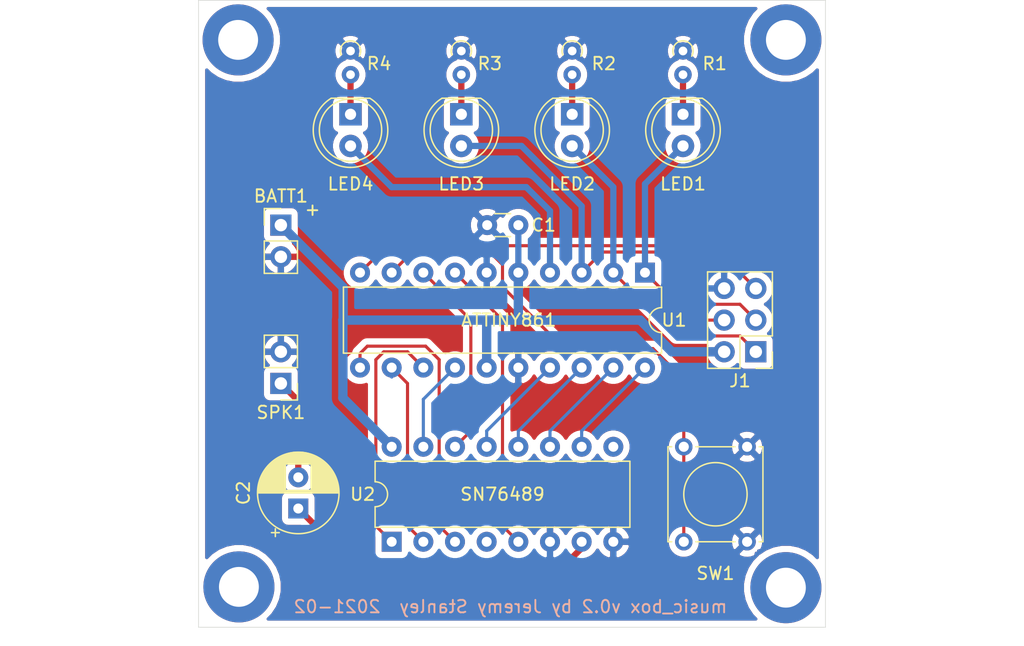
<source format=kicad_pcb>
(kicad_pcb (version 20171130) (host pcbnew "(5.1.9-0-10_14)")

  (general
    (thickness 1.6)
    (drawings 8)
    (tracks 91)
    (zones 0)
    (modules 20)
    (nets 27)
  )

  (page A4)
  (layers
    (0 F.Cu signal)
    (31 B.Cu signal)
    (32 B.Adhes user)
    (33 F.Adhes user)
    (34 B.Paste user)
    (35 F.Paste user hide)
    (36 B.SilkS user)
    (37 F.SilkS user)
    (38 B.Mask user)
    (39 F.Mask user)
    (40 Dwgs.User user)
    (41 Cmts.User user)
    (42 Eco1.User user)
    (43 Eco2.User user)
    (44 Edge.Cuts user)
    (45 Margin user)
    (46 B.CrtYd user)
    (47 F.CrtYd user)
    (48 B.Fab user)
    (49 F.Fab user)
  )

  (setup
    (last_trace_width 0.5)
    (user_trace_width 0.25)
    (user_trace_width 0.5)
    (user_trace_width 0.75)
    (trace_clearance 0.2)
    (zone_clearance 0.508)
    (zone_45_only no)
    (trace_min 0.2)
    (via_size 0.8)
    (via_drill 0.4)
    (via_min_size 0.4)
    (via_min_drill 0.3)
    (uvia_size 0.3)
    (uvia_drill 0.1)
    (uvias_allowed no)
    (uvia_min_size 0.2)
    (uvia_min_drill 0.1)
    (edge_width 0.05)
    (segment_width 0.2)
    (pcb_text_width 0.3)
    (pcb_text_size 1.5 1.5)
    (mod_edge_width 0.12)
    (mod_text_size 1 1)
    (mod_text_width 0.15)
    (pad_size 1.524 1.524)
    (pad_drill 0.762)
    (pad_to_mask_clearance 0)
    (aux_axis_origin 0 0)
    (visible_elements FFFFFF7F)
    (pcbplotparams
      (layerselection 0x010fc_ffffffff)
      (usegerberextensions false)
      (usegerberattributes true)
      (usegerberadvancedattributes true)
      (creategerberjobfile true)
      (excludeedgelayer true)
      (linewidth 0.100000)
      (plotframeref false)
      (viasonmask false)
      (mode 1)
      (useauxorigin false)
      (hpglpennumber 1)
      (hpglpenspeed 20)
      (hpglpendiameter 15.000000)
      (psnegative false)
      (psa4output false)
      (plotreference true)
      (plotvalue true)
      (plotinvisibletext false)
      (padsonsilk false)
      (subtractmaskfromsilk false)
      (outputformat 1)
      (mirror false)
      (drillshape 0)
      (scaleselection 1)
      (outputdirectory "gerber/"))
  )

  (net 0 "")
  (net 1 GND)
  (net 2 VCC)
  (net 3 "Net-(C2-Pad2)")
  (net 4 "Net-(C2-Pad1)")
  (net 5 "Net-(J1-Pad5)")
  (net 6 "Net-(SW1-Pad1)")
  (net 7 "Net-(U1-Pad20)")
  (net 8 "Net-(U1-Pad19)")
  (net 9 "Net-(U1-Pad18)")
  (net 10 "Net-(U1-Pad8)")
  (net 11 "Net-(U1-Pad17)")
  (net 12 "Net-(U1-Pad7)")
  (net 13 "Net-(U1-Pad14)")
  (net 14 "Net-(U1-Pad13)")
  (net 15 "Net-(U1-Pad12)")
  (net 16 "Net-(U1-Pad11)")
  (net 17 "Net-(U2-Pad4)")
  (net 18 "Net-(U2-Pad9)")
  (net 19 "Net-(J1-Pad4)")
  (net 20 "Net-(J1-Pad3)")
  (net 21 "Net-(J1-Pad1)")
  (net 22 "Net-(LED1-Pad1)")
  (net 23 "Net-(LED2-Pad1)")
  (net 24 "Net-(LED3-Pad1)")
  (net 25 "Net-(LED4-Pad2)")
  (net 26 "Net-(LED4-Pad1)")

  (net_class Default "This is the default net class."
    (clearance 0.2)
    (trace_width 0.5)
    (via_dia 0.8)
    (via_drill 0.4)
    (uvia_dia 0.3)
    (uvia_drill 0.1)
    (add_net GND)
    (add_net "Net-(C2-Pad1)")
    (add_net "Net-(C2-Pad2)")
    (add_net "Net-(J1-Pad1)")
    (add_net "Net-(J1-Pad3)")
    (add_net "Net-(J1-Pad4)")
    (add_net "Net-(J1-Pad5)")
    (add_net "Net-(LED1-Pad1)")
    (add_net "Net-(LED2-Pad1)")
    (add_net "Net-(LED3-Pad1)")
    (add_net "Net-(LED4-Pad1)")
    (add_net "Net-(LED4-Pad2)")
    (add_net "Net-(SW1-Pad1)")
    (add_net "Net-(U1-Pad11)")
    (add_net "Net-(U1-Pad12)")
    (add_net "Net-(U1-Pad13)")
    (add_net "Net-(U1-Pad14)")
    (add_net "Net-(U1-Pad17)")
    (add_net "Net-(U1-Pad18)")
    (add_net "Net-(U1-Pad19)")
    (add_net "Net-(U1-Pad20)")
    (add_net "Net-(U1-Pad7)")
    (add_net "Net-(U1-Pad8)")
    (add_net "Net-(U2-Pad4)")
    (add_net "Net-(U2-Pad9)")
  )

  (net_class Power ""
    (clearance 0.2)
    (trace_width 0.75)
    (via_dia 0.8)
    (via_drill 0.4)
    (uvia_dia 0.3)
    (uvia_drill 0.1)
    (add_net VCC)
  )

  (module Capacitor_THT:CP_Radial_D6.3mm_P2.50mm (layer F.Cu) (tedit 5AE50EF0) (tstamp 60294EE4)
    (at 176.657 121.793 90)
    (descr "CP, Radial series, Radial, pin pitch=2.50mm, , diameter=6.3mm, Electrolytic Capacitor")
    (tags "CP Radial series Radial pin pitch 2.50mm  diameter 6.3mm Electrolytic Capacitor")
    (path /602A3FA7)
    (fp_text reference C2 (at 1.25 -4.4 90) (layer F.SilkS)
      (effects (font (size 1 1) (thickness 0.15)))
    )
    (fp_text value 10uF (at 1.25 4.4 90) (layer F.Fab)
      (effects (font (size 1 1) (thickness 0.15)))
    )
    (fp_text user %R (at 1.25 0 90) (layer F.Fab)
      (effects (font (size 1 1) (thickness 0.15)))
    )
    (fp_circle (center 1.25 0) (end 4.4 0) (layer F.Fab) (width 0.1))
    (fp_circle (center 1.25 0) (end 4.52 0) (layer F.SilkS) (width 0.12))
    (fp_circle (center 1.25 0) (end 4.65 0) (layer F.CrtYd) (width 0.05))
    (fp_line (start -1.443972 -1.3735) (end -0.813972 -1.3735) (layer F.Fab) (width 0.1))
    (fp_line (start -1.128972 -1.6885) (end -1.128972 -1.0585) (layer F.Fab) (width 0.1))
    (fp_line (start 1.25 -3.23) (end 1.25 3.23) (layer F.SilkS) (width 0.12))
    (fp_line (start 1.29 -3.23) (end 1.29 3.23) (layer F.SilkS) (width 0.12))
    (fp_line (start 1.33 -3.23) (end 1.33 3.23) (layer F.SilkS) (width 0.12))
    (fp_line (start 1.37 -3.228) (end 1.37 3.228) (layer F.SilkS) (width 0.12))
    (fp_line (start 1.41 -3.227) (end 1.41 3.227) (layer F.SilkS) (width 0.12))
    (fp_line (start 1.45 -3.224) (end 1.45 3.224) (layer F.SilkS) (width 0.12))
    (fp_line (start 1.49 -3.222) (end 1.49 -1.04) (layer F.SilkS) (width 0.12))
    (fp_line (start 1.49 1.04) (end 1.49 3.222) (layer F.SilkS) (width 0.12))
    (fp_line (start 1.53 -3.218) (end 1.53 -1.04) (layer F.SilkS) (width 0.12))
    (fp_line (start 1.53 1.04) (end 1.53 3.218) (layer F.SilkS) (width 0.12))
    (fp_line (start 1.57 -3.215) (end 1.57 -1.04) (layer F.SilkS) (width 0.12))
    (fp_line (start 1.57 1.04) (end 1.57 3.215) (layer F.SilkS) (width 0.12))
    (fp_line (start 1.61 -3.211) (end 1.61 -1.04) (layer F.SilkS) (width 0.12))
    (fp_line (start 1.61 1.04) (end 1.61 3.211) (layer F.SilkS) (width 0.12))
    (fp_line (start 1.65 -3.206) (end 1.65 -1.04) (layer F.SilkS) (width 0.12))
    (fp_line (start 1.65 1.04) (end 1.65 3.206) (layer F.SilkS) (width 0.12))
    (fp_line (start 1.69 -3.201) (end 1.69 -1.04) (layer F.SilkS) (width 0.12))
    (fp_line (start 1.69 1.04) (end 1.69 3.201) (layer F.SilkS) (width 0.12))
    (fp_line (start 1.73 -3.195) (end 1.73 -1.04) (layer F.SilkS) (width 0.12))
    (fp_line (start 1.73 1.04) (end 1.73 3.195) (layer F.SilkS) (width 0.12))
    (fp_line (start 1.77 -3.189) (end 1.77 -1.04) (layer F.SilkS) (width 0.12))
    (fp_line (start 1.77 1.04) (end 1.77 3.189) (layer F.SilkS) (width 0.12))
    (fp_line (start 1.81 -3.182) (end 1.81 -1.04) (layer F.SilkS) (width 0.12))
    (fp_line (start 1.81 1.04) (end 1.81 3.182) (layer F.SilkS) (width 0.12))
    (fp_line (start 1.85 -3.175) (end 1.85 -1.04) (layer F.SilkS) (width 0.12))
    (fp_line (start 1.85 1.04) (end 1.85 3.175) (layer F.SilkS) (width 0.12))
    (fp_line (start 1.89 -3.167) (end 1.89 -1.04) (layer F.SilkS) (width 0.12))
    (fp_line (start 1.89 1.04) (end 1.89 3.167) (layer F.SilkS) (width 0.12))
    (fp_line (start 1.93 -3.159) (end 1.93 -1.04) (layer F.SilkS) (width 0.12))
    (fp_line (start 1.93 1.04) (end 1.93 3.159) (layer F.SilkS) (width 0.12))
    (fp_line (start 1.971 -3.15) (end 1.971 -1.04) (layer F.SilkS) (width 0.12))
    (fp_line (start 1.971 1.04) (end 1.971 3.15) (layer F.SilkS) (width 0.12))
    (fp_line (start 2.011 -3.141) (end 2.011 -1.04) (layer F.SilkS) (width 0.12))
    (fp_line (start 2.011 1.04) (end 2.011 3.141) (layer F.SilkS) (width 0.12))
    (fp_line (start 2.051 -3.131) (end 2.051 -1.04) (layer F.SilkS) (width 0.12))
    (fp_line (start 2.051 1.04) (end 2.051 3.131) (layer F.SilkS) (width 0.12))
    (fp_line (start 2.091 -3.121) (end 2.091 -1.04) (layer F.SilkS) (width 0.12))
    (fp_line (start 2.091 1.04) (end 2.091 3.121) (layer F.SilkS) (width 0.12))
    (fp_line (start 2.131 -3.11) (end 2.131 -1.04) (layer F.SilkS) (width 0.12))
    (fp_line (start 2.131 1.04) (end 2.131 3.11) (layer F.SilkS) (width 0.12))
    (fp_line (start 2.171 -3.098) (end 2.171 -1.04) (layer F.SilkS) (width 0.12))
    (fp_line (start 2.171 1.04) (end 2.171 3.098) (layer F.SilkS) (width 0.12))
    (fp_line (start 2.211 -3.086) (end 2.211 -1.04) (layer F.SilkS) (width 0.12))
    (fp_line (start 2.211 1.04) (end 2.211 3.086) (layer F.SilkS) (width 0.12))
    (fp_line (start 2.251 -3.074) (end 2.251 -1.04) (layer F.SilkS) (width 0.12))
    (fp_line (start 2.251 1.04) (end 2.251 3.074) (layer F.SilkS) (width 0.12))
    (fp_line (start 2.291 -3.061) (end 2.291 -1.04) (layer F.SilkS) (width 0.12))
    (fp_line (start 2.291 1.04) (end 2.291 3.061) (layer F.SilkS) (width 0.12))
    (fp_line (start 2.331 -3.047) (end 2.331 -1.04) (layer F.SilkS) (width 0.12))
    (fp_line (start 2.331 1.04) (end 2.331 3.047) (layer F.SilkS) (width 0.12))
    (fp_line (start 2.371 -3.033) (end 2.371 -1.04) (layer F.SilkS) (width 0.12))
    (fp_line (start 2.371 1.04) (end 2.371 3.033) (layer F.SilkS) (width 0.12))
    (fp_line (start 2.411 -3.018) (end 2.411 -1.04) (layer F.SilkS) (width 0.12))
    (fp_line (start 2.411 1.04) (end 2.411 3.018) (layer F.SilkS) (width 0.12))
    (fp_line (start 2.451 -3.002) (end 2.451 -1.04) (layer F.SilkS) (width 0.12))
    (fp_line (start 2.451 1.04) (end 2.451 3.002) (layer F.SilkS) (width 0.12))
    (fp_line (start 2.491 -2.986) (end 2.491 -1.04) (layer F.SilkS) (width 0.12))
    (fp_line (start 2.491 1.04) (end 2.491 2.986) (layer F.SilkS) (width 0.12))
    (fp_line (start 2.531 -2.97) (end 2.531 -1.04) (layer F.SilkS) (width 0.12))
    (fp_line (start 2.531 1.04) (end 2.531 2.97) (layer F.SilkS) (width 0.12))
    (fp_line (start 2.571 -2.952) (end 2.571 -1.04) (layer F.SilkS) (width 0.12))
    (fp_line (start 2.571 1.04) (end 2.571 2.952) (layer F.SilkS) (width 0.12))
    (fp_line (start 2.611 -2.934) (end 2.611 -1.04) (layer F.SilkS) (width 0.12))
    (fp_line (start 2.611 1.04) (end 2.611 2.934) (layer F.SilkS) (width 0.12))
    (fp_line (start 2.651 -2.916) (end 2.651 -1.04) (layer F.SilkS) (width 0.12))
    (fp_line (start 2.651 1.04) (end 2.651 2.916) (layer F.SilkS) (width 0.12))
    (fp_line (start 2.691 -2.896) (end 2.691 -1.04) (layer F.SilkS) (width 0.12))
    (fp_line (start 2.691 1.04) (end 2.691 2.896) (layer F.SilkS) (width 0.12))
    (fp_line (start 2.731 -2.876) (end 2.731 -1.04) (layer F.SilkS) (width 0.12))
    (fp_line (start 2.731 1.04) (end 2.731 2.876) (layer F.SilkS) (width 0.12))
    (fp_line (start 2.771 -2.856) (end 2.771 -1.04) (layer F.SilkS) (width 0.12))
    (fp_line (start 2.771 1.04) (end 2.771 2.856) (layer F.SilkS) (width 0.12))
    (fp_line (start 2.811 -2.834) (end 2.811 -1.04) (layer F.SilkS) (width 0.12))
    (fp_line (start 2.811 1.04) (end 2.811 2.834) (layer F.SilkS) (width 0.12))
    (fp_line (start 2.851 -2.812) (end 2.851 -1.04) (layer F.SilkS) (width 0.12))
    (fp_line (start 2.851 1.04) (end 2.851 2.812) (layer F.SilkS) (width 0.12))
    (fp_line (start 2.891 -2.79) (end 2.891 -1.04) (layer F.SilkS) (width 0.12))
    (fp_line (start 2.891 1.04) (end 2.891 2.79) (layer F.SilkS) (width 0.12))
    (fp_line (start 2.931 -2.766) (end 2.931 -1.04) (layer F.SilkS) (width 0.12))
    (fp_line (start 2.931 1.04) (end 2.931 2.766) (layer F.SilkS) (width 0.12))
    (fp_line (start 2.971 -2.742) (end 2.971 -1.04) (layer F.SilkS) (width 0.12))
    (fp_line (start 2.971 1.04) (end 2.971 2.742) (layer F.SilkS) (width 0.12))
    (fp_line (start 3.011 -2.716) (end 3.011 -1.04) (layer F.SilkS) (width 0.12))
    (fp_line (start 3.011 1.04) (end 3.011 2.716) (layer F.SilkS) (width 0.12))
    (fp_line (start 3.051 -2.69) (end 3.051 -1.04) (layer F.SilkS) (width 0.12))
    (fp_line (start 3.051 1.04) (end 3.051 2.69) (layer F.SilkS) (width 0.12))
    (fp_line (start 3.091 -2.664) (end 3.091 -1.04) (layer F.SilkS) (width 0.12))
    (fp_line (start 3.091 1.04) (end 3.091 2.664) (layer F.SilkS) (width 0.12))
    (fp_line (start 3.131 -2.636) (end 3.131 -1.04) (layer F.SilkS) (width 0.12))
    (fp_line (start 3.131 1.04) (end 3.131 2.636) (layer F.SilkS) (width 0.12))
    (fp_line (start 3.171 -2.607) (end 3.171 -1.04) (layer F.SilkS) (width 0.12))
    (fp_line (start 3.171 1.04) (end 3.171 2.607) (layer F.SilkS) (width 0.12))
    (fp_line (start 3.211 -2.578) (end 3.211 -1.04) (layer F.SilkS) (width 0.12))
    (fp_line (start 3.211 1.04) (end 3.211 2.578) (layer F.SilkS) (width 0.12))
    (fp_line (start 3.251 -2.548) (end 3.251 -1.04) (layer F.SilkS) (width 0.12))
    (fp_line (start 3.251 1.04) (end 3.251 2.548) (layer F.SilkS) (width 0.12))
    (fp_line (start 3.291 -2.516) (end 3.291 -1.04) (layer F.SilkS) (width 0.12))
    (fp_line (start 3.291 1.04) (end 3.291 2.516) (layer F.SilkS) (width 0.12))
    (fp_line (start 3.331 -2.484) (end 3.331 -1.04) (layer F.SilkS) (width 0.12))
    (fp_line (start 3.331 1.04) (end 3.331 2.484) (layer F.SilkS) (width 0.12))
    (fp_line (start 3.371 -2.45) (end 3.371 -1.04) (layer F.SilkS) (width 0.12))
    (fp_line (start 3.371 1.04) (end 3.371 2.45) (layer F.SilkS) (width 0.12))
    (fp_line (start 3.411 -2.416) (end 3.411 -1.04) (layer F.SilkS) (width 0.12))
    (fp_line (start 3.411 1.04) (end 3.411 2.416) (layer F.SilkS) (width 0.12))
    (fp_line (start 3.451 -2.38) (end 3.451 -1.04) (layer F.SilkS) (width 0.12))
    (fp_line (start 3.451 1.04) (end 3.451 2.38) (layer F.SilkS) (width 0.12))
    (fp_line (start 3.491 -2.343) (end 3.491 -1.04) (layer F.SilkS) (width 0.12))
    (fp_line (start 3.491 1.04) (end 3.491 2.343) (layer F.SilkS) (width 0.12))
    (fp_line (start 3.531 -2.305) (end 3.531 -1.04) (layer F.SilkS) (width 0.12))
    (fp_line (start 3.531 1.04) (end 3.531 2.305) (layer F.SilkS) (width 0.12))
    (fp_line (start 3.571 -2.265) (end 3.571 2.265) (layer F.SilkS) (width 0.12))
    (fp_line (start 3.611 -2.224) (end 3.611 2.224) (layer F.SilkS) (width 0.12))
    (fp_line (start 3.651 -2.182) (end 3.651 2.182) (layer F.SilkS) (width 0.12))
    (fp_line (start 3.691 -2.137) (end 3.691 2.137) (layer F.SilkS) (width 0.12))
    (fp_line (start 3.731 -2.092) (end 3.731 2.092) (layer F.SilkS) (width 0.12))
    (fp_line (start 3.771 -2.044) (end 3.771 2.044) (layer F.SilkS) (width 0.12))
    (fp_line (start 3.811 -1.995) (end 3.811 1.995) (layer F.SilkS) (width 0.12))
    (fp_line (start 3.851 -1.944) (end 3.851 1.944) (layer F.SilkS) (width 0.12))
    (fp_line (start 3.891 -1.89) (end 3.891 1.89) (layer F.SilkS) (width 0.12))
    (fp_line (start 3.931 -1.834) (end 3.931 1.834) (layer F.SilkS) (width 0.12))
    (fp_line (start 3.971 -1.776) (end 3.971 1.776) (layer F.SilkS) (width 0.12))
    (fp_line (start 4.011 -1.714) (end 4.011 1.714) (layer F.SilkS) (width 0.12))
    (fp_line (start 4.051 -1.65) (end 4.051 1.65) (layer F.SilkS) (width 0.12))
    (fp_line (start 4.091 -1.581) (end 4.091 1.581) (layer F.SilkS) (width 0.12))
    (fp_line (start 4.131 -1.509) (end 4.131 1.509) (layer F.SilkS) (width 0.12))
    (fp_line (start 4.171 -1.432) (end 4.171 1.432) (layer F.SilkS) (width 0.12))
    (fp_line (start 4.211 -1.35) (end 4.211 1.35) (layer F.SilkS) (width 0.12))
    (fp_line (start 4.251 -1.262) (end 4.251 1.262) (layer F.SilkS) (width 0.12))
    (fp_line (start 4.291 -1.165) (end 4.291 1.165) (layer F.SilkS) (width 0.12))
    (fp_line (start 4.331 -1.059) (end 4.331 1.059) (layer F.SilkS) (width 0.12))
    (fp_line (start 4.371 -0.94) (end 4.371 0.94) (layer F.SilkS) (width 0.12))
    (fp_line (start 4.411 -0.802) (end 4.411 0.802) (layer F.SilkS) (width 0.12))
    (fp_line (start 4.451 -0.633) (end 4.451 0.633) (layer F.SilkS) (width 0.12))
    (fp_line (start 4.491 -0.402) (end 4.491 0.402) (layer F.SilkS) (width 0.12))
    (fp_line (start -2.250241 -1.839) (end -1.620241 -1.839) (layer F.SilkS) (width 0.12))
    (fp_line (start -1.935241 -2.154) (end -1.935241 -1.524) (layer F.SilkS) (width 0.12))
    (pad 2 thru_hole circle (at 2.5 0 90) (size 1.6 1.6) (drill 0.8) (layers *.Cu *.Mask)
      (net 3 "Net-(C2-Pad2)"))
    (pad 1 thru_hole rect (at 0 0 90) (size 1.6 1.6) (drill 0.8) (layers *.Cu *.Mask)
      (net 4 "Net-(C2-Pad1)"))
    (model ${KISYS3DMOD}/Capacitor_THT.3dshapes/CP_Radial_D6.3mm_P2.50mm.wrl
      (at (xyz 0 0 0))
      (scale (xyz 1 1 1))
      (rotate (xyz 0 0 0))
    )
  )

  (module Package_DIP:DIP-20_W7.62mm (layer F.Cu) (tedit 5A02E8C5) (tstamp 60295063)
    (at 204.47 102.87 270)
    (descr "20-lead though-hole mounted DIP package, row spacing 7.62 mm (300 mils)")
    (tags "THT DIP DIL PDIP 2.54mm 7.62mm 300mil")
    (path /60287D65)
    (fp_text reference U1 (at 3.81 -2.33 180) (layer F.SilkS)
      (effects (font (size 1 1) (thickness 0.15)))
    )
    (fp_text value ATtiny861A-PU (at 3.81 25.19 90) (layer F.Fab)
      (effects (font (size 1 1) (thickness 0.15)))
    )
    (fp_line (start 1.635 -1.27) (end 6.985 -1.27) (layer F.Fab) (width 0.1))
    (fp_line (start 6.985 -1.27) (end 6.985 24.13) (layer F.Fab) (width 0.1))
    (fp_line (start 6.985 24.13) (end 0.635 24.13) (layer F.Fab) (width 0.1))
    (fp_line (start 0.635 24.13) (end 0.635 -0.27) (layer F.Fab) (width 0.1))
    (fp_line (start 0.635 -0.27) (end 1.635 -1.27) (layer F.Fab) (width 0.1))
    (fp_line (start 2.81 -1.33) (end 1.16 -1.33) (layer F.SilkS) (width 0.12))
    (fp_line (start 1.16 -1.33) (end 1.16 24.19) (layer F.SilkS) (width 0.12))
    (fp_line (start 1.16 24.19) (end 6.46 24.19) (layer F.SilkS) (width 0.12))
    (fp_line (start 6.46 24.19) (end 6.46 -1.33) (layer F.SilkS) (width 0.12))
    (fp_line (start 6.46 -1.33) (end 4.81 -1.33) (layer F.SilkS) (width 0.12))
    (fp_line (start -1.1 -1.55) (end -1.1 24.4) (layer F.CrtYd) (width 0.05))
    (fp_line (start -1.1 24.4) (end 8.7 24.4) (layer F.CrtYd) (width 0.05))
    (fp_line (start 8.7 24.4) (end 8.7 -1.55) (layer F.CrtYd) (width 0.05))
    (fp_line (start 8.7 -1.55) (end -1.1 -1.55) (layer F.CrtYd) (width 0.05))
    (fp_text user %R (at 3.81 11.43 90) (layer F.Fab)
      (effects (font (size 1 1) (thickness 0.15)))
    )
    (fp_arc (start 3.81 -1.33) (end 2.81 -1.33) (angle -180) (layer F.SilkS) (width 0.12))
    (pad 20 thru_hole oval (at 7.62 0 270) (size 1.6 1.6) (drill 0.8) (layers *.Cu *.Mask)
      (net 7 "Net-(U1-Pad20)"))
    (pad 10 thru_hole oval (at 0 22.86 270) (size 1.6 1.6) (drill 0.8) (layers *.Cu *.Mask)
      (net 5 "Net-(J1-Pad5)"))
    (pad 19 thru_hole oval (at 7.62 2.54 270) (size 1.6 1.6) (drill 0.8) (layers *.Cu *.Mask)
      (net 8 "Net-(U1-Pad19)"))
    (pad 9 thru_hole oval (at 0 20.32 270) (size 1.6 1.6) (drill 0.8) (layers *.Cu *.Mask)
      (net 6 "Net-(SW1-Pad1)"))
    (pad 18 thru_hole oval (at 7.62 5.08 270) (size 1.6 1.6) (drill 0.8) (layers *.Cu *.Mask)
      (net 9 "Net-(U1-Pad18)"))
    (pad 8 thru_hole oval (at 0 17.78 270) (size 1.6 1.6) (drill 0.8) (layers *.Cu *.Mask)
      (net 10 "Net-(U1-Pad8)"))
    (pad 17 thru_hole oval (at 7.62 7.62 270) (size 1.6 1.6) (drill 0.8) (layers *.Cu *.Mask)
      (net 11 "Net-(U1-Pad17)"))
    (pad 7 thru_hole oval (at 0 15.24 270) (size 1.6 1.6) (drill 0.8) (layers *.Cu *.Mask)
      (net 12 "Net-(U1-Pad7)"))
    (pad 16 thru_hole oval (at 7.62 10.16 270) (size 1.6 1.6) (drill 0.8) (layers *.Cu *.Mask)
      (net 1 GND))
    (pad 6 thru_hole oval (at 0 12.7 270) (size 1.6 1.6) (drill 0.8) (layers *.Cu *.Mask)
      (net 1 GND))
    (pad 15 thru_hole oval (at 7.62 12.7 270) (size 1.6 1.6) (drill 0.8) (layers *.Cu *.Mask)
      (net 2 VCC))
    (pad 5 thru_hole oval (at 0 10.16 270) (size 1.6 1.6) (drill 0.8) (layers *.Cu *.Mask)
      (net 2 VCC))
    (pad 14 thru_hole oval (at 7.62 15.24 270) (size 1.6 1.6) (drill 0.8) (layers *.Cu *.Mask)
      (net 13 "Net-(U1-Pad14)"))
    (pad 4 thru_hole oval (at 0 7.62 270) (size 1.6 1.6) (drill 0.8) (layers *.Cu *.Mask)
      (net 25 "Net-(LED4-Pad2)"))
    (pad 13 thru_hole oval (at 7.62 17.78 270) (size 1.6 1.6) (drill 0.8) (layers *.Cu *.Mask)
      (net 14 "Net-(U1-Pad13)"))
    (pad 3 thru_hole oval (at 0 5.08 270) (size 1.6 1.6) (drill 0.8) (layers *.Cu *.Mask)
      (net 20 "Net-(J1-Pad3)"))
    (pad 12 thru_hole oval (at 7.62 20.32 270) (size 1.6 1.6) (drill 0.8) (layers *.Cu *.Mask)
      (net 15 "Net-(U1-Pad12)"))
    (pad 2 thru_hole oval (at 0 2.54 270) (size 1.6 1.6) (drill 0.8) (layers *.Cu *.Mask)
      (net 21 "Net-(J1-Pad1)"))
    (pad 11 thru_hole oval (at 7.62 22.86 270) (size 1.6 1.6) (drill 0.8) (layers *.Cu *.Mask)
      (net 16 "Net-(U1-Pad11)"))
    (pad 1 thru_hole rect (at 0 0 270) (size 1.6 1.6) (drill 0.8) (layers *.Cu *.Mask)
      (net 19 "Net-(J1-Pad4)"))
    (model ${KISYS3DMOD}/Package_DIP.3dshapes/DIP-20_W7.62mm.wrl
      (at (xyz 0 0 0))
      (scale (xyz 1 1 1))
      (rotate (xyz 0 0 0))
    )
  )

  (module MountingHole:MountingHole_3.2mm_M3_ISO7380_Pad_TopBottom (layer F.Cu) (tedit 56D1B4CB) (tstamp 602AE079)
    (at 171.8945 128.0795)
    (descr "Mounting Hole 3.2mm, M3, ISO7380")
    (tags "mounting hole 3.2mm m3 iso7380")
    (attr virtual)
    (fp_text reference REF** (at -1.8415 5.969) (layer F.SilkS) hide
      (effects (font (size 1 1) (thickness 0.15)))
    )
    (fp_text value MountingHole_3.2mm_M3_ISO7380_Pad_TopBottom (at 0 3.85) (layer F.Fab)
      (effects (font (size 1 1) (thickness 0.15)))
    )
    (fp_circle (center 0 0) (end 3.1 0) (layer F.CrtYd) (width 0.05))
    (fp_circle (center 0 0) (end 2.85 0) (layer Cmts.User) (width 0.15))
    (fp_text user %R (at 0.3 0) (layer F.Fab)
      (effects (font (size 1 1) (thickness 0.15)))
    )
    (pad 1 connect circle (at 0 0) (size 5.7 5.7) (layers B.Cu B.Mask))
    (pad 1 connect circle (at 0 0) (size 5.7 5.7) (layers F.Cu F.Mask))
    (pad 1 thru_hole circle (at 0 0) (size 3.6 3.6) (drill 3.2) (layers *.Cu *.Mask))
  )

  (module MountingHole:MountingHole_3.2mm_M3_ISO7380_Pad_TopBottom (layer F.Cu) (tedit 56D1B4CB) (tstamp 602AE008)
    (at 215.773 128.143)
    (descr "Mounting Hole 3.2mm, M3, ISO7380")
    (tags "mounting hole 3.2mm m3 iso7380")
    (attr virtual)
    (fp_text reference \ (at 7.239 0) (layer F.SilkS) hide
      (effects (font (size 1 1) (thickness 0.15)))
    )
    (fp_text value MountingHole_3.2mm_M3_ISO7380_Pad_TopBottom (at 0 3.85) (layer F.Fab)
      (effects (font (size 1 1) (thickness 0.15)))
    )
    (fp_circle (center 0 0) (end 3.1 0) (layer F.CrtYd) (width 0.05))
    (fp_circle (center 0 0) (end 2.85 0) (layer Cmts.User) (width 0.15))
    (fp_text user %R (at 0.3 0) (layer F.Fab)
      (effects (font (size 1 1) (thickness 0.15)))
    )
    (pad 1 connect circle (at 0 0) (size 5.7 5.7) (layers B.Cu B.Mask))
    (pad 1 connect circle (at 0 0) (size 5.7 5.7) (layers F.Cu F.Mask))
    (pad 1 thru_hole circle (at 0 0) (size 3.6 3.6) (drill 3.2) (layers *.Cu *.Mask))
  )

  (module MountingHole:MountingHole_3.2mm_M3_ISO7380_Pad_TopBottom (layer F.Cu) (tedit 56D1B4CB) (tstamp 602ADF2D)
    (at 171.831 84.201)
    (descr "Mounting Hole 3.2mm, M3, ISO7380")
    (tags "mounting hole 3.2mm m3 iso7380")
    (attr virtual)
    (fp_text reference REF** (at -0.889 -4.699) (layer F.SilkS) hide
      (effects (font (size 1 1) (thickness 0.15)))
    )
    (fp_text value MountingHole_3.2mm_M3_ISO7380_Pad_TopBottom (at 0 3.85) (layer F.Fab)
      (effects (font (size 1 1) (thickness 0.15)))
    )
    (fp_circle (center 0 0) (end 3.1 0) (layer F.CrtYd) (width 0.05))
    (fp_circle (center 0 0) (end 2.85 0) (layer Cmts.User) (width 0.15))
    (fp_text user %R (at 0.3 0) (layer F.Fab)
      (effects (font (size 1 1) (thickness 0.15)))
    )
    (pad 1 connect circle (at 0 0) (size 5.7 5.7) (layers B.Cu B.Mask))
    (pad 1 connect circle (at 0 0) (size 5.7 5.7) (layers F.Cu F.Mask))
    (pad 1 thru_hole circle (at 0 0) (size 3.6 3.6) (drill 3.2) (layers *.Cu *.Mask))
  )

  (module MountingHole:MountingHole_3.2mm_M3_ISO7380_Pad_TopBottom (layer F.Cu) (tedit 56D1B4CB) (tstamp 602ADEE4)
    (at 215.773 84.201)
    (descr "Mounting Hole 3.2mm, M3, ISO7380")
    (tags "mounting hole 3.2mm m3 iso7380")
    (attr virtual)
    (fp_text reference REF** (at 1.524 -4.953) (layer F.SilkS) hide
      (effects (font (size 1 1) (thickness 0.15)))
    )
    (fp_text value MountingHole_3.2mm_M3_ISO7380_Pad_TopBottom (at 0 3.85) (layer F.Fab)
      (effects (font (size 1 1) (thickness 0.15)))
    )
    (fp_circle (center 0 0) (end 3.1 0) (layer F.CrtYd) (width 0.05))
    (fp_circle (center 0 0) (end 2.85 0) (layer Cmts.User) (width 0.15))
    (fp_text user %R (at 0.3 0) (layer F.Fab)
      (effects (font (size 1 1) (thickness 0.15)))
    )
    (pad 1 connect circle (at 0 0) (size 5.7 5.7) (layers B.Cu B.Mask))
    (pad 1 connect circle (at 0 0) (size 5.7 5.7) (layers F.Cu F.Mask))
    (pad 1 thru_hole circle (at 0 0) (size 3.6 3.6) (drill 3.2) (layers *.Cu *.Mask))
  )

  (module Button_Switch_THT:SW_Tactile_Straight_KSA0Axx1LFTR (layer F.Cu) (tedit 5A02FE31) (tstamp 602AAEB8)
    (at 207.5815 124.46 90)
    (descr "SW PUSH SMALL http://www.ckswitches.com/media/1457/ksa_ksl.pdf")
    (tags "SW PUSH SMALL Tactile C&K")
    (path /602C720D)
    (fp_text reference SW1 (at -2.54 2.54) (layer F.SilkS)
      (effects (font (size 1 1) (thickness 0.15)))
    )
    (fp_text value SW_Push (at 3.81 7.28 90) (layer F.Fab)
      (effects (font (size 1 1) (thickness 0.15)))
    )
    (fp_line (start 7.51 6.24) (end 0.11 6.24) (layer F.Fab) (width 0.1))
    (fp_line (start 7.51 -1.16) (end 7.51 6.24) (layer F.Fab) (width 0.1))
    (fp_line (start 0.11 -1.16) (end 7.51 -1.16) (layer F.Fab) (width 0.1))
    (fp_line (start 0.11 6.24) (end 0.11 -1.16) (layer F.Fab) (width 0.1))
    (fp_line (start 0 -1.27) (end 7.62 -1.27) (layer F.SilkS) (width 0.12))
    (fp_line (start 7.62 -1.27) (end 7.62 -0.97) (layer F.SilkS) (width 0.12))
    (fp_line (start 7.62 6.35) (end 0 6.35) (layer F.SilkS) (width 0.12))
    (fp_line (start 0 -1.27) (end 0 -0.97) (layer F.SilkS) (width 0.12))
    (fp_line (start 7.62 0.97) (end 7.62 4.11) (layer F.SilkS) (width 0.12))
    (fp_line (start 0 0.97) (end 0 4.11) (layer F.SilkS) (width 0.12))
    (fp_line (start -0.95 -1.41) (end 8.57 -1.41) (layer F.CrtYd) (width 0.05))
    (fp_line (start -0.95 -1.41) (end -0.95 6.49) (layer F.CrtYd) (width 0.05))
    (fp_line (start 8.57 6.49) (end 8.57 -1.41) (layer F.CrtYd) (width 0.05))
    (fp_line (start 8.57 6.49) (end -0.95 6.49) (layer F.CrtYd) (width 0.05))
    (fp_line (start 7.62 6.05) (end 7.62 6.35) (layer F.SilkS) (width 0.12))
    (fp_line (start 0 6.05) (end 0 6.35) (layer F.SilkS) (width 0.12))
    (fp_circle (center 3.81 2.54) (end 3.81 0) (layer F.SilkS) (width 0.12))
    (fp_text user %R (at 3.81 2.54 90) (layer F.Fab)
      (effects (font (size 1 1) (thickness 0.15)))
    )
    (pad 2 thru_hole circle (at 0 5.08 90) (size 1.397 1.397) (drill 0.8128) (layers *.Cu *.Mask)
      (net 1 GND))
    (pad 1 thru_hole circle (at 0 0 90) (size 1.397 1.397) (drill 0.8128) (layers *.Cu *.Mask)
      (net 6 "Net-(SW1-Pad1)"))
    (pad 2 thru_hole circle (at 7.62 5.08 90) (size 1.397 1.397) (drill 0.8128) (layers *.Cu *.Mask)
      (net 1 GND))
    (pad 1 thru_hole circle (at 7.62 0 90) (size 1.397 1.397) (drill 0.8128) (layers *.Cu *.Mask)
      (net 6 "Net-(SW1-Pad1)"))
    (model ${KISYS3DMOD}/Button_Switch_THT.3dshapes/SW_Tactile_Straight_KSA0Axx1LFTR.wrl
      (at (xyz 0 0 0))
      (scale (xyz 1 1 1))
      (rotate (xyz 0 0 0))
    )
  )

  (module Connector_PinHeader_2.54mm:PinHeader_1x02_P2.54mm_Vertical (layer F.Cu) (tedit 59FED5CC) (tstamp 6029A610)
    (at 175.26 111.76 180)
    (descr "Through hole straight pin header, 1x02, 2.54mm pitch, single row")
    (tags "Through hole pin header THT 1x02 2.54mm single row")
    (path /6030B3F2)
    (fp_text reference SPK1 (at 0 -2.33) (layer F.SilkS)
      (effects (font (size 1 1) (thickness 0.15)))
    )
    (fp_text value Speaker (at 0 4.87) (layer F.Fab)
      (effects (font (size 1 1) (thickness 0.15)))
    )
    (fp_line (start -0.635 -1.27) (end 1.27 -1.27) (layer F.Fab) (width 0.1))
    (fp_line (start 1.27 -1.27) (end 1.27 3.81) (layer F.Fab) (width 0.1))
    (fp_line (start 1.27 3.81) (end -1.27 3.81) (layer F.Fab) (width 0.1))
    (fp_line (start -1.27 3.81) (end -1.27 -0.635) (layer F.Fab) (width 0.1))
    (fp_line (start -1.27 -0.635) (end -0.635 -1.27) (layer F.Fab) (width 0.1))
    (fp_line (start -1.33 3.87) (end 1.33 3.87) (layer F.SilkS) (width 0.12))
    (fp_line (start -1.33 1.27) (end -1.33 3.87) (layer F.SilkS) (width 0.12))
    (fp_line (start 1.33 1.27) (end 1.33 3.87) (layer F.SilkS) (width 0.12))
    (fp_line (start -1.33 1.27) (end 1.33 1.27) (layer F.SilkS) (width 0.12))
    (fp_line (start -1.33 0) (end -1.33 -1.33) (layer F.SilkS) (width 0.12))
    (fp_line (start -1.33 -1.33) (end 0 -1.33) (layer F.SilkS) (width 0.12))
    (fp_line (start -1.8 -1.8) (end -1.8 4.35) (layer F.CrtYd) (width 0.05))
    (fp_line (start -1.8 4.35) (end 1.8 4.35) (layer F.CrtYd) (width 0.05))
    (fp_line (start 1.8 4.35) (end 1.8 -1.8) (layer F.CrtYd) (width 0.05))
    (fp_line (start 1.8 -1.8) (end -1.8 -1.8) (layer F.CrtYd) (width 0.05))
    (fp_text user %R (at 0 1.27 90) (layer F.Fab)
      (effects (font (size 1 1) (thickness 0.15)))
    )
    (pad 2 thru_hole oval (at 0 2.54 180) (size 1.7 1.7) (drill 1) (layers *.Cu *.Mask)
      (net 1 GND))
    (pad 1 thru_hole rect (at 0 0 180) (size 1.7 1.7) (drill 1) (layers *.Cu *.Mask)
      (net 3 "Net-(C2-Pad2)"))
    (model ${KISYS3DMOD}/Connector_PinHeader_2.54mm.3dshapes/PinHeader_1x02_P2.54mm_Vertical.wrl
      (at (xyz 0 0 0))
      (scale (xyz 1 1 1))
      (rotate (xyz 0 0 0))
    )
  )

  (module Connector_PinHeader_2.54mm:PinHeader_1x02_P2.54mm_Vertical (layer F.Cu) (tedit 59FED5CC) (tstamp 6029A4F8)
    (at 175.26 99.06)
    (descr "Through hole straight pin header, 1x02, 2.54mm pitch, single row")
    (tags "Through hole pin header THT 1x02 2.54mm single row")
    (path /6030FA49)
    (fp_text reference BATT1 (at 0 -2.33) (layer F.SilkS)
      (effects (font (size 1 1) (thickness 0.15)))
    )
    (fp_text value 4.5V (at 0 4.87) (layer F.Fab)
      (effects (font (size 1 1) (thickness 0.15)))
    )
    (fp_line (start -0.635 -1.27) (end 1.27 -1.27) (layer F.Fab) (width 0.1))
    (fp_line (start 1.27 -1.27) (end 1.27 3.81) (layer F.Fab) (width 0.1))
    (fp_line (start 1.27 3.81) (end -1.27 3.81) (layer F.Fab) (width 0.1))
    (fp_line (start -1.27 3.81) (end -1.27 -0.635) (layer F.Fab) (width 0.1))
    (fp_line (start -1.27 -0.635) (end -0.635 -1.27) (layer F.Fab) (width 0.1))
    (fp_line (start -1.33 3.87) (end 1.33 3.87) (layer F.SilkS) (width 0.12))
    (fp_line (start -1.33 1.27) (end -1.33 3.87) (layer F.SilkS) (width 0.12))
    (fp_line (start 1.33 1.27) (end 1.33 3.87) (layer F.SilkS) (width 0.12))
    (fp_line (start -1.33 1.27) (end 1.33 1.27) (layer F.SilkS) (width 0.12))
    (fp_line (start -1.33 0) (end -1.33 -1.33) (layer F.SilkS) (width 0.12))
    (fp_line (start -1.33 -1.33) (end 0 -1.33) (layer F.SilkS) (width 0.12))
    (fp_line (start -1.8 -1.8) (end -1.8 4.35) (layer F.CrtYd) (width 0.05))
    (fp_line (start -1.8 4.35) (end 1.8 4.35) (layer F.CrtYd) (width 0.05))
    (fp_line (start 1.8 4.35) (end 1.8 -1.8) (layer F.CrtYd) (width 0.05))
    (fp_line (start 1.8 -1.8) (end -1.8 -1.8) (layer F.CrtYd) (width 0.05))
    (fp_text user %R (at 0 1.27 90) (layer F.Fab)
      (effects (font (size 1 1) (thickness 0.15)))
    )
    (pad 2 thru_hole oval (at 0 2.54) (size 1.7 1.7) (drill 1) (layers *.Cu *.Mask)
      (net 1 GND))
    (pad 1 thru_hole rect (at 0 0) (size 1.7 1.7) (drill 1) (layers *.Cu *.Mask)
      (net 2 VCC))
    (model ${KISYS3DMOD}/Connector_PinHeader_2.54mm.3dshapes/PinHeader_1x02_P2.54mm_Vertical.wrl
      (at (xyz 0 0 0))
      (scale (xyz 1 1 1))
      (rotate (xyz 0 0 0))
    )
  )

  (module Resistor_THT:R_Axial_DIN0204_L3.6mm_D1.6mm_P1.90mm_Vertical (layer F.Cu) (tedit 5AE5139B) (tstamp 60295024)
    (at 180.848 85.09 270)
    (descr "Resistor, Axial_DIN0204 series, Axial, Vertical, pin pitch=1.9mm, 0.167W, length*diameter=3.6*1.6mm^2, http://cdn-reichelt.de/documents/datenblatt/B400/1_4W%23YAG.pdf")
    (tags "Resistor Axial_DIN0204 series Axial Vertical pin pitch 1.9mm 0.167W length 3.6mm diameter 1.6mm")
    (path /602FB140)
    (fp_text reference R4 (at 1.016 -2.286 180) (layer F.SilkS)
      (effects (font (size 1 1) (thickness 0.15)))
    )
    (fp_text value 220 (at 0.95 1.92 90) (layer F.Fab)
      (effects (font (size 1 1) (thickness 0.15)))
    )
    (fp_circle (center 0 0) (end 0.8 0) (layer F.Fab) (width 0.1))
    (fp_line (start 0 0) (end 1.9 0) (layer F.Fab) (width 0.1))
    (fp_line (start -1.05 -1.05) (end -1.05 1.05) (layer F.CrtYd) (width 0.05))
    (fp_line (start -1.05 1.05) (end 2.86 1.05) (layer F.CrtYd) (width 0.05))
    (fp_line (start 2.86 1.05) (end 2.86 -1.05) (layer F.CrtYd) (width 0.05))
    (fp_line (start 2.86 -1.05) (end -1.05 -1.05) (layer F.CrtYd) (width 0.05))
    (fp_text user %R (at 0.95 -1.92 90) (layer F.Fab)
      (effects (font (size 1 1) (thickness 0.15)))
    )
    (fp_arc (start 0 0) (end 0.417133 -0.7) (angle -233.92106) (layer F.SilkS) (width 0.12))
    (pad 2 thru_hole oval (at 1.9 0 270) (size 1.4 1.4) (drill 0.7) (layers *.Cu *.Mask)
      (net 26 "Net-(LED4-Pad1)"))
    (pad 1 thru_hole circle (at 0 0 270) (size 1.4 1.4) (drill 0.7) (layers *.Cu *.Mask)
      (net 1 GND))
    (model ${KISYS3DMOD}/Resistor_THT.3dshapes/R_Axial_DIN0204_L3.6mm_D1.6mm_P1.90mm_Vertical.wrl
      (at (xyz 0 0 0))
      (scale (xyz 1 1 1))
      (rotate (xyz 0 0 0))
    )
  )

  (module Resistor_THT:R_Axial_DIN0204_L3.6mm_D1.6mm_P1.90mm_Vertical (layer F.Cu) (tedit 5AE5139B) (tstamp 60296331)
    (at 189.738 85.09 270)
    (descr "Resistor, Axial_DIN0204 series, Axial, Vertical, pin pitch=1.9mm, 0.167W, length*diameter=3.6*1.6mm^2, http://cdn-reichelt.de/documents/datenblatt/B400/1_4W%23YAG.pdf")
    (tags "Resistor Axial_DIN0204 series Axial Vertical pin pitch 1.9mm 0.167W length 3.6mm diameter 1.6mm")
    (path /6028E485)
    (fp_text reference R3 (at 1.016 -2.286 180) (layer F.SilkS)
      (effects (font (size 1 1) (thickness 0.15)))
    )
    (fp_text value 220 (at 0.95 1.92 90) (layer F.Fab)
      (effects (font (size 1 1) (thickness 0.15)))
    )
    (fp_line (start 2.86 -1.05) (end -1.05 -1.05) (layer F.CrtYd) (width 0.05))
    (fp_line (start 2.86 1.05) (end 2.86 -1.05) (layer F.CrtYd) (width 0.05))
    (fp_line (start -1.05 1.05) (end 2.86 1.05) (layer F.CrtYd) (width 0.05))
    (fp_line (start -1.05 -1.05) (end -1.05 1.05) (layer F.CrtYd) (width 0.05))
    (fp_line (start 0 0) (end 1.9 0) (layer F.Fab) (width 0.1))
    (fp_circle (center 0 0) (end 0.8 0) (layer F.Fab) (width 0.1))
    (fp_text user %R (at 0.95 -1.92 90) (layer F.Fab)
      (effects (font (size 1 1) (thickness 0.15)))
    )
    (fp_arc (start 0 0) (end 0.417133 -0.7) (angle -233.92106) (layer F.SilkS) (width 0.12))
    (pad 2 thru_hole oval (at 1.9 0 270) (size 1.4 1.4) (drill 0.7) (layers *.Cu *.Mask)
      (net 24 "Net-(LED3-Pad1)"))
    (pad 1 thru_hole circle (at 0 0 270) (size 1.4 1.4) (drill 0.7) (layers *.Cu *.Mask)
      (net 1 GND))
    (model ${KISYS3DMOD}/Resistor_THT.3dshapes/R_Axial_DIN0204_L3.6mm_D1.6mm_P1.90mm_Vertical.wrl
      (at (xyz 0 0 0))
      (scale (xyz 1 1 1))
      (rotate (xyz 0 0 0))
    )
  )

  (module Resistor_THT:R_Axial_DIN0204_L3.6mm_D1.6mm_P1.90mm_Vertical (layer F.Cu) (tedit 5AE5139B) (tstamp 60294FF6)
    (at 198.628 85.09 270)
    (descr "Resistor, Axial_DIN0204 series, Axial, Vertical, pin pitch=1.9mm, 0.167W, length*diameter=3.6*1.6mm^2, http://cdn-reichelt.de/documents/datenblatt/B400/1_4W%23YAG.pdf")
    (tags "Resistor Axial_DIN0204 series Axial Vertical pin pitch 1.9mm 0.167W length 3.6mm diameter 1.6mm")
    (path /6028DC69)
    (fp_text reference R2 (at 1.016 -2.54 180) (layer F.SilkS)
      (effects (font (size 1 1) (thickness 0.15)))
    )
    (fp_text value 220 (at 0.95 1.92 90) (layer F.Fab)
      (effects (font (size 1 1) (thickness 0.15)))
    )
    (fp_line (start 2.86 -1.05) (end -1.05 -1.05) (layer F.CrtYd) (width 0.05))
    (fp_line (start 2.86 1.05) (end 2.86 -1.05) (layer F.CrtYd) (width 0.05))
    (fp_line (start -1.05 1.05) (end 2.86 1.05) (layer F.CrtYd) (width 0.05))
    (fp_line (start -1.05 -1.05) (end -1.05 1.05) (layer F.CrtYd) (width 0.05))
    (fp_line (start 0 0) (end 1.9 0) (layer F.Fab) (width 0.1))
    (fp_circle (center 0 0) (end 0.8 0) (layer F.Fab) (width 0.1))
    (fp_text user %R (at 0.95 -1.92 90) (layer F.Fab)
      (effects (font (size 1 1) (thickness 0.15)))
    )
    (fp_arc (start 0 0) (end 0.417133 -0.7) (angle -233.92106) (layer F.SilkS) (width 0.12))
    (pad 2 thru_hole oval (at 1.9 0 270) (size 1.4 1.4) (drill 0.7) (layers *.Cu *.Mask)
      (net 23 "Net-(LED2-Pad1)"))
    (pad 1 thru_hole circle (at 0 0 270) (size 1.4 1.4) (drill 0.7) (layers *.Cu *.Mask)
      (net 1 GND))
    (model ${KISYS3DMOD}/Resistor_THT.3dshapes/R_Axial_DIN0204_L3.6mm_D1.6mm_P1.90mm_Vertical.wrl
      (at (xyz 0 0 0))
      (scale (xyz 1 1 1))
      (rotate (xyz 0 0 0))
    )
  )

  (module Resistor_THT:R_Axial_DIN0204_L3.6mm_D1.6mm_P1.90mm_Vertical (layer F.Cu) (tedit 5AE5139B) (tstamp 60294FDF)
    (at 207.518 85.09 270)
    (descr "Resistor, Axial_DIN0204 series, Axial, Vertical, pin pitch=1.9mm, 0.167W, length*diameter=3.6*1.6mm^2, http://cdn-reichelt.de/documents/datenblatt/B400/1_4W%23YAG.pdf")
    (tags "Resistor Axial_DIN0204 series Axial Vertical pin pitch 1.9mm 0.167W length 3.6mm diameter 1.6mm")
    (path /6028D3A6)
    (fp_text reference R1 (at 1.016 -2.54 180) (layer F.SilkS)
      (effects (font (size 1 1) (thickness 0.15)))
    )
    (fp_text value 220 (at 0.95 1.92 90) (layer F.Fab)
      (effects (font (size 1 1) (thickness 0.15)))
    )
    (fp_line (start 2.86 -1.05) (end -1.05 -1.05) (layer F.CrtYd) (width 0.05))
    (fp_line (start 2.86 1.05) (end 2.86 -1.05) (layer F.CrtYd) (width 0.05))
    (fp_line (start -1.05 1.05) (end 2.86 1.05) (layer F.CrtYd) (width 0.05))
    (fp_line (start -1.05 -1.05) (end -1.05 1.05) (layer F.CrtYd) (width 0.05))
    (fp_line (start 0 0) (end 1.9 0) (layer F.Fab) (width 0.1))
    (fp_circle (center 0 0) (end 0.8 0) (layer F.Fab) (width 0.1))
    (fp_text user %R (at 0.95 -1.92 180) (layer F.Fab)
      (effects (font (size 1 1) (thickness 0.15)))
    )
    (fp_arc (start 0 0) (end 0.417133 -0.7) (angle -233.92106) (layer F.SilkS) (width 0.12))
    (pad 2 thru_hole oval (at 1.9 0 270) (size 1.4 1.4) (drill 0.7) (layers *.Cu *.Mask)
      (net 22 "Net-(LED1-Pad1)"))
    (pad 1 thru_hole circle (at 0 0 270) (size 1.4 1.4) (drill 0.7) (layers *.Cu *.Mask)
      (net 1 GND))
    (model ${KISYS3DMOD}/Resistor_THT.3dshapes/R_Axial_DIN0204_L3.6mm_D1.6mm_P1.90mm_Vertical.wrl
      (at (xyz 0 0 0))
      (scale (xyz 1 1 1))
      (rotate (xyz 0 0 0))
    )
  )

  (module Capacitor_THT:C_Disc_D3.0mm_W1.6mm_P2.50mm (layer F.Cu) (tedit 5AE50EF0) (tstamp 602AE555)
    (at 194.31 99.06 180)
    (descr "C, Disc series, Radial, pin pitch=2.50mm, , diameter*width=3.0*1.6mm^2, Capacitor, http://www.vishay.com/docs/45233/krseries.pdf")
    (tags "C Disc series Radial pin pitch 2.50mm  diameter 3.0mm width 1.6mm Capacitor")
    (path /6029D757)
    (fp_text reference C1 (at -2.032 0) (layer F.SilkS)
      (effects (font (size 1 1) (thickness 0.15)))
    )
    (fp_text value 0.1uF (at 1.25 2.05) (layer F.Fab)
      (effects (font (size 1 1) (thickness 0.15)))
    )
    (fp_line (start -0.25 -0.8) (end -0.25 0.8) (layer F.Fab) (width 0.1))
    (fp_line (start -0.25 0.8) (end 2.75 0.8) (layer F.Fab) (width 0.1))
    (fp_line (start 2.75 0.8) (end 2.75 -0.8) (layer F.Fab) (width 0.1))
    (fp_line (start 2.75 -0.8) (end -0.25 -0.8) (layer F.Fab) (width 0.1))
    (fp_line (start 0.621 -0.92) (end 1.879 -0.92) (layer F.SilkS) (width 0.12))
    (fp_line (start 0.621 0.92) (end 1.879 0.92) (layer F.SilkS) (width 0.12))
    (fp_line (start -1.05 -1.05) (end -1.05 1.05) (layer F.CrtYd) (width 0.05))
    (fp_line (start -1.05 1.05) (end 3.55 1.05) (layer F.CrtYd) (width 0.05))
    (fp_line (start 3.55 1.05) (end 3.55 -1.05) (layer F.CrtYd) (width 0.05))
    (fp_line (start 3.55 -1.05) (end -1.05 -1.05) (layer F.CrtYd) (width 0.05))
    (fp_text user %R (at 1.25 0) (layer F.Fab)
      (effects (font (size 0.6 0.6) (thickness 0.09)))
    )
    (pad 2 thru_hole circle (at 2.5 0 180) (size 1.6 1.6) (drill 0.8) (layers *.Cu *.Mask)
      (net 1 GND))
    (pad 1 thru_hole circle (at 0 0 180) (size 1.6 1.6) (drill 0.8) (layers *.Cu *.Mask)
      (net 2 VCC))
    (model ${KISYS3DMOD}/Capacitor_THT.3dshapes/C_Disc_D3.0mm_W1.6mm_P2.50mm.wrl
      (at (xyz 0 0 0))
      (scale (xyz 1 1 1))
      (rotate (xyz 0 0 0))
    )
  )

  (module LED_THT:LED_D5.0mm_Clear (layer F.Cu) (tedit 5A6C9BC0) (tstamp 60296648)
    (at 180.848 90.17 270)
    (descr "LED, diameter 5.0mm, 2 pins, http://cdn-reichelt.de/documents/datenblatt/A500/LL-504BC2E-009.pdf")
    (tags "LED diameter 5.0mm 2 pins")
    (path /602FB13A)
    (fp_text reference LED4 (at 5.588 0 180) (layer F.SilkS)
      (effects (font (size 1 1) (thickness 0.15)))
    )
    (fp_text value LED (at 1.27 3.96 90) (layer F.Fab)
      (effects (font (size 1 1) (thickness 0.15)))
    )
    (fp_circle (center 1.27 0) (end 3.77 0) (layer F.SilkS) (width 0.12))
    (fp_circle (center 1.27 0) (end 3.77 0) (layer F.Fab) (width 0.1))
    (fp_line (start 4.5 -3.25) (end -1.95 -3.25) (layer F.CrtYd) (width 0.05))
    (fp_line (start 4.5 3.25) (end 4.5 -3.25) (layer F.CrtYd) (width 0.05))
    (fp_line (start -1.95 3.25) (end 4.5 3.25) (layer F.CrtYd) (width 0.05))
    (fp_line (start -1.95 -3.25) (end -1.95 3.25) (layer F.CrtYd) (width 0.05))
    (fp_line (start -1.29 -1.545) (end -1.29 1.545) (layer F.SilkS) (width 0.12))
    (fp_line (start -1.23 -1.469694) (end -1.23 1.469694) (layer F.Fab) (width 0.1))
    (fp_arc (start 1.27 0) (end -1.29 1.54483) (angle -148.9) (layer F.SilkS) (width 0.12))
    (fp_arc (start 1.27 0) (end -1.29 -1.54483) (angle 148.9) (layer F.SilkS) (width 0.12))
    (fp_arc (start 1.27 0) (end -1.23 -1.469694) (angle 299.1) (layer F.Fab) (width 0.1))
    (fp_text user %R (at 1.25 0 90) (layer F.Fab)
      (effects (font (size 0.8 0.8) (thickness 0.2)))
    )
    (pad 2 thru_hole circle (at 2.54 0 270) (size 1.8 1.8) (drill 0.9) (layers *.Cu *.Mask)
      (net 25 "Net-(LED4-Pad2)"))
    (pad 1 thru_hole rect (at 0 0 270) (size 1.8 1.8) (drill 0.9) (layers *.Cu *.Mask)
      (net 26 "Net-(LED4-Pad1)"))
    (model ${KISYS3DMOD}/LED_THT.3dshapes/LED_D5.0mm_Clear.wrl
      (at (xyz 0 0 0))
      (scale (xyz 1 1 1))
      (rotate (xyz 0 0 0))
    )
  )

  (module LED_THT:LED_D5.0mm_Clear (layer F.Cu) (tedit 5A6C9BC0) (tstamp 60294F65)
    (at 189.738 90.17 270)
    (descr "LED, diameter 5.0mm, 2 pins, http://cdn-reichelt.de/documents/datenblatt/A500/LL-504BC2E-009.pdf")
    (tags "LED diameter 5.0mm 2 pins")
    (path /6028A572)
    (fp_text reference LED3 (at 5.588 0 180) (layer F.SilkS)
      (effects (font (size 1 1) (thickness 0.15)))
    )
    (fp_text value LED (at 1.27 3.96 90) (layer F.Fab)
      (effects (font (size 1 1) (thickness 0.15)))
    )
    (fp_circle (center 1.27 0) (end 3.77 0) (layer F.SilkS) (width 0.12))
    (fp_circle (center 1.27 0) (end 3.77 0) (layer F.Fab) (width 0.1))
    (fp_line (start 4.5 -3.25) (end -1.95 -3.25) (layer F.CrtYd) (width 0.05))
    (fp_line (start 4.5 3.25) (end 4.5 -3.25) (layer F.CrtYd) (width 0.05))
    (fp_line (start -1.95 3.25) (end 4.5 3.25) (layer F.CrtYd) (width 0.05))
    (fp_line (start -1.95 -3.25) (end -1.95 3.25) (layer F.CrtYd) (width 0.05))
    (fp_line (start -1.29 -1.545) (end -1.29 1.545) (layer F.SilkS) (width 0.12))
    (fp_line (start -1.23 -1.469694) (end -1.23 1.469694) (layer F.Fab) (width 0.1))
    (fp_arc (start 1.27 0) (end -1.29 1.54483) (angle -148.9) (layer F.SilkS) (width 0.12))
    (fp_arc (start 1.27 0) (end -1.29 -1.54483) (angle 148.9) (layer F.SilkS) (width 0.12))
    (fp_arc (start 1.27 0) (end -1.23 -1.469694) (angle 299.1) (layer F.Fab) (width 0.1))
    (fp_text user %R (at 1.25 0 90) (layer F.Fab)
      (effects (font (size 0.8 0.8) (thickness 0.2)))
    )
    (pad 2 thru_hole circle (at 2.54 0 270) (size 1.8 1.8) (drill 0.9) (layers *.Cu *.Mask)
      (net 20 "Net-(J1-Pad3)"))
    (pad 1 thru_hole rect (at 0 0 270) (size 1.8 1.8) (drill 0.9) (layers *.Cu *.Mask)
      (net 24 "Net-(LED3-Pad1)"))
    (model ${KISYS3DMOD}/LED_THT.3dshapes/LED_D5.0mm_Clear.wrl
      (at (xyz 0 0 0))
      (scale (xyz 1 1 1))
      (rotate (xyz 0 0 0))
    )
  )

  (module LED_THT:LED_D5.0mm_Clear (layer F.Cu) (tedit 5A6C9BC0) (tstamp 60294F3A)
    (at 198.628 90.17 270)
    (descr "LED, diameter 5.0mm, 2 pins, http://cdn-reichelt.de/documents/datenblatt/A500/LL-504BC2E-009.pdf")
    (tags "LED diameter 5.0mm 2 pins")
    (path /60289FF1)
    (fp_text reference LED2 (at 5.588 0 180) (layer F.SilkS)
      (effects (font (size 1 1) (thickness 0.15)))
    )
    (fp_text value LED (at 1.27 3.96 90) (layer F.Fab)
      (effects (font (size 1 1) (thickness 0.15)))
    )
    (fp_circle (center 1.27 0) (end 3.77 0) (layer F.SilkS) (width 0.12))
    (fp_circle (center 1.27 0) (end 3.77 0) (layer F.Fab) (width 0.1))
    (fp_line (start 4.5 -3.25) (end -1.95 -3.25) (layer F.CrtYd) (width 0.05))
    (fp_line (start 4.5 3.25) (end 4.5 -3.25) (layer F.CrtYd) (width 0.05))
    (fp_line (start -1.95 3.25) (end 4.5 3.25) (layer F.CrtYd) (width 0.05))
    (fp_line (start -1.95 -3.25) (end -1.95 3.25) (layer F.CrtYd) (width 0.05))
    (fp_line (start -1.29 -1.545) (end -1.29 1.545) (layer F.SilkS) (width 0.12))
    (fp_line (start -1.23 -1.469694) (end -1.23 1.469694) (layer F.Fab) (width 0.1))
    (fp_arc (start 1.27 0) (end -1.29 1.54483) (angle -148.9) (layer F.SilkS) (width 0.12))
    (fp_arc (start 1.27 0) (end -1.29 -1.54483) (angle 148.9) (layer F.SilkS) (width 0.12))
    (fp_arc (start 1.27 0) (end -1.23 -1.469694) (angle 299.1) (layer F.Fab) (width 0.1))
    (fp_text user %R (at 1.25 0 90) (layer F.Fab)
      (effects (font (size 0.8 0.8) (thickness 0.2)))
    )
    (pad 2 thru_hole circle (at 2.54 0 270) (size 1.8 1.8) (drill 0.9) (layers *.Cu *.Mask)
      (net 21 "Net-(J1-Pad1)"))
    (pad 1 thru_hole rect (at 0 0 270) (size 1.8 1.8) (drill 0.9) (layers *.Cu *.Mask)
      (net 23 "Net-(LED2-Pad1)"))
    (model ${KISYS3DMOD}/LED_THT.3dshapes/LED_D5.0mm_Clear.wrl
      (at (xyz 0 0 0))
      (scale (xyz 1 1 1))
      (rotate (xyz 0 0 0))
    )
  )

  (module LED_THT:LED_D5.0mm_Clear (layer F.Cu) (tedit 5A6C9BC0) (tstamp 60294F0F)
    (at 207.518 90.17 270)
    (descr "LED, diameter 5.0mm, 2 pins, http://cdn-reichelt.de/documents/datenblatt/A500/LL-504BC2E-009.pdf")
    (tags "LED diameter 5.0mm 2 pins")
    (path /602896AC)
    (fp_text reference LED1 (at 5.588 0 180) (layer F.SilkS)
      (effects (font (size 1 1) (thickness 0.15)))
    )
    (fp_text value LED (at 1.27 3.96 90) (layer F.Fab)
      (effects (font (size 1 1) (thickness 0.15)))
    )
    (fp_circle (center 1.27 0) (end 3.77 0) (layer F.SilkS) (width 0.12))
    (fp_circle (center 1.27 0) (end 3.77 0) (layer F.Fab) (width 0.1))
    (fp_line (start 4.5 -3.25) (end -1.95 -3.25) (layer F.CrtYd) (width 0.05))
    (fp_line (start 4.5 3.25) (end 4.5 -3.25) (layer F.CrtYd) (width 0.05))
    (fp_line (start -1.95 3.25) (end 4.5 3.25) (layer F.CrtYd) (width 0.05))
    (fp_line (start -1.95 -3.25) (end -1.95 3.25) (layer F.CrtYd) (width 0.05))
    (fp_line (start -1.29 -1.545) (end -1.29 1.545) (layer F.SilkS) (width 0.12))
    (fp_line (start -1.23 -1.469694) (end -1.23 1.469694) (layer F.Fab) (width 0.1))
    (fp_arc (start 1.27 0) (end -1.29 1.54483) (angle -148.9) (layer F.SilkS) (width 0.12))
    (fp_arc (start 1.27 0) (end -1.29 -1.54483) (angle 148.9) (layer F.SilkS) (width 0.12))
    (fp_arc (start 1.27 0) (end -1.23 -1.469694) (angle 299.1) (layer F.Fab) (width 0.1))
    (fp_text user %R (at 1.25 0 90) (layer F.Fab)
      (effects (font (size 0.8 0.8) (thickness 0.2)))
    )
    (pad 2 thru_hole circle (at 2.54 0 270) (size 1.8 1.8) (drill 0.9) (layers *.Cu *.Mask)
      (net 19 "Net-(J1-Pad4)"))
    (pad 1 thru_hole rect (at 0 0 270) (size 1.8 1.8) (drill 0.9) (layers *.Cu *.Mask)
      (net 22 "Net-(LED1-Pad1)"))
    (model ${KISYS3DMOD}/LED_THT.3dshapes/LED_D5.0mm_Clear.wrl
      (at (xyz 0 0 0))
      (scale (xyz 1 1 1))
      (rotate (xyz 0 0 0))
    )
  )

  (module Package_DIP:DIP-16_W7.62mm (layer F.Cu) (tedit 5A02E8C5) (tstamp 60295087)
    (at 184.15 124.46 90)
    (descr "16-lead though-hole mounted DIP package, row spacing 7.62 mm (300 mils)")
    (tags "THT DIP DIL PDIP 2.54mm 7.62mm 300mil")
    (path /602B19D5)
    (fp_text reference U2 (at 3.81 -2.33 180) (layer F.SilkS)
      (effects (font (size 1 1) (thickness 0.15)))
    )
    (fp_text value SN76489 (at 3.81 20.11 90) (layer F.Fab)
      (effects (font (size 1 1) (thickness 0.15)))
    )
    (fp_line (start 1.635 -1.27) (end 6.985 -1.27) (layer F.Fab) (width 0.1))
    (fp_line (start 6.985 -1.27) (end 6.985 19.05) (layer F.Fab) (width 0.1))
    (fp_line (start 6.985 19.05) (end 0.635 19.05) (layer F.Fab) (width 0.1))
    (fp_line (start 0.635 19.05) (end 0.635 -0.27) (layer F.Fab) (width 0.1))
    (fp_line (start 0.635 -0.27) (end 1.635 -1.27) (layer F.Fab) (width 0.1))
    (fp_line (start 2.81 -1.33) (end 1.16 -1.33) (layer F.SilkS) (width 0.12))
    (fp_line (start 1.16 -1.33) (end 1.16 19.11) (layer F.SilkS) (width 0.12))
    (fp_line (start 1.16 19.11) (end 6.46 19.11) (layer F.SilkS) (width 0.12))
    (fp_line (start 6.46 19.11) (end 6.46 -1.33) (layer F.SilkS) (width 0.12))
    (fp_line (start 6.46 -1.33) (end 4.81 -1.33) (layer F.SilkS) (width 0.12))
    (fp_line (start -1.1 -1.55) (end -1.1 19.3) (layer F.CrtYd) (width 0.05))
    (fp_line (start -1.1 19.3) (end 8.7 19.3) (layer F.CrtYd) (width 0.05))
    (fp_line (start 8.7 19.3) (end 8.7 -1.55) (layer F.CrtYd) (width 0.05))
    (fp_line (start 8.7 -1.55) (end -1.1 -1.55) (layer F.CrtYd) (width 0.05))
    (fp_text user %R (at 3.81 8.89 90) (layer F.Fab)
      (effects (font (size 1 1) (thickness 0.15)))
    )
    (fp_arc (start 3.81 -1.33) (end 2.81 -1.33) (angle -180) (layer F.SilkS) (width 0.12))
    (pad 16 thru_hole oval (at 7.62 0 90) (size 1.6 1.6) (drill 0.8) (layers *.Cu *.Mask)
      (net 2 VCC))
    (pad 8 thru_hole oval (at 0 17.78 90) (size 1.6 1.6) (drill 0.8) (layers *.Cu *.Mask)
      (net 1 GND))
    (pad 15 thru_hole oval (at 7.62 2.54 90) (size 1.6 1.6) (drill 0.8) (layers *.Cu *.Mask)
      (net 13 "Net-(U1-Pad14)"))
    (pad 7 thru_hole oval (at 0 15.24 90) (size 1.6 1.6) (drill 0.8) (layers *.Cu *.Mask)
      (net 4 "Net-(C2-Pad1)"))
    (pad 14 thru_hole oval (at 7.62 5.08 90) (size 1.6 1.6) (drill 0.8) (layers *.Cu *.Mask)
      (net 10 "Net-(U1-Pad8)"))
    (pad 6 thru_hole oval (at 0 12.7 90) (size 1.6 1.6) (drill 0.8) (layers *.Cu *.Mask)
      (net 1 GND))
    (pad 13 thru_hole oval (at 7.62 7.62 90) (size 1.6 1.6) (drill 0.8) (layers *.Cu *.Mask)
      (net 11 "Net-(U1-Pad17)"))
    (pad 5 thru_hole oval (at 0 10.16 90) (size 1.6 1.6) (drill 0.8) (layers *.Cu *.Mask)
      (net 12 "Net-(U1-Pad7)"))
    (pad 12 thru_hole oval (at 7.62 10.16 90) (size 1.6 1.6) (drill 0.8) (layers *.Cu *.Mask)
      (net 9 "Net-(U1-Pad18)"))
    (pad 4 thru_hole oval (at 0 7.62 90) (size 1.6 1.6) (drill 0.8) (layers *.Cu *.Mask)
      (net 17 "Net-(U2-Pad4)"))
    (pad 11 thru_hole oval (at 7.62 12.7 90) (size 1.6 1.6) (drill 0.8) (layers *.Cu *.Mask)
      (net 8 "Net-(U1-Pad19)"))
    (pad 3 thru_hole oval (at 0 5.08 90) (size 1.6 1.6) (drill 0.8) (layers *.Cu *.Mask)
      (net 16 "Net-(U1-Pad11)"))
    (pad 10 thru_hole oval (at 7.62 15.24 90) (size 1.6 1.6) (drill 0.8) (layers *.Cu *.Mask)
      (net 7 "Net-(U1-Pad20)"))
    (pad 2 thru_hole oval (at 0 2.54 90) (size 1.6 1.6) (drill 0.8) (layers *.Cu *.Mask)
      (net 15 "Net-(U1-Pad12)"))
    (pad 9 thru_hole oval (at 7.62 17.78 90) (size 1.6 1.6) (drill 0.8) (layers *.Cu *.Mask)
      (net 18 "Net-(U2-Pad9)"))
    (pad 1 thru_hole rect (at 0 0 90) (size 1.6 1.6) (drill 0.8) (layers *.Cu *.Mask)
      (net 14 "Net-(U1-Pad13)"))
    (model ${KISYS3DMOD}/Package_DIP.3dshapes/DIP-16_W7.62mm.wrl
      (at (xyz 0 0 0))
      (scale (xyz 1 1 1))
      (rotate (xyz 0 0 0))
    )
  )

  (module Connector_PinHeader_2.54mm:PinHeader_2x03_P2.54mm_Vertical (layer F.Cu) (tedit 59FED5CC) (tstamp 60294FAC)
    (at 213.36 109.22 180)
    (descr "Through hole straight pin header, 2x03, 2.54mm pitch, double rows")
    (tags "Through hole pin header THT 2x03 2.54mm double row")
    (path /602A206D)
    (fp_text reference J1 (at 1.27 -2.33) (layer F.SilkS)
      (effects (font (size 1 1) (thickness 0.15)))
    )
    (fp_text value AVR-ISP-6 (at 1.27 7.41) (layer F.Fab)
      (effects (font (size 1 1) (thickness 0.15)))
    )
    (fp_line (start 0 -1.27) (end 3.81 -1.27) (layer F.Fab) (width 0.1))
    (fp_line (start 3.81 -1.27) (end 3.81 6.35) (layer F.Fab) (width 0.1))
    (fp_line (start 3.81 6.35) (end -1.27 6.35) (layer F.Fab) (width 0.1))
    (fp_line (start -1.27 6.35) (end -1.27 0) (layer F.Fab) (width 0.1))
    (fp_line (start -1.27 0) (end 0 -1.27) (layer F.Fab) (width 0.1))
    (fp_line (start -1.33 6.41) (end 3.87 6.41) (layer F.SilkS) (width 0.12))
    (fp_line (start -1.33 1.27) (end -1.33 6.41) (layer F.SilkS) (width 0.12))
    (fp_line (start 3.87 -1.33) (end 3.87 6.41) (layer F.SilkS) (width 0.12))
    (fp_line (start -1.33 1.27) (end 1.27 1.27) (layer F.SilkS) (width 0.12))
    (fp_line (start 1.27 1.27) (end 1.27 -1.33) (layer F.SilkS) (width 0.12))
    (fp_line (start 1.27 -1.33) (end 3.87 -1.33) (layer F.SilkS) (width 0.12))
    (fp_line (start -1.33 0) (end -1.33 -1.33) (layer F.SilkS) (width 0.12))
    (fp_line (start -1.33 -1.33) (end 0 -1.33) (layer F.SilkS) (width 0.12))
    (fp_line (start -1.8 -1.8) (end -1.8 6.85) (layer F.CrtYd) (width 0.05))
    (fp_line (start -1.8 6.85) (end 4.35 6.85) (layer F.CrtYd) (width 0.05))
    (fp_line (start 4.35 6.85) (end 4.35 -1.8) (layer F.CrtYd) (width 0.05))
    (fp_line (start 4.35 -1.8) (end -1.8 -1.8) (layer F.CrtYd) (width 0.05))
    (fp_text user %R (at 1.27 2.54 90) (layer F.Fab)
      (effects (font (size 1 1) (thickness 0.15)))
    )
    (pad 6 thru_hole oval (at 2.54 5.08 180) (size 1.7 1.7) (drill 1) (layers *.Cu *.Mask)
      (net 1 GND))
    (pad 5 thru_hole oval (at 0 5.08 180) (size 1.7 1.7) (drill 1) (layers *.Cu *.Mask)
      (net 5 "Net-(J1-Pad5)"))
    (pad 4 thru_hole oval (at 2.54 2.54 180) (size 1.7 1.7) (drill 1) (layers *.Cu *.Mask)
      (net 19 "Net-(J1-Pad4)"))
    (pad 3 thru_hole oval (at 0 2.54 180) (size 1.7 1.7) (drill 1) (layers *.Cu *.Mask)
      (net 20 "Net-(J1-Pad3)"))
    (pad 2 thru_hole oval (at 2.54 0 180) (size 1.7 1.7) (drill 1) (layers *.Cu *.Mask)
      (net 2 VCC))
    (pad 1 thru_hole rect (at 0 0 180) (size 1.7 1.7) (drill 1) (layers *.Cu *.Mask)
      (net 21 "Net-(J1-Pad1)"))
    (model ${KISYS3DMOD}/Connector_PinHeader_2.54mm.3dshapes/PinHeader_2x03_P2.54mm_Vertical.wrl
      (at (xyz 0 0 0))
      (scale (xyz 1 1 1))
      (rotate (xyz 0 0 0))
    )
  )

  (gr_text "music_box v0.2 by Jeremy Stanley  2021-02" (at 193.675 129.667) (layer B.SilkS)
    (effects (font (size 1 1) (thickness 0.15)) (justify mirror))
  )
  (gr_line (start 168.656 131.318) (end 168.656 81.026) (layer Edge.Cuts) (width 0.05) (tstamp 602ADE1E))
  (gr_line (start 218.948 131.318) (end 168.656 131.318) (layer Edge.Cuts) (width 0.05))
  (gr_line (start 218.948 81.026) (end 218.948 131.318) (layer Edge.Cuts) (width 0.05))
  (gr_line (start 168.656 81.026) (end 218.948 81.026) (layer Edge.Cuts) (width 0.05))
  (gr_text ATTINY861 (at 193.548 106.68) (layer F.SilkS)
    (effects (font (size 1 1) (thickness 0.15)))
  )
  (gr_text SN76489 (at 193.04 120.65) (layer F.SilkS)
    (effects (font (size 1 1) (thickness 0.15)))
  )
  (gr_text + (at 177.8 97.79) (layer F.SilkS)
    (effects (font (size 1 1) (thickness 0.15)))
  )

  (segment (start 194.31 99.06) (end 194.31 102.87) (width 0.5) (layer B.Cu) (net 2))
  (segment (start 180.234999 112.924999) (end 180.234999 106.658001) (width 0.75) (layer B.Cu) (net 2))
  (segment (start 184.15 116.84) (end 180.234999 112.924999) (width 0.75) (layer B.Cu) (net 2))
  (segment (start 194.31 106.68) (end 194.31 102.87) (width 0.75) (layer B.Cu) (net 2))
  (segment (start 204.089 106.68) (end 194.31 106.68) (width 0.75) (layer B.Cu) (net 2))
  (segment (start 206.629 109.22) (end 204.089 106.68) (width 0.75) (layer B.Cu) (net 2))
  (segment (start 210.82 109.22) (end 206.629 109.22) (width 0.75) (layer B.Cu) (net 2))
  (segment (start 180.256998 106.68) (end 180.234999 106.658001) (width 0.75) (layer B.Cu) (net 2))
  (segment (start 180.256998 104.056998) (end 175.26 99.06) (width 0.75) (layer B.Cu) (net 2))
  (segment (start 180.256998 106.68) (end 180.256998 104.056998) (width 0.75) (layer B.Cu) (net 2))
  (segment (start 191.77 106.807) (end 191.643 106.68) (width 0.75) (layer B.Cu) (net 2))
  (segment (start 191.77 110.49) (end 191.77 106.807) (width 0.75) (layer B.Cu) (net 2))
  (segment (start 191.643 106.68) (end 180.256998 106.68) (width 0.75) (layer B.Cu) (net 2))
  (segment (start 194.31 106.68) (end 191.643 106.68) (width 0.75) (layer B.Cu) (net 2))
  (segment (start 176.657 113.157) (end 175.26 111.76) (width 0.5) (layer F.Cu) (net 3))
  (segment (start 176.657 119.293) (end 176.657 113.157) (width 0.5) (layer F.Cu) (net 3))
  (segment (start 198.12 126.238) (end 199.39 124.968) (width 0.5) (layer F.Cu) (net 4))
  (segment (start 199.39 124.968) (end 199.39 124.46) (width 0.5) (layer F.Cu) (net 4))
  (segment (start 181.102 126.238) (end 176.657 121.793) (width 0.5) (layer F.Cu) (net 4))
  (segment (start 198.12 126.238) (end 181.102 126.238) (width 0.5) (layer F.Cu) (net 4))
  (segment (start 209.931 100.711) (end 212.510001 103.290001) (width 0.25) (layer F.Cu) (net 5))
  (segment (start 212.510001 103.290001) (end 213.36 104.14) (width 0.25) (layer F.Cu) (net 5))
  (segment (start 183.769 100.711) (end 209.931 100.711) (width 0.25) (layer F.Cu) (net 5))
  (segment (start 181.61 102.87) (end 183.769 100.711) (width 0.25) (layer F.Cu) (net 5))
  (segment (start 207.5815 116.84) (end 207.5815 124.46) (width 0.25) (layer F.Cu) (net 6))
  (segment (start 205.105 108.966) (end 207.5815 111.4425) (width 0.25) (layer F.Cu) (net 6))
  (segment (start 207.5815 111.4425) (end 207.5815 116.84) (width 0.25) (layer F.Cu) (net 6))
  (segment (start 197.993 108.966) (end 205.105 108.966) (width 0.25) (layer F.Cu) (net 6))
  (segment (start 193.04 102.235) (end 193.04 104.013) (width 0.25) (layer F.Cu) (net 6))
  (segment (start 192.024 101.219) (end 193.04 102.235) (width 0.25) (layer F.Cu) (net 6))
  (segment (start 193.04 104.013) (end 197.993 108.966) (width 0.25) (layer F.Cu) (net 6))
  (segment (start 185.801 101.219) (end 192.024 101.219) (width 0.25) (layer F.Cu) (net 6))
  (segment (start 184.15 102.87) (end 185.801 101.219) (width 0.25) (layer F.Cu) (net 6))
  (segment (start 199.39 115.57) (end 204.47 110.49) (width 0.25) (layer B.Cu) (net 7))
  (segment (start 199.39 116.84) (end 199.39 115.57) (width 0.25) (layer B.Cu) (net 7))
  (segment (start 196.85 115.57) (end 201.93 110.49) (width 0.25) (layer B.Cu) (net 8))
  (segment (start 196.85 116.84) (end 196.85 115.57) (width 0.25) (layer B.Cu) (net 8))
  (segment (start 194.31 115.57) (end 199.39 110.49) (width 0.25) (layer B.Cu) (net 9))
  (segment (start 194.31 116.84) (end 194.31 115.57) (width 0.25) (layer B.Cu) (net 9))
  (segment (start 190.5 115.57) (end 189.23 116.84) (width 0.25) (layer F.Cu) (net 10))
  (segment (start 190.5 106.68) (end 190.5 115.57) (width 0.25) (layer F.Cu) (net 10))
  (segment (start 186.69 102.87) (end 190.5 106.68) (width 0.25) (layer F.Cu) (net 10))
  (segment (start 191.77 115.57) (end 196.85 110.49) (width 0.25) (layer B.Cu) (net 11))
  (segment (start 191.77 116.84) (end 191.77 115.57) (width 0.25) (layer B.Cu) (net 11))
  (segment (start 193.04 123.19) (end 194.31 124.46) (width 0.25) (layer F.Cu) (net 12))
  (segment (start 193.04 106.68) (end 193.04 123.19) (width 0.25) (layer F.Cu) (net 12))
  (segment (start 189.23 102.87) (end 193.04 106.68) (width 0.25) (layer F.Cu) (net 12))
  (segment (start 186.69 113.03) (end 189.23 110.49) (width 0.25) (layer B.Cu) (net 13))
  (segment (start 186.69 116.84) (end 186.69 113.03) (width 0.25) (layer B.Cu) (net 13))
  (segment (start 184.15 124.46) (end 184.15 124.968) (width 0.25) (layer B.Cu) (net 14))
  (segment (start 182.88 123.19) (end 184.15 124.46) (width 0.25) (layer F.Cu) (net 14))
  (segment (start 185.42 109.22) (end 183.515 109.22) (width 0.25) (layer F.Cu) (net 14))
  (segment (start 182.88 109.855) (end 182.88 123.19) (width 0.25) (layer F.Cu) (net 14))
  (segment (start 183.515 109.22) (end 182.88 109.855) (width 0.25) (layer F.Cu) (net 14))
  (segment (start 186.69 110.49) (end 185.42 109.22) (width 0.25) (layer F.Cu) (net 14))
  (segment (start 184.15 110.49) (end 184.15 111.252) (width 0.25) (layer B.Cu) (net 15))
  (segment (start 185.42 111.76) (end 185.42 123.19) (width 0.25) (layer F.Cu) (net 15))
  (segment (start 185.42 123.19) (end 186.69 124.46) (width 0.25) (layer F.Cu) (net 15))
  (segment (start 184.15 110.49) (end 185.42 111.76) (width 0.25) (layer F.Cu) (net 15))
  (segment (start 189.23 124.46) (end 187.96 123.19) (width 0.25) (layer F.Cu) (net 16))
  (segment (start 182.198641 108.769989) (end 181.61 109.35863) (width 0.25) (layer F.Cu) (net 16))
  (segment (start 187.96 109.855) (end 186.874989 108.769989) (width 0.25) (layer F.Cu) (net 16))
  (segment (start 186.874989 108.769989) (end 182.198641 108.769989) (width 0.25) (layer F.Cu) (net 16))
  (segment (start 187.96 123.19) (end 187.96 109.855) (width 0.25) (layer F.Cu) (net 16))
  (segment (start 181.61 109.35863) (end 181.61 110.49) (width 0.25) (layer F.Cu) (net 16))
  (segment (start 208.28 106.68) (end 204.47 102.87) (width 0.25) (layer F.Cu) (net 19))
  (segment (start 210.82 106.68) (end 208.28 106.68) (width 0.25) (layer F.Cu) (net 19))
  (segment (start 204.47 95.758) (end 207.518 92.71) (width 0.5) (layer B.Cu) (net 19))
  (segment (start 204.47 102.87) (end 204.47 95.758) (width 0.5) (layer B.Cu) (net 19))
  (segment (start 199.39 97.536) (end 199.39 102.87) (width 0.5) (layer B.Cu) (net 20))
  (segment (start 194.564 92.71) (end 199.39 97.536) (width 0.5) (layer B.Cu) (net 20))
  (segment (start 189.738 92.71) (end 194.564 92.71) (width 0.5) (layer B.Cu) (net 20))
  (segment (start 201.041 101.219) (end 199.39 102.87) (width 0.25) (layer F.Cu) (net 20))
  (segment (start 205.359 101.219) (end 201.041 101.219) (width 0.25) (layer F.Cu) (net 20))
  (segment (start 209.55 105.41) (end 205.359 101.219) (width 0.25) (layer F.Cu) (net 20))
  (segment (start 212.09 105.41) (end 209.55 105.41) (width 0.25) (layer F.Cu) (net 20))
  (segment (start 213.36 106.68) (end 212.09 105.41) (width 0.25) (layer F.Cu) (net 20))
  (segment (start 203.505012 104.445012) (end 201.93 102.87) (width 0.25) (layer F.Cu) (net 21))
  (segment (start 207.01 107.95) (end 203.505012 104.445012) (width 0.25) (layer F.Cu) (net 21))
  (segment (start 212.09 107.95) (end 207.01 107.95) (width 0.25) (layer F.Cu) (net 21))
  (segment (start 213.36 109.22) (end 212.09 107.95) (width 0.25) (layer F.Cu) (net 21))
  (segment (start 201.93 96.012) (end 201.93 102.87) (width 0.5) (layer B.Cu) (net 21))
  (segment (start 198.628 92.71) (end 201.93 96.012) (width 0.5) (layer B.Cu) (net 21))
  (segment (start 207.518 86.99) (end 207.518 90.17) (width 0.5) (layer F.Cu) (net 22))
  (segment (start 198.628 86.99) (end 198.628 90.17) (width 0.5) (layer F.Cu) (net 23))
  (segment (start 189.738 86.99) (end 189.738 90.17) (width 0.5) (layer F.Cu) (net 24))
  (segment (start 196.85 97.917) (end 196.85 102.87) (width 0.5) (layer B.Cu) (net 25))
  (segment (start 194.945 96.012) (end 196.85 97.917) (width 0.5) (layer B.Cu) (net 25))
  (segment (start 184.15 96.012) (end 194.945 96.012) (width 0.5) (layer B.Cu) (net 25))
  (segment (start 180.848 92.71) (end 184.15 96.012) (width 0.5) (layer B.Cu) (net 25))
  (segment (start 180.848 86.99) (end 180.848 90.17) (width 0.5) (layer F.Cu) (net 26))

  (zone (net 1) (net_name GND) (layer F.Cu) (tstamp 602AE51D) (hatch edge 0.508)
    (connect_pads (clearance 0.508))
    (min_thickness 0.254)
    (fill yes (arc_segments 32) (thermal_gap 0.508) (thermal_bridge_width 0.508))
    (polygon
      (pts
        (xy 218.44 130.81) (xy 169.164 130.81) (xy 168.91 81.28) (xy 218.44 81.534)
      )
    )
    (filled_polygon
      (pts
        (xy 213.066024 81.979442) (xy 212.684633 82.550234) (xy 212.421927 83.184463) (xy 212.288 83.857758) (xy 212.288 84.544242)
        (xy 212.421927 85.217537) (xy 212.684633 85.851766) (xy 213.066024 86.422558) (xy 213.551442 86.907976) (xy 214.122234 87.289367)
        (xy 214.756463 87.552073) (xy 215.429758 87.686) (xy 216.116242 87.686) (xy 216.789537 87.552073) (xy 217.423766 87.289367)
        (xy 217.994558 86.907976) (xy 218.288 86.614534) (xy 218.288001 125.729467) (xy 217.994558 125.436024) (xy 217.423766 125.054633)
        (xy 216.789537 124.791927) (xy 216.116242 124.658) (xy 215.429758 124.658) (xy 214.756463 124.791927) (xy 214.122234 125.054633)
        (xy 213.636259 125.379351) (xy 213.698359 125.317251) (xy 213.581699 125.200591) (xy 213.815312 125.141314) (xy 213.926059 124.903125)
        (xy 213.988211 124.647907) (xy 213.999376 124.385467) (xy 213.959129 124.125893) (xy 213.869014 123.879158) (xy 213.815312 123.778686)
        (xy 213.581697 123.719408) (xy 212.841105 124.46) (xy 212.855248 124.474143) (xy 212.675643 124.653748) (xy 212.6615 124.639605)
        (xy 211.920908 125.380197) (xy 211.980186 125.613812) (xy 212.218375 125.724559) (xy 212.473593 125.786711) (xy 212.736033 125.797876)
        (xy 212.995607 125.757629) (xy 213.242342 125.667514) (xy 213.342814 125.613812) (xy 213.402091 125.380199) (xy 213.504679 125.482787)
        (xy 213.066024 125.921442) (xy 212.684633 126.492234) (xy 212.421927 127.126463) (xy 212.288 127.799758) (xy 212.288 128.486242)
        (xy 212.421927 129.159537) (xy 212.684633 129.793766) (xy 213.066024 130.364558) (xy 213.359466 130.658) (xy 174.244534 130.658)
        (xy 174.601476 130.301058) (xy 174.982867 129.730266) (xy 175.245573 129.096037) (xy 175.3795 128.422742) (xy 175.3795 127.736258)
        (xy 175.245573 127.062963) (xy 174.982867 126.428734) (xy 174.601476 125.857942) (xy 174.116058 125.372524) (xy 173.545266 124.991133)
        (xy 172.911037 124.728427) (xy 172.237742 124.5945) (xy 171.551258 124.5945) (xy 170.877963 124.728427) (xy 170.243734 124.991133)
        (xy 169.672942 125.372524) (xy 169.316 125.729466) (xy 169.316 110.91) (xy 173.771928 110.91) (xy 173.771928 112.61)
        (xy 173.784188 112.734482) (xy 173.820498 112.85418) (xy 173.879463 112.964494) (xy 173.958815 113.061185) (xy 174.055506 113.140537)
        (xy 174.16582 113.199502) (xy 174.285518 113.235812) (xy 174.41 113.248072) (xy 175.496493 113.248072) (xy 175.772001 113.52358)
        (xy 175.772 118.158479) (xy 175.742241 118.178363) (xy 175.542363 118.378241) (xy 175.38532 118.613273) (xy 175.277147 118.874426)
        (xy 175.222 119.151665) (xy 175.222 119.434335) (xy 175.277147 119.711574) (xy 175.38532 119.972727) (xy 175.542363 120.207759)
        (xy 175.708943 120.374339) (xy 175.61282 120.403498) (xy 175.502506 120.462463) (xy 175.405815 120.541815) (xy 175.326463 120.638506)
        (xy 175.267498 120.74882) (xy 175.231188 120.868518) (xy 175.218928 120.993) (xy 175.218928 122.593) (xy 175.231188 122.717482)
        (xy 175.267498 122.83718) (xy 175.326463 122.947494) (xy 175.405815 123.044185) (xy 175.502506 123.123537) (xy 175.61282 123.182502)
        (xy 175.732518 123.218812) (xy 175.857 123.231072) (xy 176.843494 123.231072) (xy 180.44547 126.833049) (xy 180.473183 126.866817)
        (xy 180.506951 126.89453) (xy 180.506953 126.894532) (xy 180.545413 126.926095) (xy 180.607941 126.977411) (xy 180.761687 127.059589)
        (xy 180.92851 127.110195) (xy 181.058523 127.123) (xy 181.058533 127.123) (xy 181.101999 127.127281) (xy 181.145465 127.123)
        (xy 198.076531 127.123) (xy 198.12 127.127281) (xy 198.163469 127.123) (xy 198.163477 127.123) (xy 198.29349 127.110195)
        (xy 198.460313 127.059589) (xy 198.614059 126.977411) (xy 198.748817 126.866817) (xy 198.776534 126.833044) (xy 199.76008 125.849499)
        (xy 199.808574 125.839853) (xy 200.069727 125.73168) (xy 200.304759 125.574637) (xy 200.504637 125.374759) (xy 200.66168 125.139727)
        (xy 200.666067 125.129135) (xy 200.777615 125.315131) (xy 200.966586 125.523519) (xy 201.19258 125.691037) (xy 201.446913 125.811246)
        (xy 201.580961 125.851904) (xy 201.803 125.729915) (xy 201.803 124.587) (xy 202.057 124.587) (xy 202.057 125.729915)
        (xy 202.279039 125.851904) (xy 202.413087 125.811246) (xy 202.66742 125.691037) (xy 202.893414 125.523519) (xy 203.082385 125.315131)
        (xy 203.22707 125.073881) (xy 203.321909 124.80904) (xy 203.200624 124.587) (xy 202.057 124.587) (xy 201.803 124.587)
        (xy 201.783 124.587) (xy 201.783 124.333) (xy 201.803 124.333) (xy 201.803 123.190085) (xy 202.057 123.190085)
        (xy 202.057 124.333) (xy 203.200624 124.333) (xy 203.321909 124.11096) (xy 203.22707 123.846119) (xy 203.082385 123.604869)
        (xy 202.893414 123.396481) (xy 202.66742 123.228963) (xy 202.413087 123.108754) (xy 202.279039 123.068096) (xy 202.057 123.190085)
        (xy 201.803 123.190085) (xy 201.580961 123.068096) (xy 201.446913 123.108754) (xy 201.19258 123.228963) (xy 200.966586 123.396481)
        (xy 200.777615 123.604869) (xy 200.666067 123.790865) (xy 200.66168 123.780273) (xy 200.504637 123.545241) (xy 200.304759 123.345363)
        (xy 200.069727 123.18832) (xy 199.808574 123.080147) (xy 199.531335 123.025) (xy 199.248665 123.025) (xy 198.971426 123.080147)
        (xy 198.710273 123.18832) (xy 198.475241 123.345363) (xy 198.275363 123.545241) (xy 198.11832 123.780273) (xy 198.113933 123.790865)
        (xy 198.002385 123.604869) (xy 197.813414 123.396481) (xy 197.58742 123.228963) (xy 197.333087 123.108754) (xy 197.199039 123.068096)
        (xy 196.977 123.190085) (xy 196.977 124.333) (xy 196.997 124.333) (xy 196.997 124.587) (xy 196.977 124.587)
        (xy 196.977 124.607) (xy 196.723 124.607) (xy 196.723 124.587) (xy 196.703 124.587) (xy 196.703 124.333)
        (xy 196.723 124.333) (xy 196.723 123.190085) (xy 196.500961 123.068096) (xy 196.366913 123.108754) (xy 196.11258 123.228963)
        (xy 195.886586 123.396481) (xy 195.697615 123.604869) (xy 195.586067 123.790865) (xy 195.58168 123.780273) (xy 195.424637 123.545241)
        (xy 195.224759 123.345363) (xy 194.989727 123.18832) (xy 194.728574 123.080147) (xy 194.451335 123.025) (xy 194.168665 123.025)
        (xy 193.986114 123.061312) (xy 193.8 122.875199) (xy 193.8 118.181983) (xy 193.891426 118.219853) (xy 194.168665 118.275)
        (xy 194.451335 118.275) (xy 194.728574 118.219853) (xy 194.989727 118.11168) (xy 195.224759 117.954637) (xy 195.424637 117.754759)
        (xy 195.58 117.522241) (xy 195.735363 117.754759) (xy 195.935241 117.954637) (xy 196.170273 118.11168) (xy 196.431426 118.219853)
        (xy 196.708665 118.275) (xy 196.991335 118.275) (xy 197.268574 118.219853) (xy 197.529727 118.11168) (xy 197.764759 117.954637)
        (xy 197.964637 117.754759) (xy 198.12 117.522241) (xy 198.275363 117.754759) (xy 198.475241 117.954637) (xy 198.710273 118.11168)
        (xy 198.971426 118.219853) (xy 199.248665 118.275) (xy 199.531335 118.275) (xy 199.808574 118.219853) (xy 200.069727 118.11168)
        (xy 200.304759 117.954637) (xy 200.504637 117.754759) (xy 200.66 117.522241) (xy 200.815363 117.754759) (xy 201.015241 117.954637)
        (xy 201.250273 118.11168) (xy 201.511426 118.219853) (xy 201.788665 118.275) (xy 202.071335 118.275) (xy 202.348574 118.219853)
        (xy 202.609727 118.11168) (xy 202.844759 117.954637) (xy 203.044637 117.754759) (xy 203.20168 117.519727) (xy 203.309853 117.258574)
        (xy 203.365 116.981335) (xy 203.365 116.698665) (xy 203.309853 116.421426) (xy 203.20168 116.160273) (xy 203.044637 115.925241)
        (xy 202.844759 115.725363) (xy 202.609727 115.56832) (xy 202.348574 115.460147) (xy 202.071335 115.405) (xy 201.788665 115.405)
        (xy 201.511426 115.460147) (xy 201.250273 115.56832) (xy 201.015241 115.725363) (xy 200.815363 115.925241) (xy 200.66 116.157759)
        (xy 200.504637 115.925241) (xy 200.304759 115.725363) (xy 200.069727 115.56832) (xy 199.808574 115.460147) (xy 199.531335 115.405)
        (xy 199.248665 115.405) (xy 198.971426 115.460147) (xy 198.710273 115.56832) (xy 198.475241 115.725363) (xy 198.275363 115.925241)
        (xy 198.12 116.157759) (xy 197.964637 115.925241) (xy 197.764759 115.725363) (xy 197.529727 115.56832) (xy 197.268574 115.460147)
        (xy 196.991335 115.405) (xy 196.708665 115.405) (xy 196.431426 115.460147) (xy 196.170273 115.56832) (xy 195.935241 115.725363)
        (xy 195.735363 115.925241) (xy 195.58 116.157759) (xy 195.424637 115.925241) (xy 195.224759 115.725363) (xy 194.989727 115.56832)
        (xy 194.728574 115.460147) (xy 194.451335 115.405) (xy 194.168665 115.405) (xy 193.891426 115.460147) (xy 193.8 115.498017)
        (xy 193.8 111.828526) (xy 193.826913 111.841246) (xy 193.960961 111.881904) (xy 194.183 111.759915) (xy 194.183 110.617)
        (xy 194.163 110.617) (xy 194.163 110.363) (xy 194.183 110.363) (xy 194.183 109.220085) (xy 193.960961 109.098096)
        (xy 193.826913 109.138754) (xy 193.8 109.151474) (xy 193.8 106.717325) (xy 193.803676 106.68) (xy 193.8 106.642675)
        (xy 193.8 106.642667) (xy 193.789003 106.531014) (xy 193.745546 106.387753) (xy 193.674974 106.255724) (xy 193.580001 106.139999)
        (xy 193.551004 106.116202) (xy 191.598929 104.164128) (xy 191.643 104.139915) (xy 191.643 102.997) (xy 191.623 102.997)
        (xy 191.623 102.743) (xy 191.643 102.743) (xy 191.643 102.723) (xy 191.897 102.723) (xy 191.897 102.743)
        (xy 191.917 102.743) (xy 191.917 102.997) (xy 191.897 102.997) (xy 191.897 104.139915) (xy 192.119039 104.261904)
        (xy 192.253087 104.221246) (xy 192.301966 104.198144) (xy 192.334454 104.305246) (xy 192.405026 104.437276) (xy 192.453951 104.49689)
        (xy 192.5 104.553001) (xy 192.528998 104.576799) (xy 197.011137 109.058939) (xy 196.991335 109.055) (xy 196.708665 109.055)
        (xy 196.431426 109.110147) (xy 196.170273 109.21832) (xy 195.935241 109.375363) (xy 195.735363 109.575241) (xy 195.57832 109.810273)
        (xy 195.573933 109.820865) (xy 195.462385 109.634869) (xy 195.273414 109.426481) (xy 195.04742 109.258963) (xy 194.793087 109.138754)
        (xy 194.659039 109.098096) (xy 194.437 109.220085) (xy 194.437 110.363) (xy 194.457 110.363) (xy 194.457 110.617)
        (xy 194.437 110.617) (xy 194.437 111.759915) (xy 194.659039 111.881904) (xy 194.793087 111.841246) (xy 195.04742 111.721037)
        (xy 195.273414 111.553519) (xy 195.462385 111.345131) (xy 195.573933 111.159135) (xy 195.57832 111.169727) (xy 195.735363 111.404759)
        (xy 195.935241 111.604637) (xy 196.170273 111.76168) (xy 196.431426 111.869853) (xy 196.708665 111.925) (xy 196.991335 111.925)
        (xy 197.268574 111.869853) (xy 197.529727 111.76168) (xy 197.764759 111.604637) (xy 197.964637 111.404759) (xy 198.12 111.172241)
        (xy 198.275363 111.404759) (xy 198.475241 111.604637) (xy 198.710273 111.76168) (xy 198.971426 111.869853) (xy 199.248665 111.925)
        (xy 199.531335 111.925) (xy 199.808574 111.869853) (xy 200.069727 111.76168) (xy 200.304759 111.604637) (xy 200.504637 111.404759)
        (xy 200.66 111.172241) (xy 200.815363 111.404759) (xy 201.015241 111.604637) (xy 201.250273 111.76168) (xy 201.511426 111.869853)
        (xy 201.788665 111.925) (xy 202.071335 111.925) (xy 202.348574 111.869853) (xy 202.609727 111.76168) (xy 202.844759 111.604637)
        (xy 203.044637 111.404759) (xy 203.2 111.172241) (xy 203.355363 111.404759) (xy 203.555241 111.604637) (xy 203.790273 111.76168)
        (xy 204.051426 111.869853) (xy 204.328665 111.925) (xy 204.611335 111.925) (xy 204.888574 111.869853) (xy 205.149727 111.76168)
        (xy 205.384759 111.604637) (xy 205.584637 111.404759) (xy 205.74168 111.169727) (xy 205.849853 110.908574) (xy 205.870247 110.806048)
        (xy 206.8215 111.757302) (xy 206.821501 115.744029) (xy 206.731443 115.804203) (xy 206.545703 115.989943) (xy 206.399768 116.208351)
        (xy 206.299246 116.451032) (xy 206.248 116.708662) (xy 206.248 116.971338) (xy 206.299246 117.228968) (xy 206.399768 117.471649)
        (xy 206.545703 117.690057) (xy 206.731443 117.875797) (xy 206.8215 117.935971) (xy 206.821501 123.364028) (xy 206.731443 123.424203)
        (xy 206.545703 123.609943) (xy 206.399768 123.828351) (xy 206.299246 124.071032) (xy 206.248 124.328662) (xy 206.248 124.591338)
        (xy 206.299246 124.848968) (xy 206.399768 125.091649) (xy 206.545703 125.310057) (xy 206.731443 125.495797) (xy 206.949851 125.641732)
        (xy 207.192532 125.742254) (xy 207.450162 125.7935) (xy 207.712838 125.7935) (xy 207.970468 125.742254) (xy 208.213149 125.641732)
        (xy 208.431557 125.495797) (xy 208.617297 125.310057) (xy 208.763232 125.091649) (xy 208.863754 124.848968) (xy 208.915 124.591338)
        (xy 208.915 124.534533) (xy 211.323624 124.534533) (xy 211.363871 124.794107) (xy 211.453986 125.040842) (xy 211.507688 125.141314)
        (xy 211.741303 125.200592) (xy 212.481895 124.46) (xy 211.741303 123.719408) (xy 211.507688 123.778686) (xy 211.396941 124.016875)
        (xy 211.334789 124.272093) (xy 211.323624 124.534533) (xy 208.915 124.534533) (xy 208.915 124.328662) (xy 208.863754 124.071032)
        (xy 208.763232 123.828351) (xy 208.617297 123.609943) (xy 208.547157 123.539803) (xy 211.920908 123.539803) (xy 212.6615 124.280395)
        (xy 213.402092 123.539803) (xy 213.342814 123.306188) (xy 213.104625 123.195441) (xy 212.849407 123.133289) (xy 212.586967 123.122124)
        (xy 212.327393 123.162371) (xy 212.080658 123.252486) (xy 211.980186 123.306188) (xy 211.920908 123.539803) (xy 208.547157 123.539803)
        (xy 208.431557 123.424203) (xy 208.3415 123.364029) (xy 208.3415 117.935971) (xy 208.431557 117.875797) (xy 208.547157 117.760197)
        (xy 211.920908 117.760197) (xy 211.980186 117.993812) (xy 212.218375 118.104559) (xy 212.473593 118.166711) (xy 212.736033 118.177876)
        (xy 212.995607 118.137629) (xy 213.242342 118.047514) (xy 213.342814 117.993812) (xy 213.402092 117.760197) (xy 212.6615 117.019605)
        (xy 211.920908 117.760197) (xy 208.547157 117.760197) (xy 208.617297 117.690057) (xy 208.763232 117.471649) (xy 208.863754 117.228968)
        (xy 208.915 116.971338) (xy 208.915 116.914533) (xy 211.323624 116.914533) (xy 211.363871 117.174107) (xy 211.453986 117.420842)
        (xy 211.507688 117.521314) (xy 211.741303 117.580592) (xy 212.481895 116.84) (xy 212.841105 116.84) (xy 213.581697 117.580592)
        (xy 213.815312 117.521314) (xy 213.926059 117.283125) (xy 213.988211 117.027907) (xy 213.999376 116.765467) (xy 213.959129 116.505893)
        (xy 213.869014 116.259158) (xy 213.815312 116.158686) (xy 213.581697 116.099408) (xy 212.841105 116.84) (xy 212.481895 116.84)
        (xy 211.741303 116.099408) (xy 211.507688 116.158686) (xy 211.396941 116.396875) (xy 211.334789 116.652093) (xy 211.323624 116.914533)
        (xy 208.915 116.914533) (xy 208.915 116.708662) (xy 208.863754 116.451032) (xy 208.763232 116.208351) (xy 208.617297 115.989943)
        (xy 208.547157 115.919803) (xy 211.920908 115.919803) (xy 212.6615 116.660395) (xy 213.402092 115.919803) (xy 213.342814 115.686188)
        (xy 213.104625 115.575441) (xy 212.849407 115.513289) (xy 212.586967 115.502124) (xy 212.327393 115.542371) (xy 212.080658 115.632486)
        (xy 211.980186 115.686188) (xy 211.920908 115.919803) (xy 208.547157 115.919803) (xy 208.431557 115.804203) (xy 208.3415 115.744029)
        (xy 208.3415 111.479823) (xy 208.345176 111.4425) (xy 208.3415 111.405177) (xy 208.3415 111.405167) (xy 208.330503 111.293514)
        (xy 208.287046 111.150253) (xy 208.23549 111.053799) (xy 208.216474 111.018223) (xy 208.145299 110.931497) (xy 208.121501 110.902499)
        (xy 208.092504 110.878702) (xy 205.668804 108.455003) (xy 205.645001 108.425999) (xy 205.529276 108.331026) (xy 205.397247 108.260454)
        (xy 205.253986 108.216997) (xy 205.142333 108.206) (xy 205.142322 108.206) (xy 205.105 108.202324) (xy 205.067678 108.206)
        (xy 198.307802 108.206) (xy 194.406801 104.305) (xy 194.451335 104.305) (xy 194.728574 104.249853) (xy 194.989727 104.14168)
        (xy 195.224759 103.984637) (xy 195.424637 103.784759) (xy 195.58 103.552241) (xy 195.735363 103.784759) (xy 195.935241 103.984637)
        (xy 196.170273 104.14168) (xy 196.431426 104.249853) (xy 196.708665 104.305) (xy 196.991335 104.305) (xy 197.268574 104.249853)
        (xy 197.529727 104.14168) (xy 197.764759 103.984637) (xy 197.964637 103.784759) (xy 198.12 103.552241) (xy 198.275363 103.784759)
        (xy 198.475241 103.984637) (xy 198.710273 104.14168) (xy 198.971426 104.249853) (xy 199.248665 104.305) (xy 199.531335 104.305)
        (xy 199.808574 104.249853) (xy 200.069727 104.14168) (xy 200.304759 103.984637) (xy 200.504637 103.784759) (xy 200.66 103.552241)
        (xy 200.815363 103.784759) (xy 201.015241 103.984637) (xy 201.250273 104.14168) (xy 201.511426 104.249853) (xy 201.788665 104.305)
        (xy 202.071335 104.305) (xy 202.253886 104.268688) (xy 206.4462 108.461002) (xy 206.469999 108.490001) (xy 206.585724 108.584974)
        (xy 206.717753 108.655546) (xy 206.861014 108.699003) (xy 206.962484 108.708997) (xy 207.01 108.713677) (xy 207.047333 108.71)
        (xy 209.423897 108.71) (xy 209.392068 108.786842) (xy 209.335 109.07374) (xy 209.335 109.36626) (xy 209.392068 109.653158)
        (xy 209.50401 109.923411) (xy 209.666525 110.166632) (xy 209.873368 110.373475) (xy 210.116589 110.53599) (xy 210.386842 110.647932)
        (xy 210.67374 110.705) (xy 210.96626 110.705) (xy 211.253158 110.647932) (xy 211.523411 110.53599) (xy 211.766632 110.373475)
        (xy 211.898487 110.24162) (xy 211.920498 110.31418) (xy 211.979463 110.424494) (xy 212.058815 110.521185) (xy 212.155506 110.600537)
        (xy 212.26582 110.659502) (xy 212.385518 110.695812) (xy 212.51 110.708072) (xy 214.21 110.708072) (xy 214.334482 110.695812)
        (xy 214.45418 110.659502) (xy 214.564494 110.600537) (xy 214.661185 110.521185) (xy 214.740537 110.424494) (xy 214.799502 110.31418)
        (xy 214.835812 110.194482) (xy 214.848072 110.07) (xy 214.848072 108.37) (xy 214.835812 108.245518) (xy 214.799502 108.12582)
        (xy 214.740537 108.015506) (xy 214.661185 107.918815) (xy 214.564494 107.839463) (xy 214.45418 107.780498) (xy 214.38162 107.758487)
        (xy 214.513475 107.626632) (xy 214.67599 107.383411) (xy 214.787932 107.113158) (xy 214.845 106.82626) (xy 214.845 106.53374)
        (xy 214.787932 106.246842) (xy 214.67599 105.976589) (xy 214.513475 105.733368) (xy 214.306632 105.526525) (xy 214.13224 105.41)
        (xy 214.306632 105.293475) (xy 214.513475 105.086632) (xy 214.67599 104.843411) (xy 214.787932 104.573158) (xy 214.845 104.28626)
        (xy 214.845 103.99374) (xy 214.787932 103.706842) (xy 214.67599 103.436589) (xy 214.513475 103.193368) (xy 214.306632 102.986525)
        (xy 214.063411 102.82401) (xy 213.793158 102.712068) (xy 213.50626 102.655) (xy 213.21374 102.655) (xy 212.993592 102.69879)
        (xy 210.494804 100.200003) (xy 210.471001 100.170999) (xy 210.355276 100.076026) (xy 210.223247 100.005454) (xy 210.079986 99.961997)
        (xy 209.968333 99.951) (xy 209.968322 99.951) (xy 209.931 99.947324) (xy 209.893678 99.951) (xy 195.440512 99.951)
        (xy 195.58168 99.739727) (xy 195.689853 99.478574) (xy 195.745 99.201335) (xy 195.745 98.918665) (xy 195.689853 98.641426)
        (xy 195.58168 98.380273) (xy 195.424637 98.145241) (xy 195.224759 97.945363) (xy 194.989727 97.78832) (xy 194.728574 97.680147)
        (xy 194.451335 97.625) (xy 194.168665 97.625) (xy 193.891426 97.680147) (xy 193.630273 97.78832) (xy 193.395241 97.945363)
        (xy 193.195363 98.145241) (xy 193.061308 98.345869) (xy 193.046671 98.318486) (xy 192.802702 98.246903) (xy 191.989605 99.06)
        (xy 192.003748 99.074143) (xy 191.824143 99.253748) (xy 191.81 99.239605) (xy 191.795858 99.253748) (xy 191.616253 99.074143)
        (xy 191.630395 99.06) (xy 190.817298 98.246903) (xy 190.573329 98.318486) (xy 190.452429 98.573996) (xy 190.3837 98.848184)
        (xy 190.369783 99.130512) (xy 190.411213 99.41013) (xy 190.506397 99.676292) (xy 190.573329 99.801514) (xy 190.817296 99.873097)
        (xy 190.739393 99.951) (xy 183.806322 99.951) (xy 183.768999 99.947324) (xy 183.731676 99.951) (xy 183.731667 99.951)
        (xy 183.620014 99.961997) (xy 183.476753 100.005454) (xy 183.344723 100.076026) (xy 183.261083 100.144668) (xy 183.228999 100.170999)
        (xy 183.205201 100.199997) (xy 181.933886 101.471312) (xy 181.751335 101.435) (xy 181.468665 101.435) (xy 181.191426 101.490147)
        (xy 180.930273 101.59832) (xy 180.695241 101.755363) (xy 180.495363 101.955241) (xy 180.33832 102.190273) (xy 180.230147 102.451426)
        (xy 180.175 102.728665) (xy 180.175 103.011335) (xy 180.230147 103.288574) (xy 180.33832 103.549727) (xy 180.495363 103.784759)
        (xy 180.695241 103.984637) (xy 180.930273 104.14168) (xy 181.191426 104.249853) (xy 181.468665 104.305) (xy 181.751335 104.305)
        (xy 182.028574 104.249853) (xy 182.289727 104.14168) (xy 182.524759 103.984637) (xy 182.724637 103.784759) (xy 182.88 103.552241)
        (xy 183.035363 103.784759) (xy 183.235241 103.984637) (xy 183.470273 104.14168) (xy 183.731426 104.249853) (xy 184.008665 104.305)
        (xy 184.291335 104.305) (xy 184.568574 104.249853) (xy 184.829727 104.14168) (xy 185.064759 103.984637) (xy 185.264637 103.784759)
        (xy 185.42 103.552241) (xy 185.575363 103.784759) (xy 185.775241 103.984637) (xy 186.010273 104.14168) (xy 186.271426 104.249853)
        (xy 186.548665 104.305) (xy 186.831335 104.305) (xy 187.013887 104.268688) (xy 189.74 106.994802) (xy 189.74 109.148017)
        (xy 189.648574 109.110147) (xy 189.371335 109.055) (xy 189.088665 109.055) (xy 188.811426 109.110147) (xy 188.550273 109.21832)
        (xy 188.459065 109.279263) (xy 187.438793 108.258991) (xy 187.41499 108.229988) (xy 187.299265 108.135015) (xy 187.167236 108.064443)
        (xy 187.023975 108.020986) (xy 186.912322 108.009989) (xy 186.912311 108.009989) (xy 186.874989 108.006313) (xy 186.837667 108.009989)
        (xy 182.235963 108.009989) (xy 182.19864 108.006313) (xy 182.161317 108.009989) (xy 182.161308 108.009989) (xy 182.049655 108.020986)
        (xy 181.906394 108.064443) (xy 181.774364 108.135015) (xy 181.737828 108.165) (xy 181.65864 108.229988) (xy 181.634841 108.258987)
        (xy 181.099002 108.794827) (xy 181.069999 108.818629) (xy 181.033495 108.86311) (xy 180.975026 108.934354) (xy 180.958111 108.966)
        (xy 180.904454 109.066384) (xy 180.860997 109.209645) (xy 180.855202 109.268481) (xy 180.695241 109.375363) (xy 180.495363 109.575241)
        (xy 180.33832 109.810273) (xy 180.230147 110.071426) (xy 180.175 110.348665) (xy 180.175 110.631335) (xy 180.230147 110.908574)
        (xy 180.33832 111.169727) (xy 180.495363 111.404759) (xy 180.695241 111.604637) (xy 180.930273 111.76168) (xy 181.191426 111.869853)
        (xy 181.468665 111.925) (xy 181.751335 111.925) (xy 182.028574 111.869853) (xy 182.12 111.831983) (xy 182.120001 123.152668)
        (xy 182.116324 123.19) (xy 182.120001 123.227332) (xy 182.120001 123.227333) (xy 182.130998 123.338986) (xy 182.14418 123.382442)
        (xy 182.174454 123.482246) (xy 182.245026 123.614276) (xy 182.316201 123.701002) (xy 182.34 123.730001) (xy 182.368998 123.753799)
        (xy 182.711928 124.096729) (xy 182.711928 125.26) (xy 182.721087 125.353) (xy 181.468579 125.353) (xy 178.095072 121.979494)
        (xy 178.095072 120.993) (xy 178.082812 120.868518) (xy 178.046502 120.74882) (xy 177.987537 120.638506) (xy 177.908185 120.541815)
        (xy 177.811494 120.462463) (xy 177.70118 120.403498) (xy 177.605057 120.374339) (xy 177.771637 120.207759) (xy 177.92868 119.972727)
        (xy 178.036853 119.711574) (xy 178.092 119.434335) (xy 178.092 119.151665) (xy 178.036853 118.874426) (xy 177.92868 118.613273)
        (xy 177.771637 118.378241) (xy 177.571759 118.178363) (xy 177.542 118.158479) (xy 177.542 113.200465) (xy 177.546281 113.156999)
        (xy 177.542 113.113533) (xy 177.542 113.113523) (xy 177.529195 112.98351) (xy 177.478589 112.816687) (xy 177.396411 112.662941)
        (xy 177.285817 112.528183) (xy 177.252049 112.50047) (xy 176.748072 111.996493) (xy 176.748072 110.91) (xy 176.735812 110.785518)
        (xy 176.699502 110.66582) (xy 176.640537 110.555506) (xy 176.561185 110.458815) (xy 176.464494 110.379463) (xy 176.35418 110.320498)
        (xy 176.273534 110.296034) (xy 176.357588 110.220269) (xy 176.531641 109.98692) (xy 176.656825 109.724099) (xy 176.701476 109.57689)
        (xy 176.580155 109.347) (xy 175.387 109.347) (xy 175.387 109.367) (xy 175.133 109.367) (xy 175.133 109.347)
        (xy 173.939845 109.347) (xy 173.818524 109.57689) (xy 173.863175 109.724099) (xy 173.988359 109.98692) (xy 174.162412 110.220269)
        (xy 174.246466 110.296034) (xy 174.16582 110.320498) (xy 174.055506 110.379463) (xy 173.958815 110.458815) (xy 173.879463 110.555506)
        (xy 173.820498 110.66582) (xy 173.784188 110.785518) (xy 173.771928 110.91) (xy 169.316 110.91) (xy 169.316 108.86311)
        (xy 173.818524 108.86311) (xy 173.939845 109.093) (xy 175.133 109.093) (xy 175.133 107.899186) (xy 175.387 107.899186)
        (xy 175.387 109.093) (xy 176.580155 109.093) (xy 176.701476 108.86311) (xy 176.656825 108.715901) (xy 176.531641 108.45308)
        (xy 176.357588 108.219731) (xy 176.141355 108.024822) (xy 175.891252 107.875843) (xy 175.616891 107.778519) (xy 175.387 107.899186)
        (xy 175.133 107.899186) (xy 174.903109 107.778519) (xy 174.628748 107.875843) (xy 174.378645 108.024822) (xy 174.162412 108.219731)
        (xy 173.988359 108.45308) (xy 173.863175 108.715901) (xy 173.818524 108.86311) (xy 169.316 108.86311) (xy 169.316 101.95689)
        (xy 173.818524 101.95689) (xy 173.863175 102.104099) (xy 173.988359 102.36692) (xy 174.162412 102.600269) (xy 174.378645 102.795178)
        (xy 174.628748 102.944157) (xy 174.903109 103.041481) (xy 175.133 102.920814) (xy 175.133 101.727) (xy 175.387 101.727)
        (xy 175.387 102.920814) (xy 175.616891 103.041481) (xy 175.891252 102.944157) (xy 176.141355 102.795178) (xy 176.357588 102.600269)
        (xy 176.531641 102.36692) (xy 176.656825 102.104099) (xy 176.701476 101.95689) (xy 176.580155 101.727) (xy 175.387 101.727)
        (xy 175.133 101.727) (xy 173.939845 101.727) (xy 173.818524 101.95689) (xy 169.316 101.95689) (xy 169.316 98.21)
        (xy 173.771928 98.21) (xy 173.771928 99.91) (xy 173.784188 100.034482) (xy 173.820498 100.15418) (xy 173.879463 100.264494)
        (xy 173.958815 100.361185) (xy 174.055506 100.440537) (xy 174.16582 100.499502) (xy 174.246466 100.523966) (xy 174.162412 100.599731)
        (xy 173.988359 100.83308) (xy 173.863175 101.095901) (xy 173.818524 101.24311) (xy 173.939845 101.473) (xy 175.133 101.473)
        (xy 175.133 101.453) (xy 175.387 101.453) (xy 175.387 101.473) (xy 176.580155 101.473) (xy 176.701476 101.24311)
        (xy 176.656825 101.095901) (xy 176.531641 100.83308) (xy 176.357588 100.599731) (xy 176.273534 100.523966) (xy 176.35418 100.499502)
        (xy 176.464494 100.440537) (xy 176.561185 100.361185) (xy 176.640537 100.264494) (xy 176.699502 100.15418) (xy 176.735812 100.034482)
        (xy 176.748072 99.91) (xy 176.748072 98.21) (xy 176.735812 98.085518) (xy 176.730286 98.067298) (xy 190.996903 98.067298)
        (xy 191.81 98.880395) (xy 192.623097 98.067298) (xy 192.551514 97.823329) (xy 192.296004 97.702429) (xy 192.021816 97.6337)
        (xy 191.739488 97.619783) (xy 191.45987 97.661213) (xy 191.193708 97.756397) (xy 191.068486 97.823329) (xy 190.996903 98.067298)
        (xy 176.730286 98.067298) (xy 176.699502 97.96582) (xy 176.640537 97.855506) (xy 176.561185 97.758815) (xy 176.464494 97.679463)
        (xy 176.35418 97.620498) (xy 176.234482 97.584188) (xy 176.11 97.571928) (xy 174.41 97.571928) (xy 174.285518 97.584188)
        (xy 174.16582 97.620498) (xy 174.055506 97.679463) (xy 173.958815 97.758815) (xy 173.879463 97.855506) (xy 173.820498 97.96582)
        (xy 173.784188 98.085518) (xy 173.771928 98.21) (xy 169.316 98.21) (xy 169.316 89.27) (xy 179.309928 89.27)
        (xy 179.309928 91.07) (xy 179.322188 91.194482) (xy 179.358498 91.31418) (xy 179.417463 91.424494) (xy 179.496815 91.521185)
        (xy 179.593506 91.600537) (xy 179.70382 91.659502) (xy 179.722127 91.665056) (xy 179.655688 91.731495) (xy 179.487701 91.982905)
        (xy 179.371989 92.262257) (xy 179.313 92.558816) (xy 179.313 92.861184) (xy 179.371989 93.157743) (xy 179.487701 93.437095)
        (xy 179.655688 93.688505) (xy 179.869495 93.902312) (xy 180.120905 94.070299) (xy 180.400257 94.186011) (xy 180.696816 94.245)
        (xy 180.999184 94.245) (xy 181.295743 94.186011) (xy 181.575095 94.070299) (xy 181.826505 93.902312) (xy 182.040312 93.688505)
        (xy 182.208299 93.437095) (xy 182.324011 93.157743) (xy 182.383 92.861184) (xy 182.383 92.558816) (xy 182.324011 92.262257)
        (xy 182.208299 91.982905) (xy 182.040312 91.731495) (xy 181.973873 91.665056) (xy 181.99218 91.659502) (xy 182.102494 91.600537)
        (xy 182.199185 91.521185) (xy 182.278537 91.424494) (xy 182.337502 91.31418) (xy 182.373812 91.194482) (xy 182.386072 91.07)
        (xy 182.386072 89.27) (xy 188.199928 89.27) (xy 188.199928 91.07) (xy 188.212188 91.194482) (xy 188.248498 91.31418)
        (xy 188.307463 91.424494) (xy 188.386815 91.521185) (xy 188.483506 91.600537) (xy 188.59382 91.659502) (xy 188.612127 91.665056)
        (xy 188.545688 91.731495) (xy 188.377701 91.982905) (xy 188.261989 92.262257) (xy 188.203 92.558816) (xy 188.203 92.861184)
        (xy 188.261989 93.157743) (xy 188.377701 93.437095) (xy 188.545688 93.688505) (xy 188.759495 93.902312) (xy 189.010905 94.070299)
        (xy 189.290257 94.186011) (xy 189.586816 94.245) (xy 189.889184 94.245) (xy 190.185743 94.186011) (xy 190.465095 94.070299)
        (xy 190.716505 93.902312) (xy 190.930312 93.688505) (xy 191.098299 93.437095) (xy 191.214011 93.157743) (xy 191.273 92.861184)
        (xy 191.273 92.558816) (xy 191.214011 92.262257) (xy 191.098299 91.982905) (xy 190.930312 91.731495) (xy 190.863873 91.665056)
        (xy 190.88218 91.659502) (xy 190.992494 91.600537) (xy 191.089185 91.521185) (xy 191.168537 91.424494) (xy 191.227502 91.31418)
        (xy 191.263812 91.194482) (xy 191.276072 91.07) (xy 191.276072 89.27) (xy 197.089928 89.27) (xy 197.089928 91.07)
        (xy 197.102188 91.194482) (xy 197.138498 91.31418) (xy 197.197463 91.424494) (xy 197.276815 91.521185) (xy 197.373506 91.600537)
        (xy 197.48382 91.659502) (xy 197.502127 91.665056) (xy 197.435688 91.731495) (xy 197.267701 91.982905) (xy 197.151989 92.262257)
        (xy 197.093 92.558816) (xy 197.093 92.861184) (xy 197.151989 93.157743) (xy 197.267701 93.437095) (xy 197.435688 93.688505)
        (xy 197.649495 93.902312) (xy 197.900905 94.070299) (xy 198.180257 94.186011) (xy 198.476816 94.245) (xy 198.779184 94.245)
        (xy 199.075743 94.186011) (xy 199.355095 94.070299) (xy 199.606505 93.902312) (xy 199.820312 93.688505) (xy 199.988299 93.437095)
        (xy 200.104011 93.157743) (xy 200.163 92.861184) (xy 200.163 92.558816) (xy 200.104011 92.262257) (xy 199.988299 91.982905)
        (xy 199.820312 91.731495) (xy 199.753873 91.665056) (xy 199.77218 91.659502) (xy 199.882494 91.600537) (xy 199.979185 91.521185)
        (xy 200.058537 91.424494) (xy 200.117502 91.31418) (xy 200.153812 91.194482) (xy 200.166072 91.07) (xy 200.166072 89.27)
        (xy 205.979928 89.27) (xy 205.979928 91.07) (xy 205.992188 91.194482) (xy 206.028498 91.31418) (xy 206.087463 91.424494)
        (xy 206.166815 91.521185) (xy 206.263506 91.600537) (xy 206.37382 91.659502) (xy 206.392127 91.665056) (xy 206.325688 91.731495)
        (xy 206.157701 91.982905) (xy 206.041989 92.262257) (xy 205.983 92.558816) (xy 205.983 92.861184) (xy 206.041989 93.157743)
        (xy 206.157701 93.437095) (xy 206.325688 93.688505) (xy 206.539495 93.902312) (xy 206.790905 94.070299) (xy 207.070257 94.186011)
        (xy 207.366816 94.245) (xy 207.669184 94.245) (xy 207.965743 94.186011) (xy 208.245095 94.070299) (xy 208.496505 93.902312)
        (xy 208.710312 93.688505) (xy 208.878299 93.437095) (xy 208.994011 93.157743) (xy 209.053 92.861184) (xy 209.053 92.558816)
        (xy 208.994011 92.262257) (xy 208.878299 91.982905) (xy 208.710312 91.731495) (xy 208.643873 91.665056) (xy 208.66218 91.659502)
        (xy 208.772494 91.600537) (xy 208.869185 91.521185) (xy 208.948537 91.424494) (xy 209.007502 91.31418) (xy 209.043812 91.194482)
        (xy 209.056072 91.07) (xy 209.056072 89.27) (xy 209.043812 89.145518) (xy 209.007502 89.02582) (xy 208.948537 88.915506)
        (xy 208.869185 88.818815) (xy 208.772494 88.739463) (xy 208.66218 88.680498) (xy 208.542482 88.644188) (xy 208.418 88.631928)
        (xy 208.403 88.631928) (xy 208.403 87.992975) (xy 208.554962 87.841013) (xy 208.701061 87.622359) (xy 208.801696 87.379405)
        (xy 208.853 87.121486) (xy 208.853 86.858514) (xy 208.801696 86.600595) (xy 208.701061 86.357641) (xy 208.554962 86.138987)
        (xy 208.369013 85.953038) (xy 208.150359 85.806939) (xy 207.988141 85.739746) (xy 207.518 85.269605) (xy 207.047859 85.739746)
        (xy 206.885641 85.806939) (xy 206.666987 85.953038) (xy 206.481038 86.138987) (xy 206.334939 86.357641) (xy 206.234304 86.600595)
        (xy 206.183 86.858514) (xy 206.183 87.121486) (xy 206.234304 87.379405) (xy 206.334939 87.622359) (xy 206.481038 87.841013)
        (xy 206.633 87.992975) (xy 206.633001 88.631928) (xy 206.618 88.631928) (xy 206.493518 88.644188) (xy 206.37382 88.680498)
        (xy 206.263506 88.739463) (xy 206.166815 88.818815) (xy 206.087463 88.915506) (xy 206.028498 89.02582) (xy 205.992188 89.145518)
        (xy 205.979928 89.27) (xy 200.166072 89.27) (xy 200.153812 89.145518) (xy 200.117502 89.02582) (xy 200.058537 88.915506)
        (xy 199.979185 88.818815) (xy 199.882494 88.739463) (xy 199.77218 88.680498) (xy 199.652482 88.644188) (xy 199.528 88.631928)
        (xy 199.513 88.631928) (xy 199.513 87.992975) (xy 199.664962 87.841013) (xy 199.811061 87.622359) (xy 199.911696 87.379405)
        (xy 199.963 87.121486) (xy 199.963 86.858514) (xy 199.911696 86.600595) (xy 199.811061 86.357641) (xy 199.664962 86.138987)
        (xy 199.479013 85.953038) (xy 199.260359 85.806939) (xy 199.098141 85.739746) (xy 198.628 85.269605) (xy 198.157859 85.739746)
        (xy 197.995641 85.806939) (xy 197.776987 85.953038) (xy 197.591038 86.138987) (xy 197.444939 86.357641) (xy 197.344304 86.600595)
        (xy 197.293 86.858514) (xy 197.293 87.121486) (xy 197.344304 87.379405) (xy 197.444939 87.622359) (xy 197.591038 87.841013)
        (xy 197.743 87.992975) (xy 197.743001 88.631928) (xy 197.728 88.631928) (xy 197.603518 88.644188) (xy 197.48382 88.680498)
        (xy 197.373506 88.739463) (xy 197.276815 88.818815) (xy 197.197463 88.915506) (xy 197.138498 89.02582) (xy 197.102188 89.145518)
        (xy 197.089928 89.27) (xy 191.276072 89.27) (xy 191.263812 89.145518) (xy 191.227502 89.02582) (xy 191.168537 88.915506)
        (xy 191.089185 88.818815) (xy 190.992494 88.739463) (xy 190.88218 88.680498) (xy 190.762482 88.644188) (xy 190.638 88.631928)
        (xy 190.623 88.631928) (xy 190.623 87.992975) (xy 190.774962 87.841013) (xy 190.921061 87.622359) (xy 191.021696 87.379405)
        (xy 191.073 87.121486) (xy 191.073 86.858514) (xy 191.021696 86.600595) (xy 190.921061 86.357641) (xy 190.774962 86.138987)
        (xy 190.589013 85.953038) (xy 190.370359 85.806939) (xy 190.208141 85.739746) (xy 189.738 85.269605) (xy 189.267859 85.739746)
        (xy 189.105641 85.806939) (xy 188.886987 85.953038) (xy 188.701038 86.138987) (xy 188.554939 86.357641) (xy 188.454304 86.600595)
        (xy 188.403 86.858514) (xy 188.403 87.121486) (xy 188.454304 87.379405) (xy 188.554939 87.622359) (xy 188.701038 87.841013)
        (xy 188.853 87.992975) (xy 188.853001 88.631928) (xy 188.838 88.631928) (xy 188.713518 88.644188) (xy 188.59382 88.680498)
        (xy 188.483506 88.739463) (xy 188.386815 88.818815) (xy 188.307463 88.915506) (xy 188.248498 89.02582) (xy 188.212188 89.145518)
        (xy 188.199928 89.27) (xy 182.386072 89.27) (xy 182.373812 89.145518) (xy 182.337502 89.02582) (xy 182.278537 88.915506)
        (xy 182.199185 88.818815) (xy 182.102494 88.739463) (xy 181.99218 88.680498) (xy 181.872482 88.644188) (xy 181.748 88.631928)
        (xy 181.733 88.631928) (xy 181.733 87.992975) (xy 181.884962 87.841013) (xy 182.031061 87.622359) (xy 182.131696 87.379405)
        (xy 182.183 87.121486) (xy 182.183 86.858514) (xy 182.131696 86.600595) (xy 182.031061 86.357641) (xy 181.884962 86.138987)
        (xy 181.699013 85.953038) (xy 181.480359 85.806939) (xy 181.318141 85.739746) (xy 180.848 85.269605) (xy 180.377859 85.739746)
        (xy 180.215641 85.806939) (xy 179.996987 85.953038) (xy 179.811038 86.138987) (xy 179.664939 86.357641) (xy 179.564304 86.600595)
        (xy 179.513 86.858514) (xy 179.513 87.121486) (xy 179.564304 87.379405) (xy 179.664939 87.622359) (xy 179.811038 87.841013)
        (xy 179.963 87.992975) (xy 179.963001 88.631928) (xy 179.948 88.631928) (xy 179.823518 88.644188) (xy 179.70382 88.680498)
        (xy 179.593506 88.739463) (xy 179.496815 88.818815) (xy 179.417463 88.915506) (xy 179.358498 89.02582) (xy 179.322188 89.145518)
        (xy 179.309928 89.27) (xy 169.316 89.27) (xy 169.316 86.614534) (xy 169.609442 86.907976) (xy 170.180234 87.289367)
        (xy 170.814463 87.552073) (xy 171.487758 87.686) (xy 172.174242 87.686) (xy 172.847537 87.552073) (xy 173.481766 87.289367)
        (xy 174.052558 86.907976) (xy 174.537976 86.422558) (xy 174.919367 85.851766) (xy 175.182073 85.217537) (xy 175.192628 85.164473)
        (xy 179.50861 85.164473) (xy 179.548875 85.424344) (xy 179.639065 85.671366) (xy 179.692963 85.772203) (xy 179.926731 85.831664)
        (xy 180.668395 85.09) (xy 181.027605 85.09) (xy 181.769269 85.831664) (xy 182.003037 85.772203) (xy 182.113934 85.533758)
        (xy 182.176183 85.27826) (xy 182.181036 85.164473) (xy 188.39861 85.164473) (xy 188.438875 85.424344) (xy 188.529065 85.671366)
        (xy 188.582963 85.772203) (xy 188.816731 85.831664) (xy 189.558395 85.09) (xy 189.917605 85.09) (xy 190.659269 85.831664)
        (xy 190.893037 85.772203) (xy 191.003934 85.533758) (xy 191.066183 85.27826) (xy 191.071036 85.164473) (xy 197.28861 85.164473)
        (xy 197.328875 85.424344) (xy 197.419065 85.671366) (xy 197.472963 85.772203) (xy 197.706731 85.831664) (xy 198.448395 85.09)
        (xy 198.807605 85.09) (xy 199.549269 85.831664) (xy 199.783037 85.772203) (xy 199.893934 85.533758) (xy 199.956183 85.27826)
        (xy 199.961036 85.164473) (xy 206.17861 85.164473) (xy 206.218875 85.424344) (xy 206.309065 85.671366) (xy 206.362963 85.772203)
        (xy 206.596731 85.831664) (xy 207.338395 85.09) (xy 207.697605 85.09) (xy 208.439269 85.831664) (xy 208.673037 85.772203)
        (xy 208.783934 85.533758) (xy 208.846183 85.27826) (xy 208.85739 85.015527) (xy 208.817125 84.755656) (xy 208.726935 84.508634)
        (xy 208.673037 84.407797) (xy 208.439269 84.348336) (xy 207.697605 85.09) (xy 207.338395 85.09) (xy 206.596731 84.348336)
        (xy 206.362963 84.407797) (xy 206.252066 84.646242) (xy 206.189817 84.90174) (xy 206.17861 85.164473) (xy 199.961036 85.164473)
        (xy 199.96739 85.015527) (xy 199.927125 84.755656) (xy 199.836935 84.508634) (xy 199.783037 84.407797) (xy 199.549269 84.348336)
        (xy 198.807605 85.09) (xy 198.448395 85.09) (xy 197.706731 84.348336) (xy 197.472963 84.407797) (xy 197.362066 84.646242)
        (xy 197.299817 84.90174) (xy 197.28861 85.164473) (xy 191.071036 85.164473) (xy 191.07739 85.015527) (xy 191.037125 84.755656)
        (xy 190.946935 84.508634) (xy 190.893037 84.407797) (xy 190.659269 84.348336) (xy 189.917605 85.09) (xy 189.558395 85.09)
        (xy 188.816731 84.348336) (xy 188.582963 84.407797) (xy 188.472066 84.646242) (xy 188.409817 84.90174) (xy 188.39861 85.164473)
        (xy 182.181036 85.164473) (xy 182.18739 85.015527) (xy 182.147125 84.755656) (xy 182.056935 84.508634) (xy 182.003037 84.407797)
        (xy 181.769269 84.348336) (xy 181.027605 85.09) (xy 180.668395 85.09) (xy 179.926731 84.348336) (xy 179.692963 84.407797)
        (xy 179.582066 84.646242) (xy 179.519817 84.90174) (xy 179.50861 85.164473) (xy 175.192628 85.164473) (xy 175.316 84.544242)
        (xy 175.316 84.168731) (xy 180.106336 84.168731) (xy 180.848 84.910395) (xy 181.589664 84.168731) (xy 188.996336 84.168731)
        (xy 189.738 84.910395) (xy 190.479664 84.168731) (xy 197.886336 84.168731) (xy 198.628 84.910395) (xy 199.369664 84.168731)
        (xy 206.776336 84.168731) (xy 207.518 84.910395) (xy 208.259664 84.168731) (xy 208.200203 83.934963) (xy 207.961758 83.824066)
        (xy 207.70626 83.761817) (xy 207.443527 83.75061) (xy 207.183656 83.790875) (xy 206.936634 83.881065) (xy 206.835797 83.934963)
        (xy 206.776336 84.168731) (xy 199.369664 84.168731) (xy 199.310203 83.934963) (xy 199.071758 83.824066) (xy 198.81626 83.761817)
        (xy 198.553527 83.75061) (xy 198.293656 83.790875) (xy 198.046634 83.881065) (xy 197.945797 83.934963) (xy 197.886336 84.168731)
        (xy 190.479664 84.168731) (xy 190.420203 83.934963) (xy 190.181758 83.824066) (xy 189.92626 83.761817) (xy 189.663527 83.75061)
        (xy 189.403656 83.790875) (xy 189.156634 83.881065) (xy 189.055797 83.934963) (xy 188.996336 84.168731) (xy 181.589664 84.168731)
        (xy 181.530203 83.934963) (xy 181.291758 83.824066) (xy 181.03626 83.761817) (xy 180.773527 83.75061) (xy 180.513656 83.790875)
        (xy 180.266634 83.881065) (xy 180.165797 83.934963) (xy 180.106336 84.168731) (xy 175.316 84.168731) (xy 175.316 83.857758)
        (xy 175.182073 83.184463) (xy 174.919367 82.550234) (xy 174.537976 81.979442) (xy 174.244534 81.686) (xy 213.359466 81.686)
      )
    )
    (filled_polygon
      (pts
        (xy 210.947 104.013) (xy 210.967 104.013) (xy 210.967 104.267) (xy 210.947 104.267) (xy 210.947 104.287)
        (xy 210.693 104.287) (xy 210.693 104.267) (xy 210.673 104.267) (xy 210.673 104.013) (xy 210.693 104.013)
        (xy 210.693 103.993) (xy 210.947 103.993)
      )
    )
  )
  (zone (net 1) (net_name GND) (layer B.Cu) (tstamp 602AE51A) (hatch edge 0.508)
    (connect_pads (clearance 0.508))
    (min_thickness 0.254)
    (fill yes (arc_segments 32) (thermal_gap 0.508) (thermal_bridge_width 0.508))
    (polygon
      (pts
        (xy 218.44 130.81) (xy 169.164 130.81) (xy 169.164 81.534) (xy 218.44 81.534)
      )
    )
    (filled_polygon
      (pts
        (xy 213.066024 81.979442) (xy 212.684633 82.550234) (xy 212.421927 83.184463) (xy 212.288 83.857758) (xy 212.288 84.544242)
        (xy 212.421927 85.217537) (xy 212.684633 85.851766) (xy 213.066024 86.422558) (xy 213.551442 86.907976) (xy 214.122234 87.289367)
        (xy 214.756463 87.552073) (xy 215.429758 87.686) (xy 216.116242 87.686) (xy 216.789537 87.552073) (xy 217.423766 87.289367)
        (xy 217.994558 86.907976) (xy 218.288 86.614534) (xy 218.288001 125.729467) (xy 217.994558 125.436024) (xy 217.423766 125.054633)
        (xy 216.789537 124.791927) (xy 216.116242 124.658) (xy 215.429758 124.658) (xy 214.756463 124.791927) (xy 214.122234 125.054633)
        (xy 213.636259 125.379351) (xy 213.698359 125.317251) (xy 213.581699 125.200591) (xy 213.815312 125.141314) (xy 213.926059 124.903125)
        (xy 213.988211 124.647907) (xy 213.999376 124.385467) (xy 213.959129 124.125893) (xy 213.869014 123.879158) (xy 213.815312 123.778686)
        (xy 213.581697 123.719408) (xy 212.841105 124.46) (xy 212.855248 124.474143) (xy 212.675643 124.653748) (xy 212.6615 124.639605)
        (xy 211.920908 125.380197) (xy 211.980186 125.613812) (xy 212.218375 125.724559) (xy 212.473593 125.786711) (xy 212.736033 125.797876)
        (xy 212.995607 125.757629) (xy 213.242342 125.667514) (xy 213.342814 125.613812) (xy 213.402091 125.380199) (xy 213.504679 125.482787)
        (xy 213.066024 125.921442) (xy 212.684633 126.492234) (xy 212.421927 127.126463) (xy 212.288 127.799758) (xy 212.288 128.486242)
        (xy 212.421927 129.159537) (xy 212.684633 129.793766) (xy 213.066024 130.364558) (xy 213.359466 130.658) (xy 174.244534 130.658)
        (xy 174.601476 130.301058) (xy 174.982867 129.730266) (xy 175.245573 129.096037) (xy 175.3795 128.422742) (xy 175.3795 127.736258)
        (xy 175.245573 127.062963) (xy 174.982867 126.428734) (xy 174.601476 125.857942) (xy 174.116058 125.372524) (xy 173.545266 124.991133)
        (xy 172.911037 124.728427) (xy 172.237742 124.5945) (xy 171.551258 124.5945) (xy 170.877963 124.728427) (xy 170.243734 124.991133)
        (xy 169.672942 125.372524) (xy 169.316 125.729466) (xy 169.316 123.66) (xy 182.711928 123.66) (xy 182.711928 125.26)
        (xy 182.724188 125.384482) (xy 182.760498 125.50418) (xy 182.819463 125.614494) (xy 182.898815 125.711185) (xy 182.995506 125.790537)
        (xy 183.10582 125.849502) (xy 183.225518 125.885812) (xy 183.35 125.898072) (xy 184.95 125.898072) (xy 185.074482 125.885812)
        (xy 185.19418 125.849502) (xy 185.304494 125.790537) (xy 185.401185 125.711185) (xy 185.480537 125.614494) (xy 185.539502 125.50418)
        (xy 185.575812 125.384482) (xy 185.576643 125.376039) (xy 185.775241 125.574637) (xy 186.010273 125.73168) (xy 186.271426 125.839853)
        (xy 186.548665 125.895) (xy 186.831335 125.895) (xy 187.108574 125.839853) (xy 187.369727 125.73168) (xy 187.604759 125.574637)
        (xy 187.804637 125.374759) (xy 187.96 125.142241) (xy 188.115363 125.374759) (xy 188.315241 125.574637) (xy 188.550273 125.73168)
        (xy 188.811426 125.839853) (xy 189.088665 125.895) (xy 189.371335 125.895) (xy 189.648574 125.839853) (xy 189.909727 125.73168)
        (xy 190.144759 125.574637) (xy 190.344637 125.374759) (xy 190.5 125.142241) (xy 190.655363 125.374759) (xy 190.855241 125.574637)
        (xy 191.090273 125.73168) (xy 191.351426 125.839853) (xy 191.628665 125.895) (xy 191.911335 125.895) (xy 192.188574 125.839853)
        (xy 192.449727 125.73168) (xy 192.684759 125.574637) (xy 192.884637 125.374759) (xy 193.04 125.142241) (xy 193.195363 125.374759)
        (xy 193.395241 125.574637) (xy 193.630273 125.73168) (xy 193.891426 125.839853) (xy 194.168665 125.895) (xy 194.451335 125.895)
        (xy 194.728574 125.839853) (xy 194.989727 125.73168) (xy 195.224759 125.574637) (xy 195.424637 125.374759) (xy 195.58168 125.139727)
        (xy 195.586067 125.129135) (xy 195.697615 125.315131) (xy 195.886586 125.523519) (xy 196.11258 125.691037) (xy 196.366913 125.811246)
        (xy 196.500961 125.851904) (xy 196.723 125.729915) (xy 196.723 124.587) (xy 196.703 124.587) (xy 196.703 124.333)
        (xy 196.723 124.333) (xy 196.723 123.190085) (xy 196.977 123.190085) (xy 196.977 124.333) (xy 196.997 124.333)
        (xy 196.997 124.587) (xy 196.977 124.587) (xy 196.977 125.729915) (xy 197.199039 125.851904) (xy 197.333087 125.811246)
        (xy 197.58742 125.691037) (xy 197.813414 125.523519) (xy 198.002385 125.315131) (xy 198.113933 125.129135) (xy 198.11832 125.139727)
        (xy 198.275363 125.374759) (xy 198.475241 125.574637) (xy 198.710273 125.73168) (xy 198.971426 125.839853) (xy 199.248665 125.895)
        (xy 199.531335 125.895) (xy 199.808574 125.839853) (xy 200.069727 125.73168) (xy 200.304759 125.574637) (xy 200.504637 125.374759)
        (xy 200.66168 125.139727) (xy 200.666067 125.129135) (xy 200.777615 125.315131) (xy 200.966586 125.523519) (xy 201.19258 125.691037)
        (xy 201.446913 125.811246) (xy 201.580961 125.851904) (xy 201.803 125.729915) (xy 201.803 124.587) (xy 202.057 124.587)
        (xy 202.057 125.729915) (xy 202.279039 125.851904) (xy 202.413087 125.811246) (xy 202.66742 125.691037) (xy 202.893414 125.523519)
        (xy 203.082385 125.315131) (xy 203.22707 125.073881) (xy 203.321909 124.80904) (xy 203.200624 124.587) (xy 202.057 124.587)
        (xy 201.803 124.587) (xy 201.783 124.587) (xy 201.783 124.333) (xy 201.803 124.333) (xy 201.803 123.190085)
        (xy 202.057 123.190085) (xy 202.057 124.333) (xy 203.200624 124.333) (xy 203.202993 124.328662) (xy 206.248 124.328662)
        (xy 206.248 124.591338) (xy 206.299246 124.848968) (xy 206.399768 125.091649) (xy 206.545703 125.310057) (xy 206.731443 125.495797)
        (xy 206.949851 125.641732) (xy 207.192532 125.742254) (xy 207.450162 125.7935) (xy 207.712838 125.7935) (xy 207.970468 125.742254)
        (xy 208.213149 125.641732) (xy 208.431557 125.495797) (xy 208.617297 125.310057) (xy 208.763232 125.091649) (xy 208.863754 124.848968)
        (xy 208.915 124.591338) (xy 208.915 124.534533) (xy 211.323624 124.534533) (xy 211.363871 124.794107) (xy 211.453986 125.040842)
        (xy 211.507688 125.141314) (xy 211.741303 125.200592) (xy 212.481895 124.46) (xy 211.741303 123.719408) (xy 211.507688 123.778686)
        (xy 211.396941 124.016875) (xy 211.334789 124.272093) (xy 211.323624 124.534533) (xy 208.915 124.534533) (xy 208.915 124.328662)
        (xy 208.863754 124.071032) (xy 208.763232 123.828351) (xy 208.617297 123.609943) (xy 208.547157 123.539803) (xy 211.920908 123.539803)
        (xy 212.6615 124.280395) (xy 213.402092 123.539803) (xy 213.342814 123.306188) (xy 213.104625 123.195441) (xy 212.849407 123.133289)
        (xy 212.586967 123.122124) (xy 212.327393 123.162371) (xy 212.080658 123.252486) (xy 211.980186 123.306188) (xy 211.920908 123.539803)
        (xy 208.547157 123.539803) (xy 208.431557 123.424203) (xy 208.213149 123.278268) (xy 207.970468 123.177746) (xy 207.712838 123.1265)
        (xy 207.450162 123.1265) (xy 207.192532 123.177746) (xy 206.949851 123.278268) (xy 206.731443 123.424203) (xy 206.545703 123.609943)
        (xy 206.399768 123.828351) (xy 206.299246 124.071032) (xy 206.248 124.328662) (xy 203.202993 124.328662) (xy 203.321909 124.11096)
        (xy 203.22707 123.846119) (xy 203.082385 123.604869) (xy 202.893414 123.396481) (xy 202.66742 123.228963) (xy 202.413087 123.108754)
        (xy 202.279039 123.068096) (xy 202.057 123.190085) (xy 201.803 123.190085) (xy 201.580961 123.068096) (xy 201.446913 123.108754)
        (xy 201.19258 123.228963) (xy 200.966586 123.396481) (xy 200.777615 123.604869) (xy 200.666067 123.790865) (xy 200.66168 123.780273)
        (xy 200.504637 123.545241) (xy 200.304759 123.345363) (xy 200.069727 123.18832) (xy 199.808574 123.080147) (xy 199.531335 123.025)
        (xy 199.248665 123.025) (xy 198.971426 123.080147) (xy 198.710273 123.18832) (xy 198.475241 123.345363) (xy 198.275363 123.545241)
        (xy 198.11832 123.780273) (xy 198.113933 123.790865) (xy 198.002385 123.604869) (xy 197.813414 123.396481) (xy 197.58742 123.228963)
        (xy 197.333087 123.108754) (xy 197.199039 123.068096) (xy 196.977 123.190085) (xy 196.723 123.190085) (xy 196.500961 123.068096)
        (xy 196.366913 123.108754) (xy 196.11258 123.228963) (xy 195.886586 123.396481) (xy 195.697615 123.604869) (xy 195.586067 123.790865)
        (xy 195.58168 123.780273) (xy 195.424637 123.545241) (xy 195.224759 123.345363) (xy 194.989727 123.18832) (xy 194.728574 123.080147)
        (xy 194.451335 123.025) (xy 194.168665 123.025) (xy 193.891426 123.080147) (xy 193.630273 123.18832) (xy 193.395241 123.345363)
        (xy 193.195363 123.545241) (xy 193.04 123.777759) (xy 192.884637 123.545241) (xy 192.684759 123.345363) (xy 192.449727 123.18832)
        (xy 192.188574 123.080147) (xy 191.911335 123.025) (xy 191.628665 123.025) (xy 191.351426 123.080147) (xy 191.090273 123.18832)
        (xy 190.855241 123.345363) (xy 190.655363 123.545241) (xy 190.5 123.777759) (xy 190.344637 123.545241) (xy 190.144759 123.345363)
        (xy 189.909727 123.18832) (xy 189.648574 123.080147) (xy 189.371335 123.025) (xy 189.088665 123.025) (xy 188.811426 123.080147)
        (xy 188.550273 123.18832) (xy 188.315241 123.345363) (xy 188.115363 123.545241) (xy 187.96 123.777759) (xy 187.804637 123.545241)
        (xy 187.604759 123.345363) (xy 187.369727 123.18832) (xy 187.108574 123.080147) (xy 186.831335 123.025) (xy 186.548665 123.025)
        (xy 186.271426 123.080147) (xy 186.010273 123.18832) (xy 185.775241 123.345363) (xy 185.576643 123.543961) (xy 185.575812 123.535518)
        (xy 185.539502 123.41582) (xy 185.480537 123.305506) (xy 185.401185 123.208815) (xy 185.304494 123.129463) (xy 185.19418 123.070498)
        (xy 185.074482 123.034188) (xy 184.95 123.021928) (xy 183.35 123.021928) (xy 183.225518 123.034188) (xy 183.10582 123.070498)
        (xy 182.995506 123.129463) (xy 182.898815 123.208815) (xy 182.819463 123.305506) (xy 182.760498 123.41582) (xy 182.724188 123.535518)
        (xy 182.711928 123.66) (xy 169.316 123.66) (xy 169.316 120.993) (xy 175.218928 120.993) (xy 175.218928 122.593)
        (xy 175.231188 122.717482) (xy 175.267498 122.83718) (xy 175.326463 122.947494) (xy 175.405815 123.044185) (xy 175.502506 123.123537)
        (xy 175.61282 123.182502) (xy 175.732518 123.218812) (xy 175.857 123.231072) (xy 177.457 123.231072) (xy 177.581482 123.218812)
        (xy 177.70118 123.182502) (xy 177.811494 123.123537) (xy 177.908185 123.044185) (xy 177.987537 122.947494) (xy 178.046502 122.83718)
        (xy 178.082812 122.717482) (xy 178.095072 122.593) (xy 178.095072 120.993) (xy 178.082812 120.868518) (xy 178.046502 120.74882)
        (xy 177.987537 120.638506) (xy 177.908185 120.541815) (xy 177.811494 120.462463) (xy 177.70118 120.403498) (xy 177.605057 120.374339)
        (xy 177.771637 120.207759) (xy 177.92868 119.972727) (xy 178.036853 119.711574) (xy 178.092 119.434335) (xy 178.092 119.151665)
        (xy 178.036853 118.874426) (xy 177.92868 118.613273) (xy 177.771637 118.378241) (xy 177.571759 118.178363) (xy 177.336727 118.02132)
        (xy 177.075574 117.913147) (xy 176.798335 117.858) (xy 176.515665 117.858) (xy 176.238426 117.913147) (xy 175.977273 118.02132)
        (xy 175.742241 118.178363) (xy 175.542363 118.378241) (xy 175.38532 118.613273) (xy 175.277147 118.874426) (xy 175.222 119.151665)
        (xy 175.222 119.434335) (xy 175.277147 119.711574) (xy 175.38532 119.972727) (xy 175.542363 120.207759) (xy 175.708943 120.374339)
        (xy 175.61282 120.403498) (xy 175.502506 120.462463) (xy 175.405815 120.541815) (xy 175.326463 120.638506) (xy 175.267498 120.74882)
        (xy 175.231188 120.868518) (xy 175.218928 120.993) (xy 169.316 120.993) (xy 169.316 110.91) (xy 173.771928 110.91)
        (xy 173.771928 112.61) (xy 173.784188 112.734482) (xy 173.820498 112.85418) (xy 173.879463 112.964494) (xy 173.958815 113.061185)
        (xy 174.055506 113.140537) (xy 174.16582 113.199502) (xy 174.285518 113.235812) (xy 174.41 113.248072) (xy 176.11 113.248072)
        (xy 176.234482 113.235812) (xy 176.35418 113.199502) (xy 176.464494 113.140537) (xy 176.561185 113.061185) (xy 176.640537 112.964494)
        (xy 176.699502 112.85418) (xy 176.735812 112.734482) (xy 176.748072 112.61) (xy 176.748072 110.91) (xy 176.735812 110.785518)
        (xy 176.699502 110.66582) (xy 176.640537 110.555506) (xy 176.561185 110.458815) (xy 176.464494 110.379463) (xy 176.35418 110.320498)
        (xy 176.273534 110.296034) (xy 176.357588 110.220269) (xy 176.531641 109.98692) (xy 176.656825 109.724099) (xy 176.701476 109.57689)
        (xy 176.580155 109.347) (xy 175.387 109.347) (xy 175.387 109.367) (xy 175.133 109.367) (xy 175.133 109.347)
        (xy 173.939845 109.347) (xy 173.818524 109.57689) (xy 173.863175 109.724099) (xy 173.988359 109.98692) (xy 174.162412 110.220269)
        (xy 174.246466 110.296034) (xy 174.16582 110.320498) (xy 174.055506 110.379463) (xy 173.958815 110.458815) (xy 173.879463 110.555506)
        (xy 173.820498 110.66582) (xy 173.784188 110.785518) (xy 173.771928 110.91) (xy 169.316 110.91) (xy 169.316 108.86311)
        (xy 173.818524 108.86311) (xy 173.939845 109.093) (xy 175.133 109.093) (xy 175.133 107.899186) (xy 175.387 107.899186)
        (xy 175.387 109.093) (xy 176.580155 109.093) (xy 176.701476 108.86311) (xy 176.656825 108.715901) (xy 176.531641 108.45308)
        (xy 176.357588 108.219731) (xy 176.141355 108.024822) (xy 175.891252 107.875843) (xy 175.616891 107.778519) (xy 175.387 107.899186)
        (xy 175.133 107.899186) (xy 174.903109 107.778519) (xy 174.628748 107.875843) (xy 174.378645 108.024822) (xy 174.162412 108.219731)
        (xy 173.988359 108.45308) (xy 173.863175 108.715901) (xy 173.818524 108.86311) (xy 169.316 108.86311) (xy 169.316 101.95689)
        (xy 173.818524 101.95689) (xy 173.863175 102.104099) (xy 173.988359 102.36692) (xy 174.162412 102.600269) (xy 174.378645 102.795178)
        (xy 174.628748 102.944157) (xy 174.903109 103.041481) (xy 175.133 102.920814) (xy 175.133 101.727) (xy 173.939845 101.727)
        (xy 173.818524 101.95689) (xy 169.316 101.95689) (xy 169.316 98.21) (xy 173.771928 98.21) (xy 173.771928 99.91)
        (xy 173.784188 100.034482) (xy 173.820498 100.15418) (xy 173.879463 100.264494) (xy 173.958815 100.361185) (xy 174.055506 100.440537)
        (xy 174.16582 100.499502) (xy 174.246466 100.523966) (xy 174.162412 100.599731) (xy 173.988359 100.83308) (xy 173.863175 101.095901)
        (xy 173.818524 101.24311) (xy 173.939845 101.473) (xy 175.133 101.473) (xy 175.133 101.453) (xy 175.387 101.453)
        (xy 175.387 101.473) (xy 175.407 101.473) (xy 175.407 101.727) (xy 175.387 101.727) (xy 175.387 102.920814)
        (xy 175.616891 103.041481) (xy 175.891252 102.944157) (xy 176.141355 102.795178) (xy 176.357588 102.600269) (xy 176.531641 102.36692)
        (xy 176.656825 102.104099) (xy 176.701476 101.95689) (xy 176.671239 101.899594) (xy 179.246999 104.475354) (xy 179.246998 106.435665)
        (xy 179.239614 106.460007) (xy 179.220113 106.658001) (xy 179.225 106.707619) (xy 179.224999 112.875391) (xy 179.220113 112.924999)
        (xy 179.239614 113.122993) (xy 179.277557 113.248072) (xy 179.297367 113.313378) (xy 179.391152 113.488839) (xy 179.517366 113.642632)
        (xy 179.555905 113.67426) (xy 182.715 116.833356) (xy 182.715 116.981335) (xy 182.770147 117.258574) (xy 182.87832 117.519727)
        (xy 183.035363 117.754759) (xy 183.235241 117.954637) (xy 183.470273 118.11168) (xy 183.731426 118.219853) (xy 184.008665 118.275)
        (xy 184.291335 118.275) (xy 184.568574 118.219853) (xy 184.829727 118.11168) (xy 185.064759 117.954637) (xy 185.264637 117.754759)
        (xy 185.42 117.522241) (xy 185.575363 117.754759) (xy 185.775241 117.954637) (xy 186.010273 118.11168) (xy 186.271426 118.219853)
        (xy 186.548665 118.275) (xy 186.831335 118.275) (xy 187.108574 118.219853) (xy 187.369727 118.11168) (xy 187.604759 117.954637)
        (xy 187.804637 117.754759) (xy 187.96 117.522241) (xy 188.115363 117.754759) (xy 188.315241 117.954637) (xy 188.550273 118.11168)
        (xy 188.811426 118.219853) (xy 189.088665 118.275) (xy 189.371335 118.275) (xy 189.648574 118.219853) (xy 189.909727 118.11168)
        (xy 190.144759 117.954637) (xy 190.344637 117.754759) (xy 190.5 117.522241) (xy 190.655363 117.754759) (xy 190.855241 117.954637)
        (xy 191.090273 118.11168) (xy 191.351426 118.219853) (xy 191.628665 118.275) (xy 191.911335 118.275) (xy 192.188574 118.219853)
        (xy 192.449727 118.11168) (xy 192.684759 117.954637) (xy 192.884637 117.754759) (xy 193.04 117.522241) (xy 193.195363 117.754759)
        (xy 193.395241 117.954637) (xy 193.630273 118.11168) (xy 193.891426 118.219853) (xy 194.168665 118.275) (xy 194.451335 118.275)
        (xy 194.728574 118.219853) (xy 194.989727 118.11168) (xy 195.224759 117.954637) (xy 195.424637 117.754759) (xy 195.58 117.522241)
        (xy 195.735363 117.754759) (xy 195.935241 117.954637) (xy 196.170273 118.11168) (xy 196.431426 118.219853) (xy 196.708665 118.275)
        (xy 196.991335 118.275) (xy 197.268574 118.219853) (xy 197.529727 118.11168) (xy 197.764759 117.954637) (xy 197.964637 117.754759)
        (xy 198.12 117.522241) (xy 198.275363 117.754759) (xy 198.475241 117.954637) (xy 198.710273 118.11168) (xy 198.971426 118.219853)
        (xy 199.248665 118.275) (xy 199.531335 118.275) (xy 199.808574 118.219853) (xy 200.069727 118.11168) (xy 200.304759 117.954637)
        (xy 200.504637 117.754759) (xy 200.66 117.522241) (xy 200.815363 117.754759) (xy 201.015241 117.954637) (xy 201.250273 118.11168)
        (xy 201.511426 118.219853) (xy 201.788665 118.275) (xy 202.071335 118.275) (xy 202.348574 118.219853) (xy 202.609727 118.11168)
        (xy 202.844759 117.954637) (xy 203.044637 117.754759) (xy 203.20168 117.519727) (xy 203.309853 117.258574) (xy 203.365 116.981335)
        (xy 203.365 116.708662) (xy 206.248 116.708662) (xy 206.248 116.971338) (xy 206.299246 117.228968) (xy 206.399768 117.471649)
        (xy 206.545703 117.690057) (xy 206.731443 117.875797) (xy 206.949851 118.021732) (xy 207.192532 118.122254) (xy 207.450162 118.1735)
        (xy 207.712838 118.1735) (xy 207.970468 118.122254) (xy 208.213149 118.021732) (xy 208.431557 117.875797) (xy 208.547157 117.760197)
        (xy 211.920908 117.760197) (xy 211.980186 117.993812) (xy 212.218375 118.104559) (xy 212.473593 118.166711) (xy 212.736033 118.177876)
        (xy 212.995607 118.137629) (xy 213.242342 118.047514) (xy 213.342814 117.993812) (xy 213.402092 117.760197) (xy 212.6615 117.019605)
        (xy 211.920908 117.760197) (xy 208.547157 117.760197) (xy 208.617297 117.690057) (xy 208.763232 117.471649) (xy 208.863754 117.228968)
        (xy 208.915 116.971338) (xy 208.915 116.914533) (xy 211.323624 116.914533) (xy 211.363871 117.174107) (xy 211.453986 117.420842)
        (xy 211.507688 117.521314) (xy 211.741303 117.580592) (xy 212.481895 116.84) (xy 212.841105 116.84) (xy 213.581697 117.580592)
        (xy 213.815312 117.521314) (xy 213.926059 117.283125) (xy 213.988211 117.027907) (xy 213.999376 116.765467) (xy 213.959129 116.505893)
        (xy 213.869014 116.259158) (xy 213.815312 116.158686) (xy 213.581697 116.099408) (xy 212.841105 116.84) (xy 212.481895 116.84)
        (xy 211.741303 116.099408) (xy 211.507688 116.158686) (xy 211.396941 116.396875) (xy 211.334789 116.652093) (xy 211.323624 116.914533)
        (xy 208.915 116.914533) (xy 208.915 116.708662) (xy 208.863754 116.451032) (xy 208.763232 116.208351) (xy 208.617297 115.989943)
        (xy 208.547157 115.919803) (xy 211.920908 115.919803) (xy 212.6615 116.660395) (xy 213.402092 115.919803) (xy 213.342814 115.686188)
        (xy 213.104625 115.575441) (xy 212.849407 115.513289) (xy 212.586967 115.502124) (xy 212.327393 115.542371) (xy 212.080658 115.632486)
        (xy 211.980186 115.686188) (xy 211.920908 115.919803) (xy 208.547157 115.919803) (xy 208.431557 115.804203) (xy 208.213149 115.658268)
        (xy 207.970468 115.557746) (xy 207.712838 115.5065) (xy 207.450162 115.5065) (xy 207.192532 115.557746) (xy 206.949851 115.658268)
        (xy 206.731443 115.804203) (xy 206.545703 115.989943) (xy 206.399768 116.208351) (xy 206.299246 116.451032) (xy 206.248 116.708662)
        (xy 203.365 116.708662) (xy 203.365 116.698665) (xy 203.309853 116.421426) (xy 203.20168 116.160273) (xy 203.044637 115.925241)
        (xy 202.844759 115.725363) (xy 202.609727 115.56832) (xy 202.348574 115.460147) (xy 202.071335 115.405) (xy 201.788665 115.405)
        (xy 201.511426 115.460147) (xy 201.250273 115.56832) (xy 201.015241 115.725363) (xy 200.815363 115.925241) (xy 200.66 116.157759)
        (xy 200.504637 115.925241) (xy 200.307099 115.727703) (xy 204.146114 111.888688) (xy 204.328665 111.925) (xy 204.611335 111.925)
        (xy 204.888574 111.869853) (xy 205.149727 111.76168) (xy 205.384759 111.604637) (xy 205.584637 111.404759) (xy 205.74168 111.169727)
        (xy 205.849853 110.908574) (xy 205.905 110.631335) (xy 205.905 110.348665) (xy 205.849853 110.071426) (xy 205.74168 109.810273)
        (xy 205.642533 109.661889) (xy 205.879744 109.8991) (xy 205.911367 109.937633) (xy 206.06516 110.063847) (xy 206.24062 110.157632)
        (xy 206.431006 110.215385) (xy 206.579392 110.23) (xy 206.579394 110.23) (xy 206.628999 110.234886) (xy 206.678604 110.23)
        (xy 209.729893 110.23) (xy 209.873368 110.373475) (xy 210.116589 110.53599) (xy 210.386842 110.647932) (xy 210.67374 110.705)
        (xy 210.96626 110.705) (xy 211.253158 110.647932) (xy 211.523411 110.53599) (xy 211.766632 110.373475) (xy 211.898487 110.24162)
        (xy 211.920498 110.31418) (xy 211.979463 110.424494) (xy 212.058815 110.521185) (xy 212.155506 110.600537) (xy 212.26582 110.659502)
        (xy 212.385518 110.695812) (xy 212.51 110.708072) (xy 214.21 110.708072) (xy 214.334482 110.695812) (xy 214.45418 110.659502)
        (xy 214.564494 110.600537) (xy 214.661185 110.521185) (xy 214.740537 110.424494) (xy 214.799502 110.31418) (xy 214.835812 110.194482)
        (xy 214.848072 110.07) (xy 214.848072 108.37) (xy 214.835812 108.245518) (xy 214.799502 108.12582) (xy 214.740537 108.015506)
        (xy 214.661185 107.918815) (xy 214.564494 107.839463) (xy 214.45418 107.780498) (xy 214.38162 107.758487) (xy 214.513475 107.626632)
        (xy 214.67599 107.383411) (xy 214.787932 107.113158) (xy 214.845 106.82626) (xy 214.845 106.53374) (xy 214.787932 106.246842)
        (xy 214.67599 105.976589) (xy 214.513475 105.733368) (xy 214.306632 105.526525) (xy 214.13224 105.41) (xy 214.306632 105.293475)
        (xy 214.513475 105.086632) (xy 214.67599 104.843411) (xy 214.787932 104.573158) (xy 214.845 104.28626) (xy 214.845 103.99374)
        (xy 214.787932 103.706842) (xy 214.67599 103.436589) (xy 214.513475 103.193368) (xy 214.306632 102.986525) (xy 214.063411 102.82401)
        (xy 213.793158 102.712068) (xy 213.50626 102.655) (xy 213.21374 102.655) (xy 212.926842 102.712068) (xy 212.656589 102.82401)
        (xy 212.413368 102.986525) (xy 212.206525 103.193368) (xy 212.0889 103.369406) (xy 211.917588 103.139731) (xy 211.701355 102.944822)
        (xy 211.451252 102.795843) (xy 211.176891 102.698519) (xy 210.947 102.819186) (xy 210.947 104.013) (xy 210.967 104.013)
        (xy 210.967 104.267) (xy 210.947 104.267) (xy 210.947 104.287) (xy 210.693 104.287) (xy 210.693 104.267)
        (xy 209.499845 104.267) (xy 209.378524 104.49689) (xy 209.423175 104.644099) (xy 209.548359 104.90692) (xy 209.722412 105.140269)
        (xy 209.938645 105.335178) (xy 210.055534 105.404805) (xy 209.873368 105.526525) (xy 209.666525 105.733368) (xy 209.50401 105.976589)
        (xy 209.392068 106.246842) (xy 209.335 106.53374) (xy 209.335 106.82626) (xy 209.392068 107.113158) (xy 209.50401 107.383411)
        (xy 209.666525 107.626632) (xy 209.873368 107.833475) (xy 210.04776 107.95) (xy 209.873368 108.066525) (xy 209.729893 108.21)
        (xy 207.047356 108.21) (xy 204.838261 106.000906) (xy 204.806633 105.962367) (xy 204.65284 105.836153) (xy 204.47738 105.742368)
        (xy 204.286994 105.684615) (xy 204.138608 105.67) (xy 204.089 105.665114) (xy 204.039392 105.67) (xy 195.32 105.67)
        (xy 195.32 103.889396) (xy 195.424637 103.784759) (xy 195.58 103.552241) (xy 195.735363 103.784759) (xy 195.935241 103.984637)
        (xy 196.170273 104.14168) (xy 196.431426 104.249853) (xy 196.708665 104.305) (xy 196.991335 104.305) (xy 197.268574 104.249853)
        (xy 197.529727 104.14168) (xy 197.764759 103.984637) (xy 197.964637 103.784759) (xy 198.12 103.552241) (xy 198.275363 103.784759)
        (xy 198.475241 103.984637) (xy 198.710273 104.14168) (xy 198.971426 104.249853) (xy 199.248665 104.305) (xy 199.531335 104.305)
        (xy 199.808574 104.249853) (xy 200.069727 104.14168) (xy 200.304759 103.984637) (xy 200.504637 103.784759) (xy 200.66 103.552241)
        (xy 200.815363 103.784759) (xy 201.015241 103.984637) (xy 201.250273 104.14168) (xy 201.511426 104.249853) (xy 201.788665 104.305)
        (xy 202.071335 104.305) (xy 202.348574 104.249853) (xy 202.609727 104.14168) (xy 202.844759 103.984637) (xy 203.043357 103.786039)
        (xy 203.044188 103.794482) (xy 203.080498 103.91418) (xy 203.139463 104.024494) (xy 203.218815 104.121185) (xy 203.315506 104.200537)
        (xy 203.42582 104.259502) (xy 203.545518 104.295812) (xy 203.67 104.308072) (xy 205.27 104.308072) (xy 205.394482 104.295812)
        (xy 205.51418 104.259502) (xy 205.624494 104.200537) (xy 205.721185 104.121185) (xy 205.800537 104.024494) (xy 205.859502 103.91418)
        (xy 205.895812 103.794482) (xy 205.896932 103.78311) (xy 209.378524 103.78311) (xy 209.499845 104.013) (xy 210.693 104.013)
        (xy 210.693 102.819186) (xy 210.463109 102.698519) (xy 210.188748 102.795843) (xy 209.938645 102.944822) (xy 209.722412 103.139731)
        (xy 209.548359 103.37308) (xy 209.423175 103.635901) (xy 209.378524 103.78311) (xy 205.896932 103.78311) (xy 205.908072 103.67)
        (xy 205.908072 102.07) (xy 205.895812 101.945518) (xy 205.859502 101.82582) (xy 205.800537 101.715506) (xy 205.721185 101.618815)
        (xy 205.624494 101.539463) (xy 205.51418 101.480498) (xy 205.394482 101.444188) (xy 205.355 101.440299) (xy 205.355 96.124578)
        (xy 207.256518 94.22306) (xy 207.366816 94.245) (xy 207.669184 94.245) (xy 207.965743 94.186011) (xy 208.245095 94.070299)
        (xy 208.496505 93.902312) (xy 208.710312 93.688505) (xy 208.878299 93.437095) (xy 208.994011 93.157743) (xy 209.053 92.861184)
        (xy 209.053 92.558816) (xy 208.994011 92.262257) (xy 208.878299 91.982905) (xy 208.710312 91.731495) (xy 208.643873 91.665056)
        (xy 208.66218 91.659502) (xy 208.772494 91.600537) (xy 208.869185 91.521185) (xy 208.948537 91.424494) (xy 209.007502 91.31418)
        (xy 209.043812 91.194482) (xy 209.056072 91.07) (xy 209.056072 89.27) (xy 209.043812 89.145518) (xy 209.007502 89.02582)
        (xy 208.948537 88.915506) (xy 208.869185 88.818815) (xy 208.772494 88.739463) (xy 208.66218 88.680498) (xy 208.542482 88.644188)
        (xy 208.418 88.631928) (xy 206.618 88.631928) (xy 206.493518 88.644188) (xy 206.37382 88.680498) (xy 206.263506 88.739463)
        (xy 206.166815 88.818815) (xy 206.087463 88.915506) (xy 206.028498 89.02582) (xy 205.992188 89.145518) (xy 205.979928 89.27)
        (xy 205.979928 91.07) (xy 205.992188 91.194482) (xy 206.028498 91.31418) (xy 206.087463 91.424494) (xy 206.166815 91.521185)
        (xy 206.263506 91.600537) (xy 206.37382 91.659502) (xy 206.392127 91.665056) (xy 206.325688 91.731495) (xy 206.157701 91.982905)
        (xy 206.041989 92.262257) (xy 205.983 92.558816) (xy 205.983 92.861184) (xy 206.00494 92.971482) (xy 203.874951 95.101471)
        (xy 203.841184 95.129183) (xy 203.813471 95.162951) (xy 203.813468 95.162954) (xy 203.73059 95.263941) (xy 203.648412 95.417687)
        (xy 203.597805 95.58451) (xy 203.580719 95.758) (xy 203.585001 95.801479) (xy 203.585 101.440299) (xy 203.545518 101.444188)
        (xy 203.42582 101.480498) (xy 203.315506 101.539463) (xy 203.218815 101.618815) (xy 203.139463 101.715506) (xy 203.080498 101.82582)
        (xy 203.044188 101.945518) (xy 203.043357 101.953961) (xy 202.844759 101.755363) (xy 202.815 101.735479) (xy 202.815 96.055465)
        (xy 202.819281 96.011999) (xy 202.815 95.968533) (xy 202.815 95.968523) (xy 202.802195 95.83851) (xy 202.751589 95.671687)
        (xy 202.669411 95.517941) (xy 202.558817 95.383183) (xy 202.52505 95.355471) (xy 200.14106 92.971482) (xy 200.163 92.861184)
        (xy 200.163 92.558816) (xy 200.104011 92.262257) (xy 199.988299 91.982905) (xy 199.820312 91.731495) (xy 199.753873 91.665056)
        (xy 199.77218 91.659502) (xy 199.882494 91.600537) (xy 199.979185 91.521185) (xy 200.058537 91.424494) (xy 200.117502 91.31418)
        (xy 200.153812 91.194482) (xy 200.166072 91.07) (xy 200.166072 89.27) (xy 200.153812 89.145518) (xy 200.117502 89.02582)
        (xy 200.058537 88.915506) (xy 199.979185 88.818815) (xy 199.882494 88.739463) (xy 199.77218 88.680498) (xy 199.652482 88.644188)
        (xy 199.528 88.631928) (xy 197.728 88.631928) (xy 197.603518 88.644188) (xy 197.48382 88.680498) (xy 197.373506 88.739463)
        (xy 197.276815 88.818815) (xy 197.197463 88.915506) (xy 197.138498 89.02582) (xy 197.102188 89.145518) (xy 197.089928 89.27)
        (xy 197.089928 91.07) (xy 197.102188 91.194482) (xy 197.138498 91.31418) (xy 197.197463 91.424494) (xy 197.276815 91.521185)
        (xy 197.373506 91.600537) (xy 197.48382 91.659502) (xy 197.502127 91.665056) (xy 197.435688 91.731495) (xy 197.267701 91.982905)
        (xy 197.151989 92.262257) (xy 197.093 92.558816) (xy 197.093 92.861184) (xy 197.151989 93.157743) (xy 197.267701 93.437095)
        (xy 197.435688 93.688505) (xy 197.649495 93.902312) (xy 197.900905 94.070299) (xy 198.180257 94.186011) (xy 198.476816 94.245)
        (xy 198.779184 94.245) (xy 198.889482 94.22306) (xy 201.045 96.378579) (xy 201.045001 101.735478) (xy 201.015241 101.755363)
        (xy 200.815363 101.955241) (xy 200.66 102.187759) (xy 200.504637 101.955241) (xy 200.304759 101.755363) (xy 200.275 101.735479)
        (xy 200.275 97.579469) (xy 200.279281 97.536) (xy 200.275 97.492531) (xy 200.275 97.492523) (xy 200.262195 97.36251)
        (xy 200.239648 97.288183) (xy 200.211589 97.195686) (xy 200.129411 97.041941) (xy 200.046532 96.940953) (xy 200.04653 96.940951)
        (xy 200.018817 96.907183) (xy 199.985051 96.879472) (xy 195.220534 92.114956) (xy 195.192817 92.081183) (xy 195.058059 91.970589)
        (xy 194.904313 91.888411) (xy 194.73749 91.837805) (xy 194.607477 91.825) (xy 194.607469 91.825) (xy 194.564 91.820719)
        (xy 194.520531 91.825) (xy 190.99279 91.825) (xy 190.930312 91.731495) (xy 190.863873 91.665056) (xy 190.88218 91.659502)
        (xy 190.992494 91.600537) (xy 191.089185 91.521185) (xy 191.168537 91.424494) (xy 191.227502 91.31418) (xy 191.263812 91.194482)
        (xy 191.276072 91.07) (xy 191.276072 89.27) (xy 191.263812 89.145518) (xy 191.227502 89.02582) (xy 191.168537 88.915506)
        (xy 191.089185 88.818815) (xy 190.992494 88.739463) (xy 190.88218 88.680498) (xy 190.762482 88.644188) (xy 190.638 88.631928)
        (xy 188.838 88.631928) (xy 188.713518 88.644188) (xy 188.59382 88.680498) (xy 188.483506 88.739463) (xy 188.386815 88.818815)
        (xy 188.307463 88.915506) (xy 188.248498 89.02582) (xy 188.212188 89.145518) (xy 188.199928 89.27) (xy 188.199928 91.07)
        (xy 188.212188 91.194482) (xy 188.248498 91.31418) (xy 188.307463 91.424494) (xy 188.386815 91.521185) (xy 188.483506 91.600537)
        (xy 188.59382 91.659502) (xy 188.612127 91.665056) (xy 188.545688 91.731495) (xy 188.377701 91.982905) (xy 188.261989 92.262257)
        (xy 188.203 92.558816) (xy 188.203 92.861184) (xy 188.261989 93.157743) (xy 188.377701 93.437095) (xy 188.545688 93.688505)
        (xy 188.759495 93.902312) (xy 189.010905 94.070299) (xy 189.290257 94.186011) (xy 189.586816 94.245) (xy 189.889184 94.245)
        (xy 190.185743 94.186011) (xy 190.465095 94.070299) (xy 190.716505 93.902312) (xy 190.930312 93.688505) (xy 190.99279 93.595)
        (xy 194.197422 93.595) (xy 198.505 97.902579) (xy 198.505001 101.735478) (xy 198.475241 101.755363) (xy 198.275363 101.955241)
        (xy 198.12 102.187759) (xy 197.964637 101.955241) (xy 197.764759 101.755363) (xy 197.735 101.735479) (xy 197.735 97.960469)
        (xy 197.739281 97.917) (xy 197.735 97.873531) (xy 197.735 97.873523) (xy 197.722195 97.74351) (xy 197.671589 97.576687)
        (xy 197.589411 97.422941) (xy 197.478817 97.288183) (xy 197.44505 97.260471) (xy 195.601534 95.416956) (xy 195.573817 95.383183)
        (xy 195.439059 95.272589) (xy 195.285313 95.190411) (xy 195.11849 95.139805) (xy 194.988477 95.127) (xy 194.988469 95.127)
        (xy 194.945 95.122719) (xy 194.901531 95.127) (xy 184.516579 95.127) (xy 182.36106 92.971482) (xy 182.383 92.861184)
        (xy 182.383 92.558816) (xy 182.324011 92.262257) (xy 182.208299 91.982905) (xy 182.040312 91.731495) (xy 181.973873 91.665056)
        (xy 181.99218 91.659502) (xy 182.102494 91.600537) (xy 182.199185 91.521185) (xy 182.278537 91.424494) (xy 182.337502 91.31418)
        (xy 182.373812 91.194482) (xy 182.386072 91.07) (xy 182.386072 89.27) (xy 182.373812 89.145518) (xy 182.337502 89.02582)
        (xy 182.278537 88.915506) (xy 182.199185 88.818815) (xy 182.102494 88.739463) (xy 181.99218 88.680498) (xy 181.872482 88.644188)
        (xy 181.748 88.631928) (xy 179.948 88.631928) (xy 179.823518 88.644188) (xy 179.70382 88.680498) (xy 179.593506 88.739463)
        (xy 179.496815 88.818815) (xy 179.417463 88.915506) (xy 179.358498 89.02582) (xy 179.322188 89.145518) (xy 179.309928 89.27)
        (xy 179.309928 91.07) (xy 179.322188 91.194482) (xy 179.358498 91.31418) (xy 179.417463 91.424494) (xy 179.496815 91.521185)
        (xy 179.593506 91.600537) (xy 179.70382 91.659502) (xy 179.722127 91.665056) (xy 179.655688 91.731495) (xy 179.487701 91.982905)
        (xy 179.371989 92.262257) (xy 179.313 92.558816) (xy 179.313 92.861184) (xy 179.371989 93.157743) (xy 179.487701 93.437095)
        (xy 179.655688 93.688505) (xy 179.869495 93.902312) (xy 180.120905 94.070299) (xy 180.400257 94.186011) (xy 180.696816 94.245)
        (xy 180.999184 94.245) (xy 181.109482 94.22306) (xy 183.49347 96.607049) (xy 183.521183 96.640817) (xy 183.554951 96.66853)
        (xy 183.554953 96.668532) (xy 183.610857 96.714411) (xy 183.655941 96.751411) (xy 183.809687 96.833589) (xy 183.97651 96.884195)
        (xy 184.106523 96.897) (xy 184.106533 96.897) (xy 184.149999 96.901281) (xy 184.193465 96.897) (xy 194.578422 96.897)
        (xy 195.965 98.283579) (xy 195.965001 101.735478) (xy 195.935241 101.755363) (xy 195.735363 101.955241) (xy 195.58 102.187759)
        (xy 195.424637 101.955241) (xy 195.224759 101.755363) (xy 195.195 101.735479) (xy 195.195 100.194521) (xy 195.224759 100.174637)
        (xy 195.424637 99.974759) (xy 195.58168 99.739727) (xy 195.689853 99.478574) (xy 195.745 99.201335) (xy 195.745 98.918665)
        (xy 195.689853 98.641426) (xy 195.58168 98.380273) (xy 195.424637 98.145241) (xy 195.224759 97.945363) (xy 194.989727 97.78832)
        (xy 194.728574 97.680147) (xy 194.451335 97.625) (xy 194.168665 97.625) (xy 193.891426 97.680147) (xy 193.630273 97.78832)
        (xy 193.395241 97.945363) (xy 193.195363 98.145241) (xy 193.061308 98.345869) (xy 193.046671 98.318486) (xy 192.802702 98.246903)
        (xy 191.989605 99.06) (xy 192.802702 99.873097) (xy 193.046671 99.801514) (xy 193.060324 99.772659) (xy 193.195363 99.974759)
        (xy 193.395241 100.174637) (xy 193.425 100.194521) (xy 193.425001 101.735478) (xy 193.395241 101.755363) (xy 193.195363 101.955241)
        (xy 193.03832 102.190273) (xy 193.033933 102.200865) (xy 192.922385 102.014869) (xy 192.733414 101.806481) (xy 192.50742 101.638963)
        (xy 192.253087 101.518754) (xy 192.119039 101.478096) (xy 191.897 101.600085) (xy 191.897 102.743) (xy 191.917 102.743)
        (xy 191.917 102.997) (xy 191.897 102.997) (xy 191.897 104.139915) (xy 192.119039 104.261904) (xy 192.253087 104.221246)
        (xy 192.50742 104.101037) (xy 192.733414 103.933519) (xy 192.922385 103.725131) (xy 193.033933 103.539135) (xy 193.03832 103.549727)
        (xy 193.195363 103.784759) (xy 193.300001 103.889397) (xy 193.3 105.67) (xy 191.692608 105.67) (xy 191.643 105.665114)
        (xy 191.593392 105.67) (xy 181.266998 105.67) (xy 181.266998 104.264885) (xy 181.468665 104.305) (xy 181.751335 104.305)
        (xy 182.028574 104.249853) (xy 182.289727 104.14168) (xy 182.524759 103.984637) (xy 182.724637 103.784759) (xy 182.88 103.552241)
        (xy 183.035363 103.784759) (xy 183.235241 103.984637) (xy 183.470273 104.14168) (xy 183.731426 104.249853) (xy 184.008665 104.305)
        (xy 184.291335 104.305) (xy 184.568574 104.249853) (xy 184.829727 104.14168) (xy 185.064759 103.984637) (xy 185.264637 103.784759)
        (xy 185.42 103.552241) (xy 185.575363 103.784759) (xy 185.775241 103.984637) (xy 186.010273 104.14168) (xy 186.271426 104.249853)
        (xy 186.548665 104.305) (xy 186.831335 104.305) (xy 187.108574 104.249853) (xy 187.369727 104.14168) (xy 187.604759 103.984637)
        (xy 187.804637 103.784759) (xy 187.96 103.552241) (xy 188.115363 103.784759) (xy 188.315241 103.984637) (xy 188.550273 104.14168)
        (xy 188.811426 104.249853) (xy 189.088665 104.305) (xy 189.371335 104.305) (xy 189.648574 104.249853) (xy 189.909727 104.14168)
        (xy 190.144759 103.984637) (xy 190.344637 103.784759) (xy 190.50168 103.549727) (xy 190.506067 103.539135) (xy 190.617615 103.725131)
        (xy 190.806586 103.933519) (xy 191.03258 104.101037) (xy 191.286913 104.221246) (xy 191.420961 104.261904) (xy 191.643 104.139915)
        (xy 191.643 102.997) (xy 191.623 102.997) (xy 191.623 102.743) (xy 191.643 102.743) (xy 191.643 101.600085)
        (xy 191.420961 101.478096) (xy 191.286913 101.518754) (xy 191.03258 101.638963) (xy 190.806586 101.806481) (xy 190.617615 102.014869)
        (xy 190.506067 102.200865) (xy 190.50168 102.190273) (xy 190.344637 101.955241) (xy 190.144759 101.755363) (xy 189.909727 101.59832)
        (xy 189.648574 101.490147) (xy 189.371335 101.435) (xy 189.088665 101.435) (xy 188.811426 101.490147) (xy 188.550273 101.59832)
        (xy 188.315241 101.755363) (xy 188.115363 101.955241) (xy 187.96 102.187759) (xy 187.804637 101.955241) (xy 187.604759 101.755363)
        (xy 187.369727 101.59832) (xy 187.108574 101.490147) (xy 186.831335 101.435) (xy 186.548665 101.435) (xy 186.271426 101.490147)
        (xy 186.010273 101.59832) (xy 185.775241 101.755363) (xy 185.575363 101.955241) (xy 185.42 102.187759) (xy 185.264637 101.955241)
        (xy 185.064759 101.755363) (xy 184.829727 101.59832) (xy 184.568574 101.490147) (xy 184.291335 101.435) (xy 184.008665 101.435)
        (xy 183.731426 101.490147) (xy 183.470273 101.59832) (xy 183.235241 101.755363) (xy 183.035363 101.955241) (xy 182.88 102.187759)
        (xy 182.724637 101.955241) (xy 182.524759 101.755363) (xy 182.289727 101.59832) (xy 182.028574 101.490147) (xy 181.751335 101.435)
        (xy 181.468665 101.435) (xy 181.191426 101.490147) (xy 180.930273 101.59832) (xy 180.695241 101.755363) (xy 180.495363 101.955241)
        (xy 180.33832 102.190273) (xy 180.230147 102.451426) (xy 180.205199 102.576844) (xy 177.681057 100.052702) (xy 190.996903 100.052702)
        (xy 191.068486 100.296671) (xy 191.323996 100.417571) (xy 191.598184 100.4863) (xy 191.880512 100.500217) (xy 192.16013 100.458787)
        (xy 192.426292 100.363603) (xy 192.551514 100.296671) (xy 192.623097 100.052702) (xy 191.81 99.239605) (xy 190.996903 100.052702)
        (xy 177.681057 100.052702) (xy 176.758867 99.130512) (xy 190.369783 99.130512) (xy 190.411213 99.41013) (xy 190.506397 99.676292)
        (xy 190.573329 99.801514) (xy 190.817298 99.873097) (xy 191.630395 99.06) (xy 190.817298 98.246903) (xy 190.573329 98.318486)
        (xy 190.452429 98.573996) (xy 190.3837 98.848184) (xy 190.369783 99.130512) (xy 176.758867 99.130512) (xy 176.748072 99.119717)
        (xy 176.748072 98.21) (xy 176.735812 98.085518) (xy 176.730286 98.067298) (xy 190.996903 98.067298) (xy 191.81 98.880395)
        (xy 192.623097 98.067298) (xy 192.551514 97.823329) (xy 192.296004 97.702429) (xy 192.021816 97.6337) (xy 191.739488 97.619783)
        (xy 191.45987 97.661213) (xy 191.193708 97.756397) (xy 191.068486 97.823329) (xy 190.996903 98.067298) (xy 176.730286 98.067298)
        (xy 176.699502 97.96582) (xy 176.640537 97.855506) (xy 176.561185 97.758815) (xy 176.464494 97.679463) (xy 176.35418 97.620498)
        (xy 176.234482 97.584188) (xy 176.11 97.571928) (xy 174.41 97.571928) (xy 174.285518 97.584188) (xy 174.16582 97.620498)
        (xy 174.055506 97.679463) (xy 173.958815 97.758815) (xy 173.879463 97.855506) (xy 173.820498 97.96582) (xy 173.784188 98.085518)
        (xy 173.771928 98.21) (xy 169.316 98.21) (xy 169.316 86.614534) (xy 169.609442 86.907976) (xy 170.180234 87.289367)
        (xy 170.814463 87.552073) (xy 171.487758 87.686) (xy 172.174242 87.686) (xy 172.847537 87.552073) (xy 173.481766 87.289367)
        (xy 174.052558 86.907976) (xy 174.10202 86.858514) (xy 179.513 86.858514) (xy 179.513 87.121486) (xy 179.564304 87.379405)
        (xy 179.664939 87.622359) (xy 179.811038 87.841013) (xy 179.996987 88.026962) (xy 180.215641 88.173061) (xy 180.458595 88.273696)
        (xy 180.716514 88.325) (xy 180.979486 88.325) (xy 181.237405 88.273696) (xy 181.480359 88.173061) (xy 181.699013 88.026962)
        (xy 181.884962 87.841013) (xy 182.031061 87.622359) (xy 182.131696 87.379405) (xy 182.183 87.121486) (xy 182.183 86.858514)
        (xy 188.403 86.858514) (xy 188.403 87.121486) (xy 188.454304 87.379405) (xy 188.554939 87.622359) (xy 188.701038 87.841013)
        (xy 188.886987 88.026962) (xy 189.105641 88.173061) (xy 189.348595 88.273696) (xy 189.606514 88.325) (xy 189.869486 88.325)
        (xy 190.127405 88.273696) (xy 190.370359 88.173061) (xy 190.589013 88.026962) (xy 190.774962 87.841013) (xy 190.921061 87.622359)
        (xy 191.021696 87.379405) (xy 191.073 87.121486) (xy 191.073 86.858514) (xy 197.293 86.858514) (xy 197.293 87.121486)
        (xy 197.344304 87.379405) (xy 197.444939 87.622359) (xy 197.591038 87.841013) (xy 197.776987 88.026962) (xy 197.995641 88.173061)
        (xy 198.238595 88.273696) (xy 198.496514 88.325) (xy 198.759486 88.325) (xy 199.017405 88.273696) (xy 199.260359 88.173061)
        (xy 199.479013 88.026962) (xy 199.664962 87.841013) (xy 199.811061 87.622359) (xy 199.911696 87.379405) (xy 199.963 87.121486)
        (xy 199.963 86.858514) (xy 206.183 86.858514) (xy 206.183 87.121486) (xy 206.234304 87.379405) (xy 206.334939 87.622359)
        (xy 206.481038 87.841013) (xy 206.666987 88.026962) (xy 206.885641 88.173061) (xy 207.128595 88.273696) (xy 207.386514 88.325)
        (xy 207.649486 88.325) (xy 207.907405 88.273696) (xy 208.150359 88.173061) (xy 208.369013 88.026962) (xy 208.554962 87.841013)
        (xy 208.701061 87.622359) (xy 208.801696 87.379405) (xy 208.853 87.121486) (xy 208.853 86.858514) (xy 208.801696 86.600595)
        (xy 208.701061 86.357641) (xy 208.554962 86.138987) (xy 208.369013 85.953038) (xy 208.150359 85.806939) (xy 207.988141 85.739746)
        (xy 207.518 85.269605) (xy 207.047859 85.739746) (xy 206.885641 85.806939) (xy 206.666987 85.953038) (xy 206.481038 86.138987)
        (xy 206.334939 86.357641) (xy 206.234304 86.600595) (xy 206.183 86.858514) (xy 199.963 86.858514) (xy 199.911696 86.600595)
        (xy 199.811061 86.357641) (xy 199.664962 86.138987) (xy 199.479013 85.953038) (xy 199.260359 85.806939) (xy 199.098141 85.739746)
        (xy 198.628 85.269605) (xy 198.157859 85.739746) (xy 197.995641 85.806939) (xy 197.776987 85.953038) (xy 197.591038 86.138987)
        (xy 197.444939 86.357641) (xy 197.344304 86.600595) (xy 197.293 86.858514) (xy 191.073 86.858514) (xy 191.021696 86.600595)
        (xy 190.921061 86.357641) (xy 190.774962 86.138987) (xy 190.589013 85.953038) (xy 190.370359 85.806939) (xy 190.208141 85.739746)
        (xy 189.738 85.269605) (xy 189.267859 85.739746) (xy 189.105641 85.806939) (xy 188.886987 85.953038) (xy 188.701038 86.138987)
        (xy 188.554939 86.357641) (xy 188.454304 86.600595) (xy 188.403 86.858514) (xy 182.183 86.858514) (xy 182.131696 86.600595)
        (xy 182.031061 86.357641) (xy 181.884962 86.138987) (xy 181.699013 85.953038) (xy 181.480359 85.806939) (xy 181.318141 85.739746)
        (xy 180.848 85.269605) (xy 180.377859 85.739746) (xy 180.215641 85.806939) (xy 179.996987 85.953038) (xy 179.811038 86.138987)
        (xy 179.664939 86.357641) (xy 179.564304 86.600595) (xy 179.513 86.858514) (xy 174.10202 86.858514) (xy 174.537976 86.422558)
        (xy 174.919367 85.851766) (xy 175.182073 85.217537) (xy 175.192628 85.164473) (xy 179.50861 85.164473) (xy 179.548875 85.424344)
        (xy 179.639065 85.671366) (xy 179.692963 85.772203) (xy 179.926731 85.831664) (xy 180.668395 85.09) (xy 181.027605 85.09)
        (xy 181.769269 85.831664) (xy 182.003037 85.772203) (xy 182.113934 85.533758) (xy 182.176183 85.27826) (xy 182.181036 85.164473)
        (xy 188.39861 85.164473) (xy 188.438875 85.424344) (xy 188.529065 85.671366) (xy 188.582963 85.772203) (xy 188.816731 85.831664)
        (xy 189.558395 85.09) (xy 189.917605 85.09) (xy 190.659269 85.831664) (xy 190.893037 85.772203) (xy 191.003934 85.533758)
        (xy 191.066183 85.27826) (xy 191.071036 85.164473) (xy 197.28861 85.164473) (xy 197.328875 85.424344) (xy 197.419065 85.671366)
        (xy 197.472963 85.772203) (xy 197.706731 85.831664) (xy 198.448395 85.09) (xy 198.807605 85.09) (xy 199.549269 85.831664)
        (xy 199.783037 85.772203) (xy 199.893934 85.533758) (xy 199.956183 85.27826) (xy 199.961036 85.164473) (xy 206.17861 85.164473)
        (xy 206.218875 85.424344) (xy 206.309065 85.671366) (xy 206.362963 85.772203) (xy 206.596731 85.831664) (xy 207.338395 85.09)
        (xy 207.697605 85.09) (xy 208.439269 85.831664) (xy 208.673037 85.772203) (xy 208.783934 85.533758) (xy 208.846183 85.27826)
        (xy 208.85739 85.015527) (xy 208.817125 84.755656) (xy 208.726935 84.508634) (xy 208.673037 84.407797) (xy 208.439269 84.348336)
        (xy 207.697605 85.09) (xy 207.338395 85.09) (xy 206.596731 84.348336) (xy 206.362963 84.407797) (xy 206.252066 84.646242)
        (xy 206.189817 84.90174) (xy 206.17861 85.164473) (xy 199.961036 85.164473) (xy 199.96739 85.015527) (xy 199.927125 84.755656)
        (xy 199.836935 84.508634) (xy 199.783037 84.407797) (xy 199.549269 84.348336) (xy 198.807605 85.09) (xy 198.448395 85.09)
        (xy 197.706731 84.348336) (xy 197.472963 84.407797) (xy 197.362066 84.646242) (xy 197.299817 84.90174) (xy 197.28861 85.164473)
        (xy 191.071036 85.164473) (xy 191.07739 85.015527) (xy 191.037125 84.755656) (xy 190.946935 84.508634) (xy 190.893037 84.407797)
        (xy 190.659269 84.348336) (xy 189.917605 85.09) (xy 189.558395 85.09) (xy 188.816731 84.348336) (xy 188.582963 84.407797)
        (xy 188.472066 84.646242) (xy 188.409817 84.90174) (xy 188.39861 85.164473) (xy 182.181036 85.164473) (xy 182.18739 85.015527)
        (xy 182.147125 84.755656) (xy 182.056935 84.508634) (xy 182.003037 84.407797) (xy 181.769269 84.348336) (xy 181.027605 85.09)
        (xy 180.668395 85.09) (xy 179.926731 84.348336) (xy 179.692963 84.407797) (xy 179.582066 84.646242) (xy 179.519817 84.90174)
        (xy 179.50861 85.164473) (xy 175.192628 85.164473) (xy 175.316 84.544242) (xy 175.316 84.168731) (xy 180.106336 84.168731)
        (xy 180.848 84.910395) (xy 181.589664 84.168731) (xy 188.996336 84.168731) (xy 189.738 84.910395) (xy 190.479664 84.168731)
        (xy 197.886336 84.168731) (xy 198.628 84.910395) (xy 199.369664 84.168731) (xy 206.776336 84.168731) (xy 207.518 84.910395)
        (xy 208.259664 84.168731) (xy 208.200203 83.934963) (xy 207.961758 83.824066) (xy 207.70626 83.761817) (xy 207.443527 83.75061)
        (xy 207.183656 83.790875) (xy 206.936634 83.881065) (xy 206.835797 83.934963) (xy 206.776336 84.168731) (xy 199.369664 84.168731)
        (xy 199.310203 83.934963) (xy 199.071758 83.824066) (xy 198.81626 83.761817) (xy 198.553527 83.75061) (xy 198.293656 83.790875)
        (xy 198.046634 83.881065) (xy 197.945797 83.934963) (xy 197.886336 84.168731) (xy 190.479664 84.168731) (xy 190.420203 83.934963)
        (xy 190.181758 83.824066) (xy 189.92626 83.761817) (xy 189.663527 83.75061) (xy 189.403656 83.790875) (xy 189.156634 83.881065)
        (xy 189.055797 83.934963) (xy 188.996336 84.168731) (xy 181.589664 84.168731) (xy 181.530203 83.934963) (xy 181.291758 83.824066)
        (xy 181.03626 83.761817) (xy 180.773527 83.75061) (xy 180.513656 83.790875) (xy 180.266634 83.881065) (xy 180.165797 83.934963)
        (xy 180.106336 84.168731) (xy 175.316 84.168731) (xy 175.316 83.857758) (xy 175.182073 83.184463) (xy 174.919367 82.550234)
        (xy 174.537976 81.979442) (xy 174.244534 81.686) (xy 213.359466 81.686)
      )
    )
    (filled_polygon
      (pts
        (xy 194.31 107.694886) (xy 194.359607 107.69) (xy 203.670645 107.69) (xy 205.298111 109.317467) (xy 205.149727 109.21832)
        (xy 204.888574 109.110147) (xy 204.611335 109.055) (xy 204.328665 109.055) (xy 204.051426 109.110147) (xy 203.790273 109.21832)
        (xy 203.555241 109.375363) (xy 203.355363 109.575241) (xy 203.2 109.807759) (xy 203.044637 109.575241) (xy 202.844759 109.375363)
        (xy 202.609727 109.21832) (xy 202.348574 109.110147) (xy 202.071335 109.055) (xy 201.788665 109.055) (xy 201.511426 109.110147)
        (xy 201.250273 109.21832) (xy 201.015241 109.375363) (xy 200.815363 109.575241) (xy 200.66 109.807759) (xy 200.504637 109.575241)
        (xy 200.304759 109.375363) (xy 200.069727 109.21832) (xy 199.808574 109.110147) (xy 199.531335 109.055) (xy 199.248665 109.055)
        (xy 198.971426 109.110147) (xy 198.710273 109.21832) (xy 198.475241 109.375363) (xy 198.275363 109.575241) (xy 198.12 109.807759)
        (xy 197.964637 109.575241) (xy 197.764759 109.375363) (xy 197.529727 109.21832) (xy 197.268574 109.110147) (xy 196.991335 109.055)
        (xy 196.708665 109.055) (xy 196.431426 109.110147) (xy 196.170273 109.21832) (xy 195.935241 109.375363) (xy 195.735363 109.575241)
        (xy 195.57832 109.810273) (xy 195.573933 109.820865) (xy 195.462385 109.634869) (xy 195.273414 109.426481) (xy 195.04742 109.258963)
        (xy 194.793087 109.138754) (xy 194.659039 109.098096) (xy 194.437 109.220085) (xy 194.437 110.363) (xy 194.457 110.363)
        (xy 194.457 110.617) (xy 194.437 110.617) (xy 194.437 111.759915) (xy 194.481071 111.784128) (xy 191.258998 115.006201)
        (xy 191.23 115.029999) (xy 191.206202 115.058997) (xy 191.206201 115.058998) (xy 191.135026 115.145724) (xy 191.064454 115.277754)
        (xy 191.020998 115.421015) (xy 191.006324 115.57) (xy 191.010001 115.607332) (xy 191.010001 115.621956) (xy 190.855241 115.725363)
        (xy 190.655363 115.925241) (xy 190.5 116.157759) (xy 190.344637 115.925241) (xy 190.144759 115.725363) (xy 189.909727 115.56832)
        (xy 189.648574 115.460147) (xy 189.371335 115.405) (xy 189.088665 115.405) (xy 188.811426 115.460147) (xy 188.550273 115.56832)
        (xy 188.315241 115.725363) (xy 188.115363 115.925241) (xy 187.96 116.157759) (xy 187.804637 115.925241) (xy 187.604759 115.725363)
        (xy 187.45 115.621957) (xy 187.45 113.344801) (xy 188.906114 111.888688) (xy 189.088665 111.925) (xy 189.371335 111.925)
        (xy 189.648574 111.869853) (xy 189.909727 111.76168) (xy 190.144759 111.604637) (xy 190.344637 111.404759) (xy 190.5 111.172241)
        (xy 190.655363 111.404759) (xy 190.855241 111.604637) (xy 191.090273 111.76168) (xy 191.351426 111.869853) (xy 191.628665 111.925)
        (xy 191.911335 111.925) (xy 192.188574 111.869853) (xy 192.449727 111.76168) (xy 192.684759 111.604637) (xy 192.884637 111.404759)
        (xy 193.04168 111.169727) (xy 193.046067 111.159135) (xy 193.157615 111.345131) (xy 193.346586 111.553519) (xy 193.57258 111.721037)
        (xy 193.826913 111.841246) (xy 193.960961 111.881904) (xy 194.183 111.759915) (xy 194.183 110.617) (xy 194.163 110.617)
        (xy 194.163 110.363) (xy 194.183 110.363) (xy 194.183 109.220085) (xy 193.960961 109.098096) (xy 193.826913 109.138754)
        (xy 193.57258 109.258963) (xy 193.346586 109.426481) (xy 193.157615 109.634869) (xy 193.046067 109.820865) (xy 193.04168 109.810273)
        (xy 192.884637 109.575241) (xy 192.78 109.470604) (xy 192.78 107.69) (xy 194.260392 107.69)
      )
    )
  )
)

</source>
